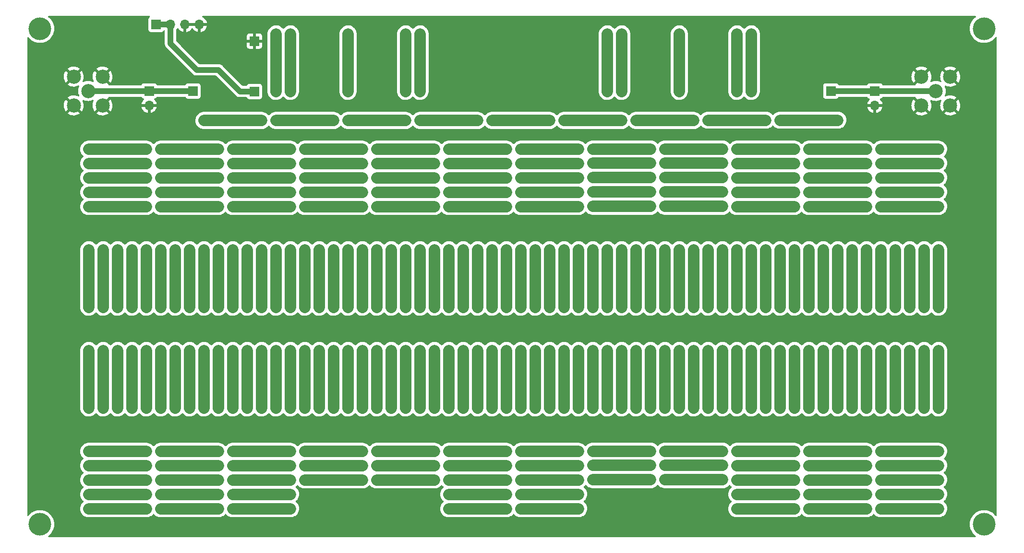
<source format=gbr>
%TF.GenerationSoftware,KiCad,Pcbnew,6.0.11-2627ca5db0~126~ubuntu22.04.1*%
%TF.CreationDate,2023-03-26T13:10:57+01:00*%
%TF.ProjectId,PROTO2_PCB,50524f54-4f32-45f5-9043-422e6b696361,rev?*%
%TF.SameCoordinates,Original*%
%TF.FileFunction,Copper,L1,Top*%
%TF.FilePolarity,Positive*%
%FSLAX46Y46*%
G04 Gerber Fmt 4.6, Leading zero omitted, Abs format (unit mm)*
G04 Created by KiCad (PCBNEW 6.0.11-2627ca5db0~126~ubuntu22.04.1) date 2023-03-26 13:10:57*
%MOMM*%
%LPD*%
G01*
G04 APERTURE LIST*
%TA.AperFunction,EtchedComponent*%
%ADD10C,2.000000*%
%TD*%
%TA.AperFunction,ComponentPad*%
%ADD11C,1.524000*%
%TD*%
%TA.AperFunction,ComponentPad*%
%ADD12C,4.000000*%
%TD*%
%TA.AperFunction,ComponentPad*%
%ADD13R,1.700000X1.700000*%
%TD*%
%TA.AperFunction,ComponentPad*%
%ADD14O,1.700000X1.700000*%
%TD*%
%TA.AperFunction,ComponentPad*%
%ADD15C,2.500000*%
%TD*%
%TA.AperFunction,ViaPad*%
%ADD16C,0.800000*%
%TD*%
%TA.AperFunction,Conductor*%
%ADD17C,1.000000*%
%TD*%
G04 APERTURE END LIST*
D10*
%TO.C,REF\u002A\u002A*%
X165100000Y-58420000D02*
X165100000Y-68580000D01*
X124460000Y-96520000D02*
X124460000Y-106680000D01*
X96520000Y-81280000D02*
X106680000Y-81280000D01*
X147320000Y-137160000D02*
X157480000Y-137160000D01*
X71120000Y-83820000D02*
X81280000Y-83820000D01*
X134620000Y-83820000D02*
X144780000Y-83820000D01*
X210820000Y-81280000D02*
X220980000Y-81280000D01*
X71120000Y-142240000D02*
X81280000Y-142240000D01*
X121920000Y-134620000D02*
X132080000Y-134620000D01*
X210820000Y-134620000D02*
X220980000Y-134620000D01*
X185420000Y-58420000D02*
X185420000Y-68580000D01*
X147320000Y-86360000D02*
X157480000Y-86360000D01*
X83820000Y-83820000D02*
X93980000Y-83820000D01*
X78740000Y-96520000D02*
X78740000Y-106680000D01*
X175260000Y-96520000D02*
X175260000Y-106680000D01*
X71120000Y-86360000D02*
X81280000Y-86360000D01*
X182880000Y-96520000D02*
X182880000Y-106680000D01*
X91440000Y-114300000D02*
X91440000Y-124460000D01*
X71120000Y-134620000D02*
X81280000Y-134620000D01*
X86360000Y-96520000D02*
X86360000Y-106680000D01*
X127000000Y-114300000D02*
X127000000Y-124460000D01*
X162560000Y-96520000D02*
X162560000Y-106680000D01*
X134620000Y-142240000D02*
X144780000Y-142240000D01*
X83820000Y-137160000D02*
X93980000Y-137160000D01*
X76200000Y-96520000D02*
X76200000Y-106680000D01*
X137160000Y-96520000D02*
X137160000Y-106680000D01*
X147320000Y-132130000D02*
X157480000Y-132130000D01*
X195580000Y-96520000D02*
X195580000Y-106680000D01*
X172720000Y-134570000D02*
X182880000Y-134570000D01*
X167640000Y-114300000D02*
X167640000Y-124460000D01*
X134620000Y-137160000D02*
X144780000Y-137160000D01*
X185420000Y-88900000D02*
X195580000Y-88900000D01*
X99060000Y-96520000D02*
X99060000Y-106680000D01*
X134620000Y-96520000D02*
X134620000Y-106680000D01*
X185420000Y-83820000D02*
X195580000Y-83820000D01*
X86360000Y-114300000D02*
X86360000Y-124460000D01*
X157480000Y-114300000D02*
X157480000Y-124460000D01*
X101600000Y-96520000D02*
X101600000Y-106680000D01*
X215900000Y-114300000D02*
X215900000Y-124460000D01*
X71120000Y-114300000D02*
X71120000Y-124460000D01*
X198120000Y-132130000D02*
X208280000Y-132130000D01*
X127000000Y-96520000D02*
X127000000Y-106680000D01*
X109220000Y-114300000D02*
X109220000Y-124460000D01*
X71120000Y-81280000D02*
X81280000Y-81280000D01*
X134620000Y-78790000D02*
X144780000Y-78790000D01*
X193040000Y-73660000D02*
X203200000Y-73660000D01*
X129540000Y-58420000D02*
X129540000Y-68580000D01*
X147320000Y-114300000D02*
X147320000Y-124460000D01*
X93980000Y-114300000D02*
X93980000Y-124460000D01*
X213360000Y-96520000D02*
X213360000Y-106680000D01*
X147320000Y-142240000D02*
X157480000Y-142240000D01*
X147320000Y-78790000D02*
X157480000Y-78790000D01*
X160020000Y-83770000D02*
X170180000Y-83770000D01*
X134620000Y-88900000D02*
X144780000Y-88900000D01*
X172720000Y-114300000D02*
X172720000Y-124460000D01*
X172720000Y-96520000D02*
X172720000Y-106680000D01*
X160020000Y-134570000D02*
X170180000Y-134570000D01*
X76200000Y-114300000D02*
X76200000Y-124460000D01*
X218440000Y-96520000D02*
X218440000Y-106680000D01*
X83820000Y-134620000D02*
X93980000Y-134620000D01*
X200660000Y-96520000D02*
X200660000Y-106680000D01*
X127000000Y-58420000D02*
X127000000Y-68580000D01*
X185420000Y-86360000D02*
X195580000Y-86360000D01*
X165100000Y-96520000D02*
X165100000Y-106680000D01*
X109220000Y-86360000D02*
X119380000Y-86360000D01*
X205740000Y-96520000D02*
X205740000Y-106680000D01*
X83820000Y-86360000D02*
X93980000Y-86360000D01*
X160020000Y-86310000D02*
X170180000Y-86310000D01*
X203200000Y-114300000D02*
X203200000Y-124460000D01*
X147320000Y-139700000D02*
X157480000Y-139700000D01*
X154940000Y-96520000D02*
X154940000Y-106680000D01*
X116840000Y-73710000D02*
X127000000Y-73710000D01*
X96520000Y-114300000D02*
X96520000Y-124460000D01*
X147320000Y-134620000D02*
X157480000Y-134620000D01*
X124460000Y-114300000D02*
X124460000Y-124460000D01*
X116840000Y-96520000D02*
X116840000Y-106680000D01*
X114300000Y-96520000D02*
X114300000Y-106680000D01*
X134620000Y-86360000D02*
X144780000Y-86360000D01*
X71120000Y-132130000D02*
X81280000Y-132130000D01*
X109220000Y-81280000D02*
X119380000Y-81280000D01*
X132080000Y-96520000D02*
X132080000Y-106680000D01*
X208280000Y-114300000D02*
X208280000Y-124460000D01*
X129540000Y-114300000D02*
X129540000Y-124460000D01*
X119380000Y-114300000D02*
X119380000Y-124460000D01*
X144780000Y-96520000D02*
X144780000Y-106680000D01*
X220980000Y-114300000D02*
X220980000Y-124460000D01*
X218440000Y-114300000D02*
X218440000Y-124460000D01*
X88900000Y-96520000D02*
X88900000Y-106680000D01*
X104140000Y-73710000D02*
X114300000Y-73710000D01*
X121920000Y-137160000D02*
X132080000Y-137160000D01*
X160020000Y-137110000D02*
X170180000Y-137110000D01*
X106680000Y-96520000D02*
X106680000Y-106680000D01*
X177800000Y-114300000D02*
X177800000Y-124460000D01*
X81280000Y-114300000D02*
X81280000Y-124460000D01*
X185420000Y-81280000D02*
X195580000Y-81280000D01*
X210820000Y-88900000D02*
X220980000Y-88900000D01*
X104140000Y-96520000D02*
X104140000Y-106680000D01*
X185420000Y-78790000D02*
X195580000Y-78790000D01*
X104140000Y-114300000D02*
X104140000Y-124460000D01*
X162560000Y-58420000D02*
X162560000Y-68580000D01*
X91440000Y-73710000D02*
X101600000Y-73710000D01*
X83820000Y-142240000D02*
X93980000Y-142240000D01*
X134620000Y-114300000D02*
X134620000Y-124460000D01*
X109220000Y-96520000D02*
X109220000Y-106680000D01*
X177800000Y-96520000D02*
X177800000Y-106680000D01*
X121920000Y-88900000D02*
X132080000Y-88900000D01*
X160020000Y-132080000D02*
X170180000Y-132080000D01*
X134620000Y-139700000D02*
X144780000Y-139700000D01*
X96520000Y-83820000D02*
X106680000Y-83820000D01*
X195580000Y-114300000D02*
X195580000Y-124460000D01*
X147320000Y-81280000D02*
X157480000Y-81280000D01*
X149860000Y-114300000D02*
X149860000Y-124460000D01*
X210820000Y-83820000D02*
X220980000Y-83820000D01*
X185420000Y-134620000D02*
X195580000Y-134620000D01*
X111760000Y-96520000D02*
X111760000Y-106680000D01*
X142240000Y-73710000D02*
X152400000Y-73710000D01*
X96520000Y-137160000D02*
X106680000Y-137160000D01*
X185420000Y-132130000D02*
X195580000Y-132130000D01*
X205740000Y-114300000D02*
X205740000Y-124460000D01*
X167640000Y-73710000D02*
X177800000Y-73710000D01*
X137160000Y-114300000D02*
X137160000Y-124460000D01*
X119380000Y-96520000D02*
X119380000Y-106680000D01*
X182880000Y-114300000D02*
X182880000Y-124460000D01*
X198120000Y-88900000D02*
X208280000Y-88900000D01*
X83820000Y-139700000D02*
X93980000Y-139700000D01*
X198120000Y-134620000D02*
X208280000Y-134620000D01*
X73660000Y-96520000D02*
X73660000Y-106680000D01*
X152400000Y-96520000D02*
X152400000Y-106680000D01*
X200660000Y-114300000D02*
X200660000Y-124460000D01*
X73660000Y-114300000D02*
X73660000Y-124460000D01*
X109220000Y-83820000D02*
X119380000Y-83820000D01*
X109220000Y-132130000D02*
X119380000Y-132130000D01*
X144780000Y-114300000D02*
X144780000Y-124460000D01*
X210820000Y-139700000D02*
X220980000Y-139700000D01*
X121920000Y-78790000D02*
X132080000Y-78790000D01*
X152400000Y-114300000D02*
X152400000Y-124460000D01*
X210820000Y-137160000D02*
X220980000Y-137160000D01*
X101600000Y-114300000D02*
X101600000Y-124460000D01*
X106680000Y-114300000D02*
X106680000Y-124460000D01*
X121920000Y-81280000D02*
X132080000Y-81280000D01*
X71120000Y-96520000D02*
X71120000Y-106680000D01*
X142240000Y-114300000D02*
X142240000Y-124460000D01*
X121920000Y-83820000D02*
X132080000Y-83820000D01*
X109220000Y-137160000D02*
X119380000Y-137160000D01*
X116840000Y-114300000D02*
X116840000Y-124460000D01*
X71120000Y-137160000D02*
X81280000Y-137160000D01*
X83820000Y-81280000D02*
X93980000Y-81280000D01*
X71120000Y-139700000D02*
X81280000Y-139700000D01*
X81280000Y-96520000D02*
X81280000Y-106680000D01*
X121920000Y-86360000D02*
X132080000Y-86360000D01*
X172720000Y-137110000D02*
X182880000Y-137110000D01*
X116840000Y-58420000D02*
X116840000Y-68580000D01*
X220980000Y-96520000D02*
X220980000Y-106680000D01*
X193040000Y-96520000D02*
X193040000Y-106680000D01*
X198120000Y-81280000D02*
X208280000Y-81280000D01*
X193040000Y-114300000D02*
X193040000Y-124460000D01*
X162560000Y-114300000D02*
X162560000Y-124460000D01*
X210820000Y-96520000D02*
X210820000Y-106680000D01*
X147320000Y-88900000D02*
X157480000Y-88900000D01*
X210820000Y-78790000D02*
X220980000Y-78790000D01*
X210820000Y-132130000D02*
X220980000Y-132130000D01*
X172720000Y-83770000D02*
X182880000Y-83770000D01*
X160020000Y-78740000D02*
X170180000Y-78740000D01*
X121920000Y-114300000D02*
X121920000Y-124460000D01*
X129540000Y-96520000D02*
X129540000Y-106680000D01*
X109220000Y-88900000D02*
X119380000Y-88900000D01*
X185420000Y-114300000D02*
X185420000Y-124460000D01*
X160020000Y-88850000D02*
X170180000Y-88850000D01*
X109220000Y-78790000D02*
X119380000Y-78790000D01*
X172720000Y-132080000D02*
X182880000Y-132080000D01*
X134620000Y-132130000D02*
X144780000Y-132130000D01*
X96520000Y-139700000D02*
X106680000Y-139700000D01*
X185420000Y-137160000D02*
X195580000Y-137160000D01*
X154940000Y-114300000D02*
X154940000Y-124460000D01*
X215900000Y-96520000D02*
X215900000Y-106680000D01*
X180340000Y-114300000D02*
X180340000Y-124460000D01*
X172720000Y-78740000D02*
X182880000Y-78740000D01*
X198120000Y-83820000D02*
X208280000Y-83820000D01*
X121920000Y-96520000D02*
X121920000Y-106680000D01*
X109220000Y-134620000D02*
X119380000Y-134620000D01*
X187960000Y-114300000D02*
X187960000Y-124460000D01*
X147320000Y-83820000D02*
X157480000Y-83820000D01*
X104140000Y-58420000D02*
X104140000Y-68580000D01*
X175260000Y-114300000D02*
X175260000Y-124460000D01*
X99060000Y-114300000D02*
X99060000Y-124460000D01*
X210820000Y-86360000D02*
X220980000Y-86360000D01*
X142240000Y-96520000D02*
X142240000Y-106680000D01*
X198120000Y-114300000D02*
X198120000Y-124460000D01*
X198120000Y-142240000D02*
X208280000Y-142240000D01*
X96520000Y-96520000D02*
X96520000Y-106680000D01*
X160020000Y-81230000D02*
X170180000Y-81230000D01*
X172720000Y-88850000D02*
X182880000Y-88850000D01*
X172720000Y-86310000D02*
X182880000Y-86310000D01*
X170180000Y-96520000D02*
X170180000Y-106680000D01*
X121920000Y-132130000D02*
X132080000Y-132130000D01*
X78740000Y-114300000D02*
X78740000Y-124460000D01*
X83820000Y-132130000D02*
X93980000Y-132130000D01*
X93980000Y-96520000D02*
X93980000Y-106680000D01*
X198120000Y-96520000D02*
X198120000Y-106680000D01*
X106680000Y-58420000D02*
X106680000Y-68580000D01*
X185420000Y-139700000D02*
X195580000Y-139700000D01*
X139700000Y-114300000D02*
X139700000Y-124460000D01*
X187960000Y-96520000D02*
X187960000Y-106680000D01*
X111760000Y-114300000D02*
X111760000Y-124460000D01*
X210820000Y-142240000D02*
X220980000Y-142240000D01*
X96520000Y-86360000D02*
X106680000Y-86360000D01*
X180340000Y-96520000D02*
X180340000Y-106680000D01*
X83820000Y-96520000D02*
X83820000Y-106680000D01*
X187960000Y-58420000D02*
X187960000Y-68580000D01*
X198120000Y-139700000D02*
X208280000Y-139700000D01*
X134620000Y-81280000D02*
X144780000Y-81280000D01*
X160020000Y-114300000D02*
X160020000Y-124460000D01*
X203200000Y-96520000D02*
X203200000Y-106680000D01*
X83820000Y-88900000D02*
X93980000Y-88900000D01*
X170180000Y-114300000D02*
X170180000Y-124460000D01*
X129540000Y-73710000D02*
X139700000Y-73710000D01*
X88900000Y-114300000D02*
X88900000Y-124460000D01*
X213360000Y-114300000D02*
X213360000Y-124460000D01*
X185420000Y-96520000D02*
X185420000Y-106680000D01*
X180340000Y-73660000D02*
X190500000Y-73660000D01*
X198120000Y-86360000D02*
X208280000Y-86360000D01*
X172720000Y-81230000D02*
X182880000Y-81230000D01*
X114300000Y-114300000D02*
X114300000Y-124460000D01*
X154940000Y-73710000D02*
X165100000Y-73710000D01*
X190500000Y-96520000D02*
X190500000Y-106680000D01*
X149860000Y-96520000D02*
X149860000Y-106680000D01*
X175260000Y-58420000D02*
X175260000Y-68580000D01*
X165100000Y-114300000D02*
X165100000Y-124460000D01*
X198120000Y-78790000D02*
X208280000Y-78790000D01*
X132080000Y-114300000D02*
X132080000Y-124460000D01*
X157480000Y-96520000D02*
X157480000Y-106680000D01*
X185420000Y-142240000D02*
X195580000Y-142240000D01*
X96520000Y-134620000D02*
X106680000Y-134620000D01*
X71120000Y-88900000D02*
X81280000Y-88900000D01*
X71120000Y-78790000D02*
X81280000Y-78790000D01*
X160020000Y-96520000D02*
X160020000Y-106680000D01*
X167640000Y-96520000D02*
X167640000Y-106680000D01*
X96520000Y-132130000D02*
X106680000Y-132130000D01*
X96520000Y-88900000D02*
X106680000Y-88900000D01*
X210820000Y-114300000D02*
X210820000Y-124460000D01*
X91440000Y-96520000D02*
X91440000Y-106680000D01*
X208280000Y-96520000D02*
X208280000Y-106680000D01*
X139700000Y-96520000D02*
X139700000Y-106680000D01*
X147320000Y-96520000D02*
X147320000Y-106680000D01*
X190500000Y-114300000D02*
X190500000Y-124460000D01*
X83820000Y-114300000D02*
X83820000Y-124460000D01*
X134620000Y-134620000D02*
X144780000Y-134620000D01*
X83820000Y-78790000D02*
X93980000Y-78790000D01*
X198120000Y-137160000D02*
X208280000Y-137160000D01*
X96520000Y-142240000D02*
X106680000Y-142240000D01*
X96520000Y-78790000D02*
X106680000Y-78790000D01*
%TD*%
D11*
%TO.P,REF\u002A\u002A,1*%
%TO.N,N/C*%
X165100000Y-58420000D03*
%TO.P,REF\u002A\u002A,2*%
X165100000Y-60960000D03*
%TO.P,REF\u002A\u002A,3*%
X165100000Y-63500000D03*
%TO.P,REF\u002A\u002A,4*%
X165100000Y-66040000D03*
%TO.P,REF\u002A\u002A,5*%
X165100000Y-68580000D03*
%TD*%
%TO.P,REF\u002A\u002A,1*%
%TO.N,N/C*%
X124460000Y-96520000D03*
%TO.P,REF\u002A\u002A,2*%
X124460000Y-99060000D03*
%TO.P,REF\u002A\u002A,3*%
X124460000Y-101600000D03*
%TO.P,REF\u002A\u002A,4*%
X124460000Y-104140000D03*
%TO.P,REF\u002A\u002A,5*%
X124460000Y-106680000D03*
%TD*%
D12*
%TO.P,H3,1*%
%TO.N,N/C*%
X62500000Y-145000000D03*
%TD*%
D11*
%TO.P,REF\u002A\u002A,1*%
%TO.N,N/C*%
X96520000Y-81280000D03*
%TO.P,REF\u002A\u002A,2*%
X99060000Y-81280000D03*
%TO.P,REF\u002A\u002A,3*%
X101600000Y-81280000D03*
%TO.P,REF\u002A\u002A,4*%
X104140000Y-81280000D03*
%TO.P,REF\u002A\u002A,5*%
X106680000Y-81280000D03*
%TD*%
%TO.P,REF\u002A\u002A,1*%
%TO.N,N/C*%
X147320000Y-137160000D03*
%TO.P,REF\u002A\u002A,2*%
X149860000Y-137160000D03*
%TO.P,REF\u002A\u002A,3*%
X152400000Y-137160000D03*
%TO.P,REF\u002A\u002A,4*%
X154940000Y-137160000D03*
%TO.P,REF\u002A\u002A,5*%
X157480000Y-137160000D03*
%TD*%
D13*
%TO.P,J7,1,Pin_1*%
%TO.N,GND*%
X100330000Y-59690000D03*
%TD*%
D11*
%TO.P,REF\u002A\u002A,1*%
%TO.N,N/C*%
X71120000Y-83820000D03*
%TO.P,REF\u002A\u002A,2*%
X73660000Y-83820000D03*
%TO.P,REF\u002A\u002A,3*%
X76200000Y-83820000D03*
%TO.P,REF\u002A\u002A,4*%
X78740000Y-83820000D03*
%TO.P,REF\u002A\u002A,5*%
X81280000Y-83820000D03*
%TD*%
%TO.P,REF\u002A\u002A,1*%
%TO.N,N/C*%
X134620000Y-83820000D03*
%TO.P,REF\u002A\u002A,2*%
X137160000Y-83820000D03*
%TO.P,REF\u002A\u002A,3*%
X139700000Y-83820000D03*
%TO.P,REF\u002A\u002A,4*%
X142240000Y-83820000D03*
%TO.P,REF\u002A\u002A,5*%
X144780000Y-83820000D03*
%TD*%
%TO.P,REF\u002A\u002A,1*%
%TO.N,N/C*%
X210820000Y-81280000D03*
%TO.P,REF\u002A\u002A,2*%
X213360000Y-81280000D03*
%TO.P,REF\u002A\u002A,3*%
X215900000Y-81280000D03*
%TO.P,REF\u002A\u002A,4*%
X218440000Y-81280000D03*
%TO.P,REF\u002A\u002A,5*%
X220980000Y-81280000D03*
%TD*%
%TO.P,REF\u002A\u002A,1*%
%TO.N,N/C*%
X71120000Y-142240000D03*
%TO.P,REF\u002A\u002A,2*%
X73660000Y-142240000D03*
%TO.P,REF\u002A\u002A,3*%
X76200000Y-142240000D03*
%TO.P,REF\u002A\u002A,4*%
X78740000Y-142240000D03*
%TO.P,REF\u002A\u002A,5*%
X81280000Y-142240000D03*
%TD*%
%TO.P,REF\u002A\u002A,1*%
%TO.N,N/C*%
X121920000Y-134620000D03*
%TO.P,REF\u002A\u002A,2*%
X124460000Y-134620000D03*
%TO.P,REF\u002A\u002A,3*%
X127000000Y-134620000D03*
%TO.P,REF\u002A\u002A,4*%
X129540000Y-134620000D03*
%TO.P,REF\u002A\u002A,5*%
X132080000Y-134620000D03*
%TD*%
%TO.P,REF\u002A\u002A,1*%
%TO.N,N/C*%
X210820000Y-134620000D03*
%TO.P,REF\u002A\u002A,2*%
X213360000Y-134620000D03*
%TO.P,REF\u002A\u002A,3*%
X215900000Y-134620000D03*
%TO.P,REF\u002A\u002A,4*%
X218440000Y-134620000D03*
%TO.P,REF\u002A\u002A,5*%
X220980000Y-134620000D03*
%TD*%
%TO.P,REF\u002A\u002A,1*%
%TO.N,N/C*%
X185420000Y-58420000D03*
%TO.P,REF\u002A\u002A,2*%
X185420000Y-60960000D03*
%TO.P,REF\u002A\u002A,3*%
X185420000Y-63500000D03*
%TO.P,REF\u002A\u002A,4*%
X185420000Y-66040000D03*
%TO.P,REF\u002A\u002A,5*%
X185420000Y-68580000D03*
%TD*%
%TO.P,REF\u002A\u002A,1*%
%TO.N,N/C*%
X147320000Y-86360000D03*
%TO.P,REF\u002A\u002A,2*%
X149860000Y-86360000D03*
%TO.P,REF\u002A\u002A,3*%
X152400000Y-86360000D03*
%TO.P,REF\u002A\u002A,4*%
X154940000Y-86360000D03*
%TO.P,REF\u002A\u002A,5*%
X157480000Y-86360000D03*
%TD*%
%TO.P,REF\u002A\u002A,1*%
%TO.N,N/C*%
X83820000Y-83820000D03*
%TO.P,REF\u002A\u002A,2*%
X86360000Y-83820000D03*
%TO.P,REF\u002A\u002A,3*%
X88900000Y-83820000D03*
%TO.P,REF\u002A\u002A,4*%
X91440000Y-83820000D03*
%TO.P,REF\u002A\u002A,5*%
X93980000Y-83820000D03*
%TD*%
%TO.P,REF\u002A\u002A,1*%
%TO.N,N/C*%
X78740000Y-96520000D03*
%TO.P,REF\u002A\u002A,2*%
X78740000Y-99060000D03*
%TO.P,REF\u002A\u002A,3*%
X78740000Y-101600000D03*
%TO.P,REF\u002A\u002A,4*%
X78740000Y-104140000D03*
%TO.P,REF\u002A\u002A,5*%
X78740000Y-106680000D03*
%TD*%
%TO.P,REF\u002A\u002A,1*%
%TO.N,N/C*%
X175260000Y-96520000D03*
%TO.P,REF\u002A\u002A,2*%
X175260000Y-99060000D03*
%TO.P,REF\u002A\u002A,3*%
X175260000Y-101600000D03*
%TO.P,REF\u002A\u002A,4*%
X175260000Y-104140000D03*
%TO.P,REF\u002A\u002A,5*%
X175260000Y-106680000D03*
%TD*%
%TO.P,REF\u002A\u002A,1*%
%TO.N,N/C*%
X71120000Y-86360000D03*
%TO.P,REF\u002A\u002A,2*%
X73660000Y-86360000D03*
%TO.P,REF\u002A\u002A,3*%
X76200000Y-86360000D03*
%TO.P,REF\u002A\u002A,4*%
X78740000Y-86360000D03*
%TO.P,REF\u002A\u002A,5*%
X81280000Y-86360000D03*
%TD*%
%TO.P,REF\u002A\u002A,1*%
%TO.N,N/C*%
X182880000Y-96520000D03*
%TO.P,REF\u002A\u002A,2*%
X182880000Y-99060000D03*
%TO.P,REF\u002A\u002A,3*%
X182880000Y-101600000D03*
%TO.P,REF\u002A\u002A,4*%
X182880000Y-104140000D03*
%TO.P,REF\u002A\u002A,5*%
X182880000Y-106680000D03*
%TD*%
%TO.P,REF\u002A\u002A,1*%
%TO.N,N/C*%
X91440000Y-114300000D03*
%TO.P,REF\u002A\u002A,2*%
X91440000Y-116840000D03*
%TO.P,REF\u002A\u002A,3*%
X91440000Y-119380000D03*
%TO.P,REF\u002A\u002A,4*%
X91440000Y-121920000D03*
%TO.P,REF\u002A\u002A,5*%
X91440000Y-124460000D03*
%TD*%
%TO.P,REF\u002A\u002A,1*%
%TO.N,N/C*%
X71120000Y-134620000D03*
%TO.P,REF\u002A\u002A,2*%
X73660000Y-134620000D03*
%TO.P,REF\u002A\u002A,3*%
X76200000Y-134620000D03*
%TO.P,REF\u002A\u002A,4*%
X78740000Y-134620000D03*
%TO.P,REF\u002A\u002A,5*%
X81280000Y-134620000D03*
%TD*%
%TO.P,REF\u002A\u002A,1*%
%TO.N,N/C*%
X86360000Y-96520000D03*
%TO.P,REF\u002A\u002A,2*%
X86360000Y-99060000D03*
%TO.P,REF\u002A\u002A,3*%
X86360000Y-101600000D03*
%TO.P,REF\u002A\u002A,4*%
X86360000Y-104140000D03*
%TO.P,REF\u002A\u002A,5*%
X86360000Y-106680000D03*
%TD*%
%TO.P,REF\u002A\u002A,1*%
%TO.N,N/C*%
X127000000Y-114300000D03*
%TO.P,REF\u002A\u002A,2*%
X127000000Y-116840000D03*
%TO.P,REF\u002A\u002A,3*%
X127000000Y-119380000D03*
%TO.P,REF\u002A\u002A,4*%
X127000000Y-121920000D03*
%TO.P,REF\u002A\u002A,5*%
X127000000Y-124460000D03*
%TD*%
%TO.P,REF\u002A\u002A,1*%
%TO.N,N/C*%
X162560000Y-96520000D03*
%TO.P,REF\u002A\u002A,2*%
X162560000Y-99060000D03*
%TO.P,REF\u002A\u002A,3*%
X162560000Y-101600000D03*
%TO.P,REF\u002A\u002A,4*%
X162560000Y-104140000D03*
%TO.P,REF\u002A\u002A,5*%
X162560000Y-106680000D03*
%TD*%
%TO.P,REF\u002A\u002A,1*%
%TO.N,N/C*%
X134620000Y-142240000D03*
%TO.P,REF\u002A\u002A,2*%
X137160000Y-142240000D03*
%TO.P,REF\u002A\u002A,3*%
X139700000Y-142240000D03*
%TO.P,REF\u002A\u002A,4*%
X142240000Y-142240000D03*
%TO.P,REF\u002A\u002A,5*%
X144780000Y-142240000D03*
%TD*%
%TO.P,REF\u002A\u002A,1*%
%TO.N,N/C*%
X83820000Y-137160000D03*
%TO.P,REF\u002A\u002A,2*%
X86360000Y-137160000D03*
%TO.P,REF\u002A\u002A,3*%
X88900000Y-137160000D03*
%TO.P,REF\u002A\u002A,4*%
X91440000Y-137160000D03*
%TO.P,REF\u002A\u002A,5*%
X93980000Y-137160000D03*
%TD*%
%TO.P,REF\u002A\u002A,1*%
%TO.N,N/C*%
X76200000Y-96520000D03*
%TO.P,REF\u002A\u002A,2*%
X76200000Y-99060000D03*
%TO.P,REF\u002A\u002A,3*%
X76200000Y-101600000D03*
%TO.P,REF\u002A\u002A,4*%
X76200000Y-104140000D03*
%TO.P,REF\u002A\u002A,5*%
X76200000Y-106680000D03*
%TD*%
%TO.P,REF\u002A\u002A,1*%
%TO.N,N/C*%
X137160000Y-96520000D03*
%TO.P,REF\u002A\u002A,2*%
X137160000Y-99060000D03*
%TO.P,REF\u002A\u002A,3*%
X137160000Y-101600000D03*
%TO.P,REF\u002A\u002A,4*%
X137160000Y-104140000D03*
%TO.P,REF\u002A\u002A,5*%
X137160000Y-106680000D03*
%TD*%
%TO.P,REF\u002A\u002A,1*%
%TO.N,N/C*%
X147320000Y-132130000D03*
%TO.P,REF\u002A\u002A,2*%
X149860000Y-132130000D03*
%TO.P,REF\u002A\u002A,3*%
X152400000Y-132130000D03*
%TO.P,REF\u002A\u002A,4*%
X154940000Y-132130000D03*
%TO.P,REF\u002A\u002A,5*%
X157480000Y-132130000D03*
%TD*%
%TO.P,REF\u002A\u002A,1*%
%TO.N,N/C*%
X195580000Y-96520000D03*
%TO.P,REF\u002A\u002A,2*%
X195580000Y-99060000D03*
%TO.P,REF\u002A\u002A,3*%
X195580000Y-101600000D03*
%TO.P,REF\u002A\u002A,4*%
X195580000Y-104140000D03*
%TO.P,REF\u002A\u002A,5*%
X195580000Y-106680000D03*
%TD*%
%TO.P,REF\u002A\u002A,1*%
%TO.N,N/C*%
X172720000Y-134570000D03*
%TO.P,REF\u002A\u002A,2*%
X175260000Y-134570000D03*
%TO.P,REF\u002A\u002A,3*%
X177800000Y-134570000D03*
%TO.P,REF\u002A\u002A,4*%
X180340000Y-134570000D03*
%TO.P,REF\u002A\u002A,5*%
X182880000Y-134570000D03*
%TD*%
%TO.P,REF\u002A\u002A,1*%
%TO.N,N/C*%
X167640000Y-114300000D03*
%TO.P,REF\u002A\u002A,2*%
X167640000Y-116840000D03*
%TO.P,REF\u002A\u002A,3*%
X167640000Y-119380000D03*
%TO.P,REF\u002A\u002A,4*%
X167640000Y-121920000D03*
%TO.P,REF\u002A\u002A,5*%
X167640000Y-124460000D03*
%TD*%
%TO.P,REF\u002A\u002A,1*%
%TO.N,N/C*%
X134620000Y-137160000D03*
%TO.P,REF\u002A\u002A,2*%
X137160000Y-137160000D03*
%TO.P,REF\u002A\u002A,3*%
X139700000Y-137160000D03*
%TO.P,REF\u002A\u002A,4*%
X142240000Y-137160000D03*
%TO.P,REF\u002A\u002A,5*%
X144780000Y-137160000D03*
%TD*%
%TO.P,REF\u002A\u002A,1*%
%TO.N,N/C*%
X185420000Y-88900000D03*
%TO.P,REF\u002A\u002A,2*%
X187960000Y-88900000D03*
%TO.P,REF\u002A\u002A,3*%
X190500000Y-88900000D03*
%TO.P,REF\u002A\u002A,4*%
X193040000Y-88900000D03*
%TO.P,REF\u002A\u002A,5*%
X195580000Y-88900000D03*
%TD*%
%TO.P,REF\u002A\u002A,1*%
%TO.N,N/C*%
X99060000Y-96520000D03*
%TO.P,REF\u002A\u002A,2*%
X99060000Y-99060000D03*
%TO.P,REF\u002A\u002A,3*%
X99060000Y-101600000D03*
%TO.P,REF\u002A\u002A,4*%
X99060000Y-104140000D03*
%TO.P,REF\u002A\u002A,5*%
X99060000Y-106680000D03*
%TD*%
%TO.P,REF\u002A\u002A,1*%
%TO.N,N/C*%
X134620000Y-96520000D03*
%TO.P,REF\u002A\u002A,2*%
X134620000Y-99060000D03*
%TO.P,REF\u002A\u002A,3*%
X134620000Y-101600000D03*
%TO.P,REF\u002A\u002A,4*%
X134620000Y-104140000D03*
%TO.P,REF\u002A\u002A,5*%
X134620000Y-106680000D03*
%TD*%
%TO.P,REF\u002A\u002A,1*%
%TO.N,N/C*%
X185420000Y-83820000D03*
%TO.P,REF\u002A\u002A,2*%
X187960000Y-83820000D03*
%TO.P,REF\u002A\u002A,3*%
X190500000Y-83820000D03*
%TO.P,REF\u002A\u002A,4*%
X193040000Y-83820000D03*
%TO.P,REF\u002A\u002A,5*%
X195580000Y-83820000D03*
%TD*%
%TO.P,REF\u002A\u002A,1*%
%TO.N,N/C*%
X86360000Y-114300000D03*
%TO.P,REF\u002A\u002A,2*%
X86360000Y-116840000D03*
%TO.P,REF\u002A\u002A,3*%
X86360000Y-119380000D03*
%TO.P,REF\u002A\u002A,4*%
X86360000Y-121920000D03*
%TO.P,REF\u002A\u002A,5*%
X86360000Y-124460000D03*
%TD*%
%TO.P,REF\u002A\u002A,1*%
%TO.N,N/C*%
X157480000Y-114300000D03*
%TO.P,REF\u002A\u002A,2*%
X157480000Y-116840000D03*
%TO.P,REF\u002A\u002A,3*%
X157480000Y-119380000D03*
%TO.P,REF\u002A\u002A,4*%
X157480000Y-121920000D03*
%TO.P,REF\u002A\u002A,5*%
X157480000Y-124460000D03*
%TD*%
D13*
%TO.P,J2,1,Pin_1*%
%TO.N,Net-(J1-Pad1)*%
X81750000Y-68500000D03*
D14*
%TO.P,J2,2,Pin_2*%
%TO.N,GND*%
X81750000Y-71040000D03*
%TD*%
D13*
%TO.P,J6,1,Pin_1*%
%TO.N,+12V*%
X100330000Y-68580000D03*
%TD*%
D11*
%TO.P,REF\u002A\u002A,1*%
%TO.N,N/C*%
X101600000Y-96520000D03*
%TO.P,REF\u002A\u002A,2*%
X101600000Y-99060000D03*
%TO.P,REF\u002A\u002A,3*%
X101600000Y-101600000D03*
%TO.P,REF\u002A\u002A,4*%
X101600000Y-104140000D03*
%TO.P,REF\u002A\u002A,5*%
X101600000Y-106680000D03*
%TD*%
%TO.P,REF\u002A\u002A,1*%
%TO.N,N/C*%
X215900000Y-114300000D03*
%TO.P,REF\u002A\u002A,2*%
X215900000Y-116840000D03*
%TO.P,REF\u002A\u002A,3*%
X215900000Y-119380000D03*
%TO.P,REF\u002A\u002A,4*%
X215900000Y-121920000D03*
%TO.P,REF\u002A\u002A,5*%
X215900000Y-124460000D03*
%TD*%
%TO.P,REF\u002A\u002A,1*%
%TO.N,N/C*%
X71120000Y-114300000D03*
%TO.P,REF\u002A\u002A,2*%
X71120000Y-116840000D03*
%TO.P,REF\u002A\u002A,3*%
X71120000Y-119380000D03*
%TO.P,REF\u002A\u002A,4*%
X71120000Y-121920000D03*
%TO.P,REF\u002A\u002A,5*%
X71120000Y-124460000D03*
%TD*%
%TO.P,REF\u002A\u002A,1*%
%TO.N,N/C*%
X198120000Y-132130000D03*
%TO.P,REF\u002A\u002A,2*%
X200660000Y-132130000D03*
%TO.P,REF\u002A\u002A,3*%
X203200000Y-132130000D03*
%TO.P,REF\u002A\u002A,4*%
X205740000Y-132130000D03*
%TO.P,REF\u002A\u002A,5*%
X208280000Y-132130000D03*
%TD*%
D15*
%TO.P,SM2,1*%
%TO.N,Net-(J3-Pad1)*%
X220500000Y-68510000D03*
%TO.P,SM2,2*%
%TO.N,GND*%
X217960000Y-71050000D03*
X223040000Y-65970000D03*
X217960000Y-65970000D03*
X223040000Y-71050000D03*
%TD*%
D11*
%TO.P,REF\u002A\u002A,1*%
%TO.N,N/C*%
X127000000Y-96520000D03*
%TO.P,REF\u002A\u002A,2*%
X127000000Y-99060000D03*
%TO.P,REF\u002A\u002A,3*%
X127000000Y-101600000D03*
%TO.P,REF\u002A\u002A,4*%
X127000000Y-104140000D03*
%TO.P,REF\u002A\u002A,5*%
X127000000Y-106680000D03*
%TD*%
%TO.P,REF\u002A\u002A,1*%
%TO.N,N/C*%
X109220000Y-114300000D03*
%TO.P,REF\u002A\u002A,2*%
X109220000Y-116840000D03*
%TO.P,REF\u002A\u002A,3*%
X109220000Y-119380000D03*
%TO.P,REF\u002A\u002A,4*%
X109220000Y-121920000D03*
%TO.P,REF\u002A\u002A,5*%
X109220000Y-124460000D03*
%TD*%
%TO.P,REF\u002A\u002A,1*%
%TO.N,N/C*%
X71120000Y-81280000D03*
%TO.P,REF\u002A\u002A,2*%
X73660000Y-81280000D03*
%TO.P,REF\u002A\u002A,3*%
X76200000Y-81280000D03*
%TO.P,REF\u002A\u002A,4*%
X78740000Y-81280000D03*
%TO.P,REF\u002A\u002A,5*%
X81280000Y-81280000D03*
%TD*%
%TO.P,REF\u002A\u002A,1*%
%TO.N,N/C*%
X134620000Y-78790000D03*
%TO.P,REF\u002A\u002A,2*%
X137160000Y-78790000D03*
%TO.P,REF\u002A\u002A,3*%
X139700000Y-78790000D03*
%TO.P,REF\u002A\u002A,4*%
X142240000Y-78790000D03*
%TO.P,REF\u002A\u002A,5*%
X144780000Y-78790000D03*
%TD*%
%TO.P,REF\u002A\u002A,1*%
%TO.N,N/C*%
X193040000Y-73660000D03*
%TO.P,REF\u002A\u002A,2*%
X195580000Y-73660000D03*
%TO.P,REF\u002A\u002A,3*%
X198120000Y-73660000D03*
%TO.P,REF\u002A\u002A,4*%
X200660000Y-73660000D03*
%TO.P,REF\u002A\u002A,5*%
X203200000Y-73660000D03*
%TD*%
%TO.P,REF\u002A\u002A,1*%
%TO.N,N/C*%
X129540000Y-58420000D03*
%TO.P,REF\u002A\u002A,2*%
X129540000Y-60960000D03*
%TO.P,REF\u002A\u002A,3*%
X129540000Y-63500000D03*
%TO.P,REF\u002A\u002A,4*%
X129540000Y-66040000D03*
%TO.P,REF\u002A\u002A,5*%
X129540000Y-68580000D03*
%TD*%
D13*
%TO.P,J1,1,Pin_1*%
%TO.N,Net-(J1-Pad1)*%
X89500000Y-68500000D03*
%TD*%
D11*
%TO.P,REF\u002A\u002A,1*%
%TO.N,N/C*%
X147320000Y-114300000D03*
%TO.P,REF\u002A\u002A,2*%
X147320000Y-116840000D03*
%TO.P,REF\u002A\u002A,3*%
X147320000Y-119380000D03*
%TO.P,REF\u002A\u002A,4*%
X147320000Y-121920000D03*
%TO.P,REF\u002A\u002A,5*%
X147320000Y-124460000D03*
%TD*%
%TO.P,REF\u002A\u002A,1*%
%TO.N,N/C*%
X93980000Y-114300000D03*
%TO.P,REF\u002A\u002A,2*%
X93980000Y-116840000D03*
%TO.P,REF\u002A\u002A,3*%
X93980000Y-119380000D03*
%TO.P,REF\u002A\u002A,4*%
X93980000Y-121920000D03*
%TO.P,REF\u002A\u002A,5*%
X93980000Y-124460000D03*
%TD*%
%TO.P,REF\u002A\u002A,1*%
%TO.N,N/C*%
X213360000Y-96520000D03*
%TO.P,REF\u002A\u002A,2*%
X213360000Y-99060000D03*
%TO.P,REF\u002A\u002A,3*%
X213360000Y-101600000D03*
%TO.P,REF\u002A\u002A,4*%
X213360000Y-104140000D03*
%TO.P,REF\u002A\u002A,5*%
X213360000Y-106680000D03*
%TD*%
%TO.P,REF\u002A\u002A,1*%
%TO.N,N/C*%
X147320000Y-142240000D03*
%TO.P,REF\u002A\u002A,2*%
X149860000Y-142240000D03*
%TO.P,REF\u002A\u002A,3*%
X152400000Y-142240000D03*
%TO.P,REF\u002A\u002A,4*%
X154940000Y-142240000D03*
%TO.P,REF\u002A\u002A,5*%
X157480000Y-142240000D03*
%TD*%
%TO.P,REF\u002A\u002A,1*%
%TO.N,N/C*%
X147320000Y-78790000D03*
%TO.P,REF\u002A\u002A,2*%
X149860000Y-78790000D03*
%TO.P,REF\u002A\u002A,3*%
X152400000Y-78790000D03*
%TO.P,REF\u002A\u002A,4*%
X154940000Y-78790000D03*
%TO.P,REF\u002A\u002A,5*%
X157480000Y-78790000D03*
%TD*%
%TO.P,REF\u002A\u002A,1*%
%TO.N,N/C*%
X160020000Y-83770000D03*
%TO.P,REF\u002A\u002A,2*%
X162560000Y-83770000D03*
%TO.P,REF\u002A\u002A,3*%
X165100000Y-83770000D03*
%TO.P,REF\u002A\u002A,4*%
X167640000Y-83770000D03*
%TO.P,REF\u002A\u002A,5*%
X170180000Y-83770000D03*
%TD*%
%TO.P,REF\u002A\u002A,1*%
%TO.N,N/C*%
X134620000Y-88900000D03*
%TO.P,REF\u002A\u002A,2*%
X137160000Y-88900000D03*
%TO.P,REF\u002A\u002A,3*%
X139700000Y-88900000D03*
%TO.P,REF\u002A\u002A,4*%
X142240000Y-88900000D03*
%TO.P,REF\u002A\u002A,5*%
X144780000Y-88900000D03*
%TD*%
%TO.P,REF\u002A\u002A,1*%
%TO.N,N/C*%
X172720000Y-114300000D03*
%TO.P,REF\u002A\u002A,2*%
X172720000Y-116840000D03*
%TO.P,REF\u002A\u002A,3*%
X172720000Y-119380000D03*
%TO.P,REF\u002A\u002A,4*%
X172720000Y-121920000D03*
%TO.P,REF\u002A\u002A,5*%
X172720000Y-124460000D03*
%TD*%
%TO.P,REF\u002A\u002A,1*%
%TO.N,N/C*%
X172720000Y-96520000D03*
%TO.P,REF\u002A\u002A,2*%
X172720000Y-99060000D03*
%TO.P,REF\u002A\u002A,3*%
X172720000Y-101600000D03*
%TO.P,REF\u002A\u002A,4*%
X172720000Y-104140000D03*
%TO.P,REF\u002A\u002A,5*%
X172720000Y-106680000D03*
%TD*%
%TO.P,REF\u002A\u002A,1*%
%TO.N,N/C*%
X160020000Y-134570000D03*
%TO.P,REF\u002A\u002A,2*%
X162560000Y-134570000D03*
%TO.P,REF\u002A\u002A,3*%
X165100000Y-134570000D03*
%TO.P,REF\u002A\u002A,4*%
X167640000Y-134570000D03*
%TO.P,REF\u002A\u002A,5*%
X170180000Y-134570000D03*
%TD*%
%TO.P,REF\u002A\u002A,1*%
%TO.N,N/C*%
X76200000Y-114300000D03*
%TO.P,REF\u002A\u002A,2*%
X76200000Y-116840000D03*
%TO.P,REF\u002A\u002A,3*%
X76200000Y-119380000D03*
%TO.P,REF\u002A\u002A,4*%
X76200000Y-121920000D03*
%TO.P,REF\u002A\u002A,5*%
X76200000Y-124460000D03*
%TD*%
%TO.P,REF\u002A\u002A,1*%
%TO.N,N/C*%
X218440000Y-96520000D03*
%TO.P,REF\u002A\u002A,2*%
X218440000Y-99060000D03*
%TO.P,REF\u002A\u002A,3*%
X218440000Y-101600000D03*
%TO.P,REF\u002A\u002A,4*%
X218440000Y-104140000D03*
%TO.P,REF\u002A\u002A,5*%
X218440000Y-106680000D03*
%TD*%
%TO.P,REF\u002A\u002A,1*%
%TO.N,N/C*%
X83820000Y-134620000D03*
%TO.P,REF\u002A\u002A,2*%
X86360000Y-134620000D03*
%TO.P,REF\u002A\u002A,3*%
X88900000Y-134620000D03*
%TO.P,REF\u002A\u002A,4*%
X91440000Y-134620000D03*
%TO.P,REF\u002A\u002A,5*%
X93980000Y-134620000D03*
%TD*%
%TO.P,REF\u002A\u002A,1*%
%TO.N,N/C*%
X200660000Y-96520000D03*
%TO.P,REF\u002A\u002A,2*%
X200660000Y-99060000D03*
%TO.P,REF\u002A\u002A,3*%
X200660000Y-101600000D03*
%TO.P,REF\u002A\u002A,4*%
X200660000Y-104140000D03*
%TO.P,REF\u002A\u002A,5*%
X200660000Y-106680000D03*
%TD*%
%TO.P,REF\u002A\u002A,1*%
%TO.N,N/C*%
X127000000Y-58420000D03*
%TO.P,REF\u002A\u002A,2*%
X127000000Y-60960000D03*
%TO.P,REF\u002A\u002A,3*%
X127000000Y-63500000D03*
%TO.P,REF\u002A\u002A,4*%
X127000000Y-66040000D03*
%TO.P,REF\u002A\u002A,5*%
X127000000Y-68580000D03*
%TD*%
%TO.P,REF\u002A\u002A,1*%
%TO.N,N/C*%
X185420000Y-86360000D03*
%TO.P,REF\u002A\u002A,2*%
X187960000Y-86360000D03*
%TO.P,REF\u002A\u002A,3*%
X190500000Y-86360000D03*
%TO.P,REF\u002A\u002A,4*%
X193040000Y-86360000D03*
%TO.P,REF\u002A\u002A,5*%
X195580000Y-86360000D03*
%TD*%
%TO.P,REF\u002A\u002A,1*%
%TO.N,N/C*%
X165100000Y-96520000D03*
%TO.P,REF\u002A\u002A,2*%
X165100000Y-99060000D03*
%TO.P,REF\u002A\u002A,3*%
X165100000Y-101600000D03*
%TO.P,REF\u002A\u002A,4*%
X165100000Y-104140000D03*
%TO.P,REF\u002A\u002A,5*%
X165100000Y-106680000D03*
%TD*%
%TO.P,REF\u002A\u002A,1*%
%TO.N,N/C*%
X109220000Y-86360000D03*
%TO.P,REF\u002A\u002A,2*%
X111760000Y-86360000D03*
%TO.P,REF\u002A\u002A,3*%
X114300000Y-86360000D03*
%TO.P,REF\u002A\u002A,4*%
X116840000Y-86360000D03*
%TO.P,REF\u002A\u002A,5*%
X119380000Y-86360000D03*
%TD*%
%TO.P,REF\u002A\u002A,1*%
%TO.N,N/C*%
X205740000Y-96520000D03*
%TO.P,REF\u002A\u002A,2*%
X205740000Y-99060000D03*
%TO.P,REF\u002A\u002A,3*%
X205740000Y-101600000D03*
%TO.P,REF\u002A\u002A,4*%
X205740000Y-104140000D03*
%TO.P,REF\u002A\u002A,5*%
X205740000Y-106680000D03*
%TD*%
%TO.P,REF\u002A\u002A,1*%
%TO.N,N/C*%
X83820000Y-86360000D03*
%TO.P,REF\u002A\u002A,2*%
X86360000Y-86360000D03*
%TO.P,REF\u002A\u002A,3*%
X88900000Y-86360000D03*
%TO.P,REF\u002A\u002A,4*%
X91440000Y-86360000D03*
%TO.P,REF\u002A\u002A,5*%
X93980000Y-86360000D03*
%TD*%
%TO.P,REF\u002A\u002A,1*%
%TO.N,N/C*%
X160020000Y-86310000D03*
%TO.P,REF\u002A\u002A,2*%
X162560000Y-86310000D03*
%TO.P,REF\u002A\u002A,3*%
X165100000Y-86310000D03*
%TO.P,REF\u002A\u002A,4*%
X167640000Y-86310000D03*
%TO.P,REF\u002A\u002A,5*%
X170180000Y-86310000D03*
%TD*%
%TO.P,REF\u002A\u002A,1*%
%TO.N,N/C*%
X203200000Y-114300000D03*
%TO.P,REF\u002A\u002A,2*%
X203200000Y-116840000D03*
%TO.P,REF\u002A\u002A,3*%
X203200000Y-119380000D03*
%TO.P,REF\u002A\u002A,4*%
X203200000Y-121920000D03*
%TO.P,REF\u002A\u002A,5*%
X203200000Y-124460000D03*
%TD*%
%TO.P,REF\u002A\u002A,1*%
%TO.N,N/C*%
X147320000Y-139700000D03*
%TO.P,REF\u002A\u002A,2*%
X149860000Y-139700000D03*
%TO.P,REF\u002A\u002A,3*%
X152400000Y-139700000D03*
%TO.P,REF\u002A\u002A,4*%
X154940000Y-139700000D03*
%TO.P,REF\u002A\u002A,5*%
X157480000Y-139700000D03*
%TD*%
%TO.P,REF\u002A\u002A,1*%
%TO.N,N/C*%
X154940000Y-96520000D03*
%TO.P,REF\u002A\u002A,2*%
X154940000Y-99060000D03*
%TO.P,REF\u002A\u002A,3*%
X154940000Y-101600000D03*
%TO.P,REF\u002A\u002A,4*%
X154940000Y-104140000D03*
%TO.P,REF\u002A\u002A,5*%
X154940000Y-106680000D03*
%TD*%
%TO.P,REF\u002A\u002A,1*%
%TO.N,N/C*%
X116840000Y-73710000D03*
%TO.P,REF\u002A\u002A,2*%
X119380000Y-73710000D03*
%TO.P,REF\u002A\u002A,3*%
X121920000Y-73710000D03*
%TO.P,REF\u002A\u002A,4*%
X124460000Y-73710000D03*
%TO.P,REF\u002A\u002A,5*%
X127000000Y-73710000D03*
%TD*%
%TO.P,REF\u002A\u002A,1*%
%TO.N,N/C*%
X96520000Y-114300000D03*
%TO.P,REF\u002A\u002A,2*%
X96520000Y-116840000D03*
%TO.P,REF\u002A\u002A,3*%
X96520000Y-119380000D03*
%TO.P,REF\u002A\u002A,4*%
X96520000Y-121920000D03*
%TO.P,REF\u002A\u002A,5*%
X96520000Y-124460000D03*
%TD*%
D12*
%TO.P,H4,1*%
%TO.N,N/C*%
X229000000Y-145000000D03*
%TD*%
D11*
%TO.P,REF\u002A\u002A,1*%
%TO.N,N/C*%
X147320000Y-134620000D03*
%TO.P,REF\u002A\u002A,2*%
X149860000Y-134620000D03*
%TO.P,REF\u002A\u002A,3*%
X152400000Y-134620000D03*
%TO.P,REF\u002A\u002A,4*%
X154940000Y-134620000D03*
%TO.P,REF\u002A\u002A,5*%
X157480000Y-134620000D03*
%TD*%
%TO.P,REF\u002A\u002A,1*%
%TO.N,N/C*%
X124460000Y-114300000D03*
%TO.P,REF\u002A\u002A,2*%
X124460000Y-116840000D03*
%TO.P,REF\u002A\u002A,3*%
X124460000Y-119380000D03*
%TO.P,REF\u002A\u002A,4*%
X124460000Y-121920000D03*
%TO.P,REF\u002A\u002A,5*%
X124460000Y-124460000D03*
%TD*%
%TO.P,REF\u002A\u002A,1*%
%TO.N,N/C*%
X116840000Y-96520000D03*
%TO.P,REF\u002A\u002A,2*%
X116840000Y-99060000D03*
%TO.P,REF\u002A\u002A,3*%
X116840000Y-101600000D03*
%TO.P,REF\u002A\u002A,4*%
X116840000Y-104140000D03*
%TO.P,REF\u002A\u002A,5*%
X116840000Y-106680000D03*
%TD*%
%TO.P,REF\u002A\u002A,1*%
%TO.N,N/C*%
X114300000Y-96520000D03*
%TO.P,REF\u002A\u002A,2*%
X114300000Y-99060000D03*
%TO.P,REF\u002A\u002A,3*%
X114300000Y-101600000D03*
%TO.P,REF\u002A\u002A,4*%
X114300000Y-104140000D03*
%TO.P,REF\u002A\u002A,5*%
X114300000Y-106680000D03*
%TD*%
%TO.P,REF\u002A\u002A,1*%
%TO.N,N/C*%
X134620000Y-86360000D03*
%TO.P,REF\u002A\u002A,2*%
X137160000Y-86360000D03*
%TO.P,REF\u002A\u002A,3*%
X139700000Y-86360000D03*
%TO.P,REF\u002A\u002A,4*%
X142240000Y-86360000D03*
%TO.P,REF\u002A\u002A,5*%
X144780000Y-86360000D03*
%TD*%
%TO.P,REF\u002A\u002A,1*%
%TO.N,N/C*%
X71120000Y-132130000D03*
%TO.P,REF\u002A\u002A,2*%
X73660000Y-132130000D03*
%TO.P,REF\u002A\u002A,3*%
X76200000Y-132130000D03*
%TO.P,REF\u002A\u002A,4*%
X78740000Y-132130000D03*
%TO.P,REF\u002A\u002A,5*%
X81280000Y-132130000D03*
%TD*%
%TO.P,REF\u002A\u002A,1*%
%TO.N,N/C*%
X109220000Y-81280000D03*
%TO.P,REF\u002A\u002A,2*%
X111760000Y-81280000D03*
%TO.P,REF\u002A\u002A,3*%
X114300000Y-81280000D03*
%TO.P,REF\u002A\u002A,4*%
X116840000Y-81280000D03*
%TO.P,REF\u002A\u002A,5*%
X119380000Y-81280000D03*
%TD*%
%TO.P,REF\u002A\u002A,1*%
%TO.N,N/C*%
X132080000Y-96520000D03*
%TO.P,REF\u002A\u002A,2*%
X132080000Y-99060000D03*
%TO.P,REF\u002A\u002A,3*%
X132080000Y-101600000D03*
%TO.P,REF\u002A\u002A,4*%
X132080000Y-104140000D03*
%TO.P,REF\u002A\u002A,5*%
X132080000Y-106680000D03*
%TD*%
%TO.P,REF\u002A\u002A,1*%
%TO.N,N/C*%
X208280000Y-114300000D03*
%TO.P,REF\u002A\u002A,2*%
X208280000Y-116840000D03*
%TO.P,REF\u002A\u002A,3*%
X208280000Y-119380000D03*
%TO.P,REF\u002A\u002A,4*%
X208280000Y-121920000D03*
%TO.P,REF\u002A\u002A,5*%
X208280000Y-124460000D03*
%TD*%
%TO.P,REF\u002A\u002A,1*%
%TO.N,N/C*%
X129540000Y-114300000D03*
%TO.P,REF\u002A\u002A,2*%
X129540000Y-116840000D03*
%TO.P,REF\u002A\u002A,3*%
X129540000Y-119380000D03*
%TO.P,REF\u002A\u002A,4*%
X129540000Y-121920000D03*
%TO.P,REF\u002A\u002A,5*%
X129540000Y-124460000D03*
%TD*%
%TO.P,REF\u002A\u002A,1*%
%TO.N,N/C*%
X119380000Y-114300000D03*
%TO.P,REF\u002A\u002A,2*%
X119380000Y-116840000D03*
%TO.P,REF\u002A\u002A,3*%
X119380000Y-119380000D03*
%TO.P,REF\u002A\u002A,4*%
X119380000Y-121920000D03*
%TO.P,REF\u002A\u002A,5*%
X119380000Y-124460000D03*
%TD*%
%TO.P,REF\u002A\u002A,1*%
%TO.N,N/C*%
X144780000Y-96520000D03*
%TO.P,REF\u002A\u002A,2*%
X144780000Y-99060000D03*
%TO.P,REF\u002A\u002A,3*%
X144780000Y-101600000D03*
%TO.P,REF\u002A\u002A,4*%
X144780000Y-104140000D03*
%TO.P,REF\u002A\u002A,5*%
X144780000Y-106680000D03*
%TD*%
%TO.P,REF\u002A\u002A,1*%
%TO.N,N/C*%
X220980000Y-114300000D03*
%TO.P,REF\u002A\u002A,2*%
X220980000Y-116840000D03*
%TO.P,REF\u002A\u002A,3*%
X220980000Y-119380000D03*
%TO.P,REF\u002A\u002A,4*%
X220980000Y-121920000D03*
%TO.P,REF\u002A\u002A,5*%
X220980000Y-124460000D03*
%TD*%
%TO.P,REF\u002A\u002A,1*%
%TO.N,N/C*%
X218440000Y-114300000D03*
%TO.P,REF\u002A\u002A,2*%
X218440000Y-116840000D03*
%TO.P,REF\u002A\u002A,3*%
X218440000Y-119380000D03*
%TO.P,REF\u002A\u002A,4*%
X218440000Y-121920000D03*
%TO.P,REF\u002A\u002A,5*%
X218440000Y-124460000D03*
%TD*%
D15*
%TO.P,SM1,1*%
%TO.N,Net-(J1-Pad1)*%
X71000000Y-68510000D03*
%TO.P,SM1,2*%
%TO.N,GND*%
X68460000Y-65970000D03*
X68460000Y-71050000D03*
X73540000Y-65970000D03*
X73540000Y-71050000D03*
%TD*%
D11*
%TO.P,REF\u002A\u002A,1*%
%TO.N,N/C*%
X88900000Y-96520000D03*
%TO.P,REF\u002A\u002A,2*%
X88900000Y-99060000D03*
%TO.P,REF\u002A\u002A,3*%
X88900000Y-101600000D03*
%TO.P,REF\u002A\u002A,4*%
X88900000Y-104140000D03*
%TO.P,REF\u002A\u002A,5*%
X88900000Y-106680000D03*
%TD*%
%TO.P,REF\u002A\u002A,1*%
%TO.N,N/C*%
X104140000Y-73710000D03*
%TO.P,REF\u002A\u002A,2*%
X106680000Y-73710000D03*
%TO.P,REF\u002A\u002A,3*%
X109220000Y-73710000D03*
%TO.P,REF\u002A\u002A,4*%
X111760000Y-73710000D03*
%TO.P,REF\u002A\u002A,5*%
X114300000Y-73710000D03*
%TD*%
%TO.P,REF\u002A\u002A,1*%
%TO.N,N/C*%
X121920000Y-137160000D03*
%TO.P,REF\u002A\u002A,2*%
X124460000Y-137160000D03*
%TO.P,REF\u002A\u002A,3*%
X127000000Y-137160000D03*
%TO.P,REF\u002A\u002A,4*%
X129540000Y-137160000D03*
%TO.P,REF\u002A\u002A,5*%
X132080000Y-137160000D03*
%TD*%
%TO.P,REF\u002A\u002A,1*%
%TO.N,N/C*%
X160020000Y-137110000D03*
%TO.P,REF\u002A\u002A,2*%
X162560000Y-137110000D03*
%TO.P,REF\u002A\u002A,3*%
X165100000Y-137110000D03*
%TO.P,REF\u002A\u002A,4*%
X167640000Y-137110000D03*
%TO.P,REF\u002A\u002A,5*%
X170180000Y-137110000D03*
%TD*%
%TO.P,REF\u002A\u002A,1*%
%TO.N,N/C*%
X106680000Y-96520000D03*
%TO.P,REF\u002A\u002A,2*%
X106680000Y-99060000D03*
%TO.P,REF\u002A\u002A,3*%
X106680000Y-101600000D03*
%TO.P,REF\u002A\u002A,4*%
X106680000Y-104140000D03*
%TO.P,REF\u002A\u002A,5*%
X106680000Y-106680000D03*
%TD*%
%TO.P,REF\u002A\u002A,1*%
%TO.N,N/C*%
X177800000Y-114300000D03*
%TO.P,REF\u002A\u002A,2*%
X177800000Y-116840000D03*
%TO.P,REF\u002A\u002A,3*%
X177800000Y-119380000D03*
%TO.P,REF\u002A\u002A,4*%
X177800000Y-121920000D03*
%TO.P,REF\u002A\u002A,5*%
X177800000Y-124460000D03*
%TD*%
%TO.P,REF\u002A\u002A,1*%
%TO.N,N/C*%
X81280000Y-114300000D03*
%TO.P,REF\u002A\u002A,2*%
X81280000Y-116840000D03*
%TO.P,REF\u002A\u002A,3*%
X81280000Y-119380000D03*
%TO.P,REF\u002A\u002A,4*%
X81280000Y-121920000D03*
%TO.P,REF\u002A\u002A,5*%
X81280000Y-124460000D03*
%TD*%
%TO.P,REF\u002A\u002A,1*%
%TO.N,N/C*%
X185420000Y-81280000D03*
%TO.P,REF\u002A\u002A,2*%
X187960000Y-81280000D03*
%TO.P,REF\u002A\u002A,3*%
X190500000Y-81280000D03*
%TO.P,REF\u002A\u002A,4*%
X193040000Y-81280000D03*
%TO.P,REF\u002A\u002A,5*%
X195580000Y-81280000D03*
%TD*%
%TO.P,REF\u002A\u002A,1*%
%TO.N,N/C*%
X210820000Y-88900000D03*
%TO.P,REF\u002A\u002A,2*%
X213360000Y-88900000D03*
%TO.P,REF\u002A\u002A,3*%
X215900000Y-88900000D03*
%TO.P,REF\u002A\u002A,4*%
X218440000Y-88900000D03*
%TO.P,REF\u002A\u002A,5*%
X220980000Y-88900000D03*
%TD*%
%TO.P,REF\u002A\u002A,1*%
%TO.N,N/C*%
X104140000Y-96520000D03*
%TO.P,REF\u002A\u002A,2*%
X104140000Y-99060000D03*
%TO.P,REF\u002A\u002A,3*%
X104140000Y-101600000D03*
%TO.P,REF\u002A\u002A,4*%
X104140000Y-104140000D03*
%TO.P,REF\u002A\u002A,5*%
X104140000Y-106680000D03*
%TD*%
%TO.P,REF\u002A\u002A,1*%
%TO.N,N/C*%
X185420000Y-78790000D03*
%TO.P,REF\u002A\u002A,2*%
X187960000Y-78790000D03*
%TO.P,REF\u002A\u002A,3*%
X190500000Y-78790000D03*
%TO.P,REF\u002A\u002A,4*%
X193040000Y-78790000D03*
%TO.P,REF\u002A\u002A,5*%
X195580000Y-78790000D03*
%TD*%
%TO.P,REF\u002A\u002A,1*%
%TO.N,N/C*%
X104140000Y-114300000D03*
%TO.P,REF\u002A\u002A,2*%
X104140000Y-116840000D03*
%TO.P,REF\u002A\u002A,3*%
X104140000Y-119380000D03*
%TO.P,REF\u002A\u002A,4*%
X104140000Y-121920000D03*
%TO.P,REF\u002A\u002A,5*%
X104140000Y-124460000D03*
%TD*%
%TO.P,REF\u002A\u002A,1*%
%TO.N,N/C*%
X162560000Y-58420000D03*
%TO.P,REF\u002A\u002A,2*%
X162560000Y-60960000D03*
%TO.P,REF\u002A\u002A,3*%
X162560000Y-63500000D03*
%TO.P,REF\u002A\u002A,4*%
X162560000Y-66040000D03*
%TO.P,REF\u002A\u002A,5*%
X162560000Y-68580000D03*
%TD*%
%TO.P,REF\u002A\u002A,1*%
%TO.N,N/C*%
X91440000Y-73710000D03*
%TO.P,REF\u002A\u002A,2*%
X93980000Y-73710000D03*
%TO.P,REF\u002A\u002A,3*%
X96520000Y-73710000D03*
%TO.P,REF\u002A\u002A,4*%
X99060000Y-73710000D03*
%TO.P,REF\u002A\u002A,5*%
X101600000Y-73710000D03*
%TD*%
D12*
%TO.P,H2,1*%
%TO.N,N/C*%
X229000000Y-57500000D03*
%TD*%
D11*
%TO.P,REF\u002A\u002A,1*%
%TO.N,N/C*%
X83820000Y-142240000D03*
%TO.P,REF\u002A\u002A,2*%
X86360000Y-142240000D03*
%TO.P,REF\u002A\u002A,3*%
X88900000Y-142240000D03*
%TO.P,REF\u002A\u002A,4*%
X91440000Y-142240000D03*
%TO.P,REF\u002A\u002A,5*%
X93980000Y-142240000D03*
%TD*%
%TO.P,REF\u002A\u002A,1*%
%TO.N,N/C*%
X134620000Y-114300000D03*
%TO.P,REF\u002A\u002A,2*%
X134620000Y-116840000D03*
%TO.P,REF\u002A\u002A,3*%
X134620000Y-119380000D03*
%TO.P,REF\u002A\u002A,4*%
X134620000Y-121920000D03*
%TO.P,REF\u002A\u002A,5*%
X134620000Y-124460000D03*
%TD*%
%TO.P,REF\u002A\u002A,1*%
%TO.N,N/C*%
X109220000Y-96520000D03*
%TO.P,REF\u002A\u002A,2*%
X109220000Y-99060000D03*
%TO.P,REF\u002A\u002A,3*%
X109220000Y-101600000D03*
%TO.P,REF\u002A\u002A,4*%
X109220000Y-104140000D03*
%TO.P,REF\u002A\u002A,5*%
X109220000Y-106680000D03*
%TD*%
%TO.P,REF\u002A\u002A,1*%
%TO.N,N/C*%
X177800000Y-96520000D03*
%TO.P,REF\u002A\u002A,2*%
X177800000Y-99060000D03*
%TO.P,REF\u002A\u002A,3*%
X177800000Y-101600000D03*
%TO.P,REF\u002A\u002A,4*%
X177800000Y-104140000D03*
%TO.P,REF\u002A\u002A,5*%
X177800000Y-106680000D03*
%TD*%
%TO.P,REF\u002A\u002A,1*%
%TO.N,N/C*%
X121920000Y-88900000D03*
%TO.P,REF\u002A\u002A,2*%
X124460000Y-88900000D03*
%TO.P,REF\u002A\u002A,3*%
X127000000Y-88900000D03*
%TO.P,REF\u002A\u002A,4*%
X129540000Y-88900000D03*
%TO.P,REF\u002A\u002A,5*%
X132080000Y-88900000D03*
%TD*%
%TO.P,REF\u002A\u002A,1*%
%TO.N,N/C*%
X160020000Y-132080000D03*
%TO.P,REF\u002A\u002A,2*%
X162560000Y-132080000D03*
%TO.P,REF\u002A\u002A,3*%
X165100000Y-132080000D03*
%TO.P,REF\u002A\u002A,4*%
X167640000Y-132080000D03*
%TO.P,REF\u002A\u002A,5*%
X170180000Y-132080000D03*
%TD*%
%TO.P,REF\u002A\u002A,1*%
%TO.N,N/C*%
X134620000Y-139700000D03*
%TO.P,REF\u002A\u002A,2*%
X137160000Y-139700000D03*
%TO.P,REF\u002A\u002A,3*%
X139700000Y-139700000D03*
%TO.P,REF\u002A\u002A,4*%
X142240000Y-139700000D03*
%TO.P,REF\u002A\u002A,5*%
X144780000Y-139700000D03*
%TD*%
%TO.P,REF\u002A\u002A,1*%
%TO.N,N/C*%
X96520000Y-83820000D03*
%TO.P,REF\u002A\u002A,2*%
X99060000Y-83820000D03*
%TO.P,REF\u002A\u002A,3*%
X101600000Y-83820000D03*
%TO.P,REF\u002A\u002A,4*%
X104140000Y-83820000D03*
%TO.P,REF\u002A\u002A,5*%
X106680000Y-83820000D03*
%TD*%
%TO.P,REF\u002A\u002A,1*%
%TO.N,N/C*%
X195580000Y-114300000D03*
%TO.P,REF\u002A\u002A,2*%
X195580000Y-116840000D03*
%TO.P,REF\u002A\u002A,3*%
X195580000Y-119380000D03*
%TO.P,REF\u002A\u002A,4*%
X195580000Y-121920000D03*
%TO.P,REF\u002A\u002A,5*%
X195580000Y-124460000D03*
%TD*%
%TO.P,REF\u002A\u002A,1*%
%TO.N,N/C*%
X147320000Y-81280000D03*
%TO.P,REF\u002A\u002A,2*%
X149860000Y-81280000D03*
%TO.P,REF\u002A\u002A,3*%
X152400000Y-81280000D03*
%TO.P,REF\u002A\u002A,4*%
X154940000Y-81280000D03*
%TO.P,REF\u002A\u002A,5*%
X157480000Y-81280000D03*
%TD*%
%TO.P,REF\u002A\u002A,1*%
%TO.N,N/C*%
X149860000Y-114300000D03*
%TO.P,REF\u002A\u002A,2*%
X149860000Y-116840000D03*
%TO.P,REF\u002A\u002A,3*%
X149860000Y-119380000D03*
%TO.P,REF\u002A\u002A,4*%
X149860000Y-121920000D03*
%TO.P,REF\u002A\u002A,5*%
X149860000Y-124460000D03*
%TD*%
%TO.P,REF\u002A\u002A,1*%
%TO.N,N/C*%
X210820000Y-83820000D03*
%TO.P,REF\u002A\u002A,2*%
X213360000Y-83820000D03*
%TO.P,REF\u002A\u002A,3*%
X215900000Y-83820000D03*
%TO.P,REF\u002A\u002A,4*%
X218440000Y-83820000D03*
%TO.P,REF\u002A\u002A,5*%
X220980000Y-83820000D03*
%TD*%
%TO.P,REF\u002A\u002A,1*%
%TO.N,N/C*%
X185420000Y-134620000D03*
%TO.P,REF\u002A\u002A,2*%
X187960000Y-134620000D03*
%TO.P,REF\u002A\u002A,3*%
X190500000Y-134620000D03*
%TO.P,REF\u002A\u002A,4*%
X193040000Y-134620000D03*
%TO.P,REF\u002A\u002A,5*%
X195580000Y-134620000D03*
%TD*%
%TO.P,REF\u002A\u002A,1*%
%TO.N,N/C*%
X111760000Y-96520000D03*
%TO.P,REF\u002A\u002A,2*%
X111760000Y-99060000D03*
%TO.P,REF\u002A\u002A,3*%
X111760000Y-101600000D03*
%TO.P,REF\u002A\u002A,4*%
X111760000Y-104140000D03*
%TO.P,REF\u002A\u002A,5*%
X111760000Y-106680000D03*
%TD*%
%TO.P,REF\u002A\u002A,1*%
%TO.N,N/C*%
X142240000Y-73710000D03*
%TO.P,REF\u002A\u002A,2*%
X144780000Y-73710000D03*
%TO.P,REF\u002A\u002A,3*%
X147320000Y-73710000D03*
%TO.P,REF\u002A\u002A,4*%
X149860000Y-73710000D03*
%TO.P,REF\u002A\u002A,5*%
X152400000Y-73710000D03*
%TD*%
%TO.P,REF\u002A\u002A,1*%
%TO.N,N/C*%
X96520000Y-137160000D03*
%TO.P,REF\u002A\u002A,2*%
X99060000Y-137160000D03*
%TO.P,REF\u002A\u002A,3*%
X101600000Y-137160000D03*
%TO.P,REF\u002A\u002A,4*%
X104140000Y-137160000D03*
%TO.P,REF\u002A\u002A,5*%
X106680000Y-137160000D03*
%TD*%
%TO.P,REF\u002A\u002A,1*%
%TO.N,N/C*%
X185420000Y-132130000D03*
%TO.P,REF\u002A\u002A,2*%
X187960000Y-132130000D03*
%TO.P,REF\u002A\u002A,3*%
X190500000Y-132130000D03*
%TO.P,REF\u002A\u002A,4*%
X193040000Y-132130000D03*
%TO.P,REF\u002A\u002A,5*%
X195580000Y-132130000D03*
%TD*%
%TO.P,REF\u002A\u002A,1*%
%TO.N,N/C*%
X205740000Y-114300000D03*
%TO.P,REF\u002A\u002A,2*%
X205740000Y-116840000D03*
%TO.P,REF\u002A\u002A,3*%
X205740000Y-119380000D03*
%TO.P,REF\u002A\u002A,4*%
X205740000Y-121920000D03*
%TO.P,REF\u002A\u002A,5*%
X205740000Y-124460000D03*
%TD*%
%TO.P,REF\u002A\u002A,1*%
%TO.N,N/C*%
X167640000Y-73710000D03*
%TO.P,REF\u002A\u002A,2*%
X170180000Y-73710000D03*
%TO.P,REF\u002A\u002A,3*%
X172720000Y-73710000D03*
%TO.P,REF\u002A\u002A,4*%
X175260000Y-73710000D03*
%TO.P,REF\u002A\u002A,5*%
X177800000Y-73710000D03*
%TD*%
%TO.P,REF\u002A\u002A,1*%
%TO.N,N/C*%
X137160000Y-114300000D03*
%TO.P,REF\u002A\u002A,2*%
X137160000Y-116840000D03*
%TO.P,REF\u002A\u002A,3*%
X137160000Y-119380000D03*
%TO.P,REF\u002A\u002A,4*%
X137160000Y-121920000D03*
%TO.P,REF\u002A\u002A,5*%
X137160000Y-124460000D03*
%TD*%
%TO.P,REF\u002A\u002A,1*%
%TO.N,N/C*%
X119380000Y-96520000D03*
%TO.P,REF\u002A\u002A,2*%
X119380000Y-99060000D03*
%TO.P,REF\u002A\u002A,3*%
X119380000Y-101600000D03*
%TO.P,REF\u002A\u002A,4*%
X119380000Y-104140000D03*
%TO.P,REF\u002A\u002A,5*%
X119380000Y-106680000D03*
%TD*%
%TO.P,REF\u002A\u002A,1*%
%TO.N,N/C*%
X182880000Y-114300000D03*
%TO.P,REF\u002A\u002A,2*%
X182880000Y-116840000D03*
%TO.P,REF\u002A\u002A,3*%
X182880000Y-119380000D03*
%TO.P,REF\u002A\u002A,4*%
X182880000Y-121920000D03*
%TO.P,REF\u002A\u002A,5*%
X182880000Y-124460000D03*
%TD*%
%TO.P,REF\u002A\u002A,1*%
%TO.N,N/C*%
X198120000Y-88900000D03*
%TO.P,REF\u002A\u002A,2*%
X200660000Y-88900000D03*
%TO.P,REF\u002A\u002A,3*%
X203200000Y-88900000D03*
%TO.P,REF\u002A\u002A,4*%
X205740000Y-88900000D03*
%TO.P,REF\u002A\u002A,5*%
X208280000Y-88900000D03*
%TD*%
%TO.P,REF\u002A\u002A,1*%
%TO.N,N/C*%
X83820000Y-139700000D03*
%TO.P,REF\u002A\u002A,2*%
X86360000Y-139700000D03*
%TO.P,REF\u002A\u002A,3*%
X88900000Y-139700000D03*
%TO.P,REF\u002A\u002A,4*%
X91440000Y-139700000D03*
%TO.P,REF\u002A\u002A,5*%
X93980000Y-139700000D03*
%TD*%
%TO.P,REF\u002A\u002A,1*%
%TO.N,N/C*%
X198120000Y-134620000D03*
%TO.P,REF\u002A\u002A,2*%
X200660000Y-134620000D03*
%TO.P,REF\u002A\u002A,3*%
X203200000Y-134620000D03*
%TO.P,REF\u002A\u002A,4*%
X205740000Y-134620000D03*
%TO.P,REF\u002A\u002A,5*%
X208280000Y-134620000D03*
%TD*%
%TO.P,REF\u002A\u002A,1*%
%TO.N,N/C*%
X73660000Y-96520000D03*
%TO.P,REF\u002A\u002A,2*%
X73660000Y-99060000D03*
%TO.P,REF\u002A\u002A,3*%
X73660000Y-101600000D03*
%TO.P,REF\u002A\u002A,4*%
X73660000Y-104140000D03*
%TO.P,REF\u002A\u002A,5*%
X73660000Y-106680000D03*
%TD*%
%TO.P,REF\u002A\u002A,1*%
%TO.N,N/C*%
X152400000Y-96520000D03*
%TO.P,REF\u002A\u002A,2*%
X152400000Y-99060000D03*
%TO.P,REF\u002A\u002A,3*%
X152400000Y-101600000D03*
%TO.P,REF\u002A\u002A,4*%
X152400000Y-104140000D03*
%TO.P,REF\u002A\u002A,5*%
X152400000Y-106680000D03*
%TD*%
%TO.P,REF\u002A\u002A,1*%
%TO.N,N/C*%
X200660000Y-114300000D03*
%TO.P,REF\u002A\u002A,2*%
X200660000Y-116840000D03*
%TO.P,REF\u002A\u002A,3*%
X200660000Y-119380000D03*
%TO.P,REF\u002A\u002A,4*%
X200660000Y-121920000D03*
%TO.P,REF\u002A\u002A,5*%
X200660000Y-124460000D03*
%TD*%
%TO.P,REF\u002A\u002A,1*%
%TO.N,N/C*%
X73660000Y-114300000D03*
%TO.P,REF\u002A\u002A,2*%
X73660000Y-116840000D03*
%TO.P,REF\u002A\u002A,3*%
X73660000Y-119380000D03*
%TO.P,REF\u002A\u002A,4*%
X73660000Y-121920000D03*
%TO.P,REF\u002A\u002A,5*%
X73660000Y-124460000D03*
%TD*%
%TO.P,REF\u002A\u002A,1*%
%TO.N,N/C*%
X109220000Y-83820000D03*
%TO.P,REF\u002A\u002A,2*%
X111760000Y-83820000D03*
%TO.P,REF\u002A\u002A,3*%
X114300000Y-83820000D03*
%TO.P,REF\u002A\u002A,4*%
X116840000Y-83820000D03*
%TO.P,REF\u002A\u002A,5*%
X119380000Y-83820000D03*
%TD*%
%TO.P,REF\u002A\u002A,1*%
%TO.N,N/C*%
X109220000Y-132130000D03*
%TO.P,REF\u002A\u002A,2*%
X111760000Y-132130000D03*
%TO.P,REF\u002A\u002A,3*%
X114300000Y-132130000D03*
%TO.P,REF\u002A\u002A,4*%
X116840000Y-132130000D03*
%TO.P,REF\u002A\u002A,5*%
X119380000Y-132130000D03*
%TD*%
%TO.P,REF\u002A\u002A,1*%
%TO.N,N/C*%
X144780000Y-114300000D03*
%TO.P,REF\u002A\u002A,2*%
X144780000Y-116840000D03*
%TO.P,REF\u002A\u002A,3*%
X144780000Y-119380000D03*
%TO.P,REF\u002A\u002A,4*%
X144780000Y-121920000D03*
%TO.P,REF\u002A\u002A,5*%
X144780000Y-124460000D03*
%TD*%
%TO.P,REF\u002A\u002A,1*%
%TO.N,N/C*%
X210820000Y-139700000D03*
%TO.P,REF\u002A\u002A,2*%
X213360000Y-139700000D03*
%TO.P,REF\u002A\u002A,3*%
X215900000Y-139700000D03*
%TO.P,REF\u002A\u002A,4*%
X218440000Y-139700000D03*
%TO.P,REF\u002A\u002A,5*%
X220980000Y-139700000D03*
%TD*%
%TO.P,REF\u002A\u002A,1*%
%TO.N,N/C*%
X121920000Y-78790000D03*
%TO.P,REF\u002A\u002A,2*%
X124460000Y-78790000D03*
%TO.P,REF\u002A\u002A,3*%
X127000000Y-78790000D03*
%TO.P,REF\u002A\u002A,4*%
X129540000Y-78790000D03*
%TO.P,REF\u002A\u002A,5*%
X132080000Y-78790000D03*
%TD*%
%TO.P,REF\u002A\u002A,1*%
%TO.N,N/C*%
X152400000Y-114300000D03*
%TO.P,REF\u002A\u002A,2*%
X152400000Y-116840000D03*
%TO.P,REF\u002A\u002A,3*%
X152400000Y-119380000D03*
%TO.P,REF\u002A\u002A,4*%
X152400000Y-121920000D03*
%TO.P,REF\u002A\u002A,5*%
X152400000Y-124460000D03*
%TD*%
%TO.P,REF\u002A\u002A,1*%
%TO.N,N/C*%
X210820000Y-137160000D03*
%TO.P,REF\u002A\u002A,2*%
X213360000Y-137160000D03*
%TO.P,REF\u002A\u002A,3*%
X215900000Y-137160000D03*
%TO.P,REF\u002A\u002A,4*%
X218440000Y-137160000D03*
%TO.P,REF\u002A\u002A,5*%
X220980000Y-137160000D03*
%TD*%
%TO.P,REF\u002A\u002A,1*%
%TO.N,N/C*%
X101600000Y-114300000D03*
%TO.P,REF\u002A\u002A,2*%
X101600000Y-116840000D03*
%TO.P,REF\u002A\u002A,3*%
X101600000Y-119380000D03*
%TO.P,REF\u002A\u002A,4*%
X101600000Y-121920000D03*
%TO.P,REF\u002A\u002A,5*%
X101600000Y-124460000D03*
%TD*%
%TO.P,REF\u002A\u002A,1*%
%TO.N,N/C*%
X106680000Y-114300000D03*
%TO.P,REF\u002A\u002A,2*%
X106680000Y-116840000D03*
%TO.P,REF\u002A\u002A,3*%
X106680000Y-119380000D03*
%TO.P,REF\u002A\u002A,4*%
X106680000Y-121920000D03*
%TO.P,REF\u002A\u002A,5*%
X106680000Y-124460000D03*
%TD*%
%TO.P,REF\u002A\u002A,1*%
%TO.N,N/C*%
X121920000Y-81280000D03*
%TO.P,REF\u002A\u002A,2*%
X124460000Y-81280000D03*
%TO.P,REF\u002A\u002A,3*%
X127000000Y-81280000D03*
%TO.P,REF\u002A\u002A,4*%
X129540000Y-81280000D03*
%TO.P,REF\u002A\u002A,5*%
X132080000Y-81280000D03*
%TD*%
%TO.P,REF\u002A\u002A,1*%
%TO.N,N/C*%
X71120000Y-96520000D03*
%TO.P,REF\u002A\u002A,2*%
X71120000Y-99060000D03*
%TO.P,REF\u002A\u002A,3*%
X71120000Y-101600000D03*
%TO.P,REF\u002A\u002A,4*%
X71120000Y-104140000D03*
%TO.P,REF\u002A\u002A,5*%
X71120000Y-106680000D03*
%TD*%
%TO.P,REF\u002A\u002A,1*%
%TO.N,N/C*%
X142240000Y-114300000D03*
%TO.P,REF\u002A\u002A,2*%
X142240000Y-116840000D03*
%TO.P,REF\u002A\u002A,3*%
X142240000Y-119380000D03*
%TO.P,REF\u002A\u002A,4*%
X142240000Y-121920000D03*
%TO.P,REF\u002A\u002A,5*%
X142240000Y-124460000D03*
%TD*%
%TO.P,REF\u002A\u002A,1*%
%TO.N,N/C*%
X121920000Y-83820000D03*
%TO.P,REF\u002A\u002A,2*%
X124460000Y-83820000D03*
%TO.P,REF\u002A\u002A,3*%
X127000000Y-83820000D03*
%TO.P,REF\u002A\u002A,4*%
X129540000Y-83820000D03*
%TO.P,REF\u002A\u002A,5*%
X132080000Y-83820000D03*
%TD*%
%TO.P,REF\u002A\u002A,1*%
%TO.N,N/C*%
X109220000Y-137160000D03*
%TO.P,REF\u002A\u002A,2*%
X111760000Y-137160000D03*
%TO.P,REF\u002A\u002A,3*%
X114300000Y-137160000D03*
%TO.P,REF\u002A\u002A,4*%
X116840000Y-137160000D03*
%TO.P,REF\u002A\u002A,5*%
X119380000Y-137160000D03*
%TD*%
%TO.P,REF\u002A\u002A,1*%
%TO.N,N/C*%
X116840000Y-114300000D03*
%TO.P,REF\u002A\u002A,2*%
X116840000Y-116840000D03*
%TO.P,REF\u002A\u002A,3*%
X116840000Y-119380000D03*
%TO.P,REF\u002A\u002A,4*%
X116840000Y-121920000D03*
%TO.P,REF\u002A\u002A,5*%
X116840000Y-124460000D03*
%TD*%
%TO.P,REF\u002A\u002A,1*%
%TO.N,N/C*%
X71120000Y-137160000D03*
%TO.P,REF\u002A\u002A,2*%
X73660000Y-137160000D03*
%TO.P,REF\u002A\u002A,3*%
X76200000Y-137160000D03*
%TO.P,REF\u002A\u002A,4*%
X78740000Y-137160000D03*
%TO.P,REF\u002A\u002A,5*%
X81280000Y-137160000D03*
%TD*%
%TO.P,REF\u002A\u002A,1*%
%TO.N,N/C*%
X83820000Y-81280000D03*
%TO.P,REF\u002A\u002A,2*%
X86360000Y-81280000D03*
%TO.P,REF\u002A\u002A,3*%
X88900000Y-81280000D03*
%TO.P,REF\u002A\u002A,4*%
X91440000Y-81280000D03*
%TO.P,REF\u002A\u002A,5*%
X93980000Y-81280000D03*
%TD*%
%TO.P,REF\u002A\u002A,1*%
%TO.N,N/C*%
X71120000Y-139700000D03*
%TO.P,REF\u002A\u002A,2*%
X73660000Y-139700000D03*
%TO.P,REF\u002A\u002A,3*%
X76200000Y-139700000D03*
%TO.P,REF\u002A\u002A,4*%
X78740000Y-139700000D03*
%TO.P,REF\u002A\u002A,5*%
X81280000Y-139700000D03*
%TD*%
%TO.P,REF\u002A\u002A,1*%
%TO.N,N/C*%
X81280000Y-96520000D03*
%TO.P,REF\u002A\u002A,2*%
X81280000Y-99060000D03*
%TO.P,REF\u002A\u002A,3*%
X81280000Y-101600000D03*
%TO.P,REF\u002A\u002A,4*%
X81280000Y-104140000D03*
%TO.P,REF\u002A\u002A,5*%
X81280000Y-106680000D03*
%TD*%
%TO.P,REF\u002A\u002A,1*%
%TO.N,N/C*%
X121920000Y-86360000D03*
%TO.P,REF\u002A\u002A,2*%
X124460000Y-86360000D03*
%TO.P,REF\u002A\u002A,3*%
X127000000Y-86360000D03*
%TO.P,REF\u002A\u002A,4*%
X129540000Y-86360000D03*
%TO.P,REF\u002A\u002A,5*%
X132080000Y-86360000D03*
%TD*%
%TO.P,REF\u002A\u002A,1*%
%TO.N,N/C*%
X172720000Y-137110000D03*
%TO.P,REF\u002A\u002A,2*%
X175260000Y-137110000D03*
%TO.P,REF\u002A\u002A,3*%
X177800000Y-137110000D03*
%TO.P,REF\u002A\u002A,4*%
X180340000Y-137110000D03*
%TO.P,REF\u002A\u002A,5*%
X182880000Y-137110000D03*
%TD*%
%TO.P,REF\u002A\u002A,1*%
%TO.N,N/C*%
X116840000Y-58420000D03*
%TO.P,REF\u002A\u002A,2*%
X116840000Y-60960000D03*
%TO.P,REF\u002A\u002A,3*%
X116840000Y-63500000D03*
%TO.P,REF\u002A\u002A,4*%
X116840000Y-66040000D03*
%TO.P,REF\u002A\u002A,5*%
X116840000Y-68580000D03*
%TD*%
%TO.P,REF\u002A\u002A,1*%
%TO.N,N/C*%
X220980000Y-96520000D03*
%TO.P,REF\u002A\u002A,2*%
X220980000Y-99060000D03*
%TO.P,REF\u002A\u002A,3*%
X220980000Y-101600000D03*
%TO.P,REF\u002A\u002A,4*%
X220980000Y-104140000D03*
%TO.P,REF\u002A\u002A,5*%
X220980000Y-106680000D03*
%TD*%
D13*
%TO.P,J3,1,Pin_1*%
%TO.N,Net-(J3-Pad1)*%
X202000000Y-68500000D03*
%TD*%
D11*
%TO.P,REF\u002A\u002A,1*%
%TO.N,N/C*%
X193040000Y-96520000D03*
%TO.P,REF\u002A\u002A,2*%
X193040000Y-99060000D03*
%TO.P,REF\u002A\u002A,3*%
X193040000Y-101600000D03*
%TO.P,REF\u002A\u002A,4*%
X193040000Y-104140000D03*
%TO.P,REF\u002A\u002A,5*%
X193040000Y-106680000D03*
%TD*%
%TO.P,REF\u002A\u002A,1*%
%TO.N,N/C*%
X198120000Y-81280000D03*
%TO.P,REF\u002A\u002A,2*%
X200660000Y-81280000D03*
%TO.P,REF\u002A\u002A,3*%
X203200000Y-81280000D03*
%TO.P,REF\u002A\u002A,4*%
X205740000Y-81280000D03*
%TO.P,REF\u002A\u002A,5*%
X208280000Y-81280000D03*
%TD*%
%TO.P,REF\u002A\u002A,1*%
%TO.N,N/C*%
X193040000Y-114300000D03*
%TO.P,REF\u002A\u002A,2*%
X193040000Y-116840000D03*
%TO.P,REF\u002A\u002A,3*%
X193040000Y-119380000D03*
%TO.P,REF\u002A\u002A,4*%
X193040000Y-121920000D03*
%TO.P,REF\u002A\u002A,5*%
X193040000Y-124460000D03*
%TD*%
%TO.P,REF\u002A\u002A,1*%
%TO.N,N/C*%
X162560000Y-114300000D03*
%TO.P,REF\u002A\u002A,2*%
X162560000Y-116840000D03*
%TO.P,REF\u002A\u002A,3*%
X162560000Y-119380000D03*
%TO.P,REF\u002A\u002A,4*%
X162560000Y-121920000D03*
%TO.P,REF\u002A\u002A,5*%
X162560000Y-124460000D03*
%TD*%
%TO.P,REF\u002A\u002A,1*%
%TO.N,N/C*%
X210820000Y-96520000D03*
%TO.P,REF\u002A\u002A,2*%
X210820000Y-99060000D03*
%TO.P,REF\u002A\u002A,3*%
X210820000Y-101600000D03*
%TO.P,REF\u002A\u002A,4*%
X210820000Y-104140000D03*
%TO.P,REF\u002A\u002A,5*%
X210820000Y-106680000D03*
%TD*%
%TO.P,REF\u002A\u002A,1*%
%TO.N,N/C*%
X147320000Y-88900000D03*
%TO.P,REF\u002A\u002A,2*%
X149860000Y-88900000D03*
%TO.P,REF\u002A\u002A,3*%
X152400000Y-88900000D03*
%TO.P,REF\u002A\u002A,4*%
X154940000Y-88900000D03*
%TO.P,REF\u002A\u002A,5*%
X157480000Y-88900000D03*
%TD*%
%TO.P,REF\u002A\u002A,1*%
%TO.N,N/C*%
X210820000Y-78790000D03*
%TO.P,REF\u002A\u002A,2*%
X213360000Y-78790000D03*
%TO.P,REF\u002A\u002A,3*%
X215900000Y-78790000D03*
%TO.P,REF\u002A\u002A,4*%
X218440000Y-78790000D03*
%TO.P,REF\u002A\u002A,5*%
X220980000Y-78790000D03*
%TD*%
%TO.P,REF\u002A\u002A,1*%
%TO.N,N/C*%
X210820000Y-132130000D03*
%TO.P,REF\u002A\u002A,2*%
X213360000Y-132130000D03*
%TO.P,REF\u002A\u002A,3*%
X215900000Y-132130000D03*
%TO.P,REF\u002A\u002A,4*%
X218440000Y-132130000D03*
%TO.P,REF\u002A\u002A,5*%
X220980000Y-132130000D03*
%TD*%
%TO.P,REF\u002A\u002A,1*%
%TO.N,N/C*%
X172720000Y-83770000D03*
%TO.P,REF\u002A\u002A,2*%
X175260000Y-83770000D03*
%TO.P,REF\u002A\u002A,3*%
X177800000Y-83770000D03*
%TO.P,REF\u002A\u002A,4*%
X180340000Y-83770000D03*
%TO.P,REF\u002A\u002A,5*%
X182880000Y-83770000D03*
%TD*%
%TO.P,REF\u002A\u002A,1*%
%TO.N,N/C*%
X160020000Y-78740000D03*
%TO.P,REF\u002A\u002A,2*%
X162560000Y-78740000D03*
%TO.P,REF\u002A\u002A,3*%
X165100000Y-78740000D03*
%TO.P,REF\u002A\u002A,4*%
X167640000Y-78740000D03*
%TO.P,REF\u002A\u002A,5*%
X170180000Y-78740000D03*
%TD*%
D12*
%TO.P,H1,1*%
%TO.N,N/C*%
X62500000Y-57500000D03*
%TD*%
D11*
%TO.P,REF\u002A\u002A,1*%
%TO.N,N/C*%
X121920000Y-114300000D03*
%TO.P,REF\u002A\u002A,2*%
X121920000Y-116840000D03*
%TO.P,REF\u002A\u002A,3*%
X121920000Y-119380000D03*
%TO.P,REF\u002A\u002A,4*%
X121920000Y-121920000D03*
%TO.P,REF\u002A\u002A,5*%
X121920000Y-124460000D03*
%TD*%
%TO.P,REF\u002A\u002A,1*%
%TO.N,N/C*%
X129540000Y-96520000D03*
%TO.P,REF\u002A\u002A,2*%
X129540000Y-99060000D03*
%TO.P,REF\u002A\u002A,3*%
X129540000Y-101600000D03*
%TO.P,REF\u002A\u002A,4*%
X129540000Y-104140000D03*
%TO.P,REF\u002A\u002A,5*%
X129540000Y-106680000D03*
%TD*%
%TO.P,REF\u002A\u002A,1*%
%TO.N,N/C*%
X109220000Y-88900000D03*
%TO.P,REF\u002A\u002A,2*%
X111760000Y-88900000D03*
%TO.P,REF\u002A\u002A,3*%
X114300000Y-88900000D03*
%TO.P,REF\u002A\u002A,4*%
X116840000Y-88900000D03*
%TO.P,REF\u002A\u002A,5*%
X119380000Y-88900000D03*
%TD*%
D13*
%TO.P,J4,1,Pin_1*%
%TO.N,Net-(J3-Pad1)*%
X209750000Y-68500000D03*
D14*
%TO.P,J4,2,Pin_2*%
%TO.N,GND*%
X209750000Y-71040000D03*
%TD*%
D11*
%TO.P,REF\u002A\u002A,1*%
%TO.N,N/C*%
X185420000Y-114300000D03*
%TO.P,REF\u002A\u002A,2*%
X185420000Y-116840000D03*
%TO.P,REF\u002A\u002A,3*%
X185420000Y-119380000D03*
%TO.P,REF\u002A\u002A,4*%
X185420000Y-121920000D03*
%TO.P,REF\u002A\u002A,5*%
X185420000Y-124460000D03*
%TD*%
%TO.P,REF\u002A\u002A,1*%
%TO.N,N/C*%
X160020000Y-88850000D03*
%TO.P,REF\u002A\u002A,2*%
X162560000Y-88850000D03*
%TO.P,REF\u002A\u002A,3*%
X165100000Y-88850000D03*
%TO.P,REF\u002A\u002A,4*%
X167640000Y-88850000D03*
%TO.P,REF\u002A\u002A,5*%
X170180000Y-88850000D03*
%TD*%
%TO.P,REF\u002A\u002A,1*%
%TO.N,N/C*%
X109220000Y-78790000D03*
%TO.P,REF\u002A\u002A,2*%
X111760000Y-78790000D03*
%TO.P,REF\u002A\u002A,3*%
X114300000Y-78790000D03*
%TO.P,REF\u002A\u002A,4*%
X116840000Y-78790000D03*
%TO.P,REF\u002A\u002A,5*%
X119380000Y-78790000D03*
%TD*%
%TO.P,REF\u002A\u002A,1*%
%TO.N,N/C*%
X172720000Y-132080000D03*
%TO.P,REF\u002A\u002A,2*%
X175260000Y-132080000D03*
%TO.P,REF\u002A\u002A,3*%
X177800000Y-132080000D03*
%TO.P,REF\u002A\u002A,4*%
X180340000Y-132080000D03*
%TO.P,REF\u002A\u002A,5*%
X182880000Y-132080000D03*
%TD*%
%TO.P,REF\u002A\u002A,1*%
%TO.N,N/C*%
X134620000Y-132130000D03*
%TO.P,REF\u002A\u002A,2*%
X137160000Y-132130000D03*
%TO.P,REF\u002A\u002A,3*%
X139700000Y-132130000D03*
%TO.P,REF\u002A\u002A,4*%
X142240000Y-132130000D03*
%TO.P,REF\u002A\u002A,5*%
X144780000Y-132130000D03*
%TD*%
%TO.P,REF\u002A\u002A,1*%
%TO.N,N/C*%
X96520000Y-139700000D03*
%TO.P,REF\u002A\u002A,2*%
X99060000Y-139700000D03*
%TO.P,REF\u002A\u002A,3*%
X101600000Y-139700000D03*
%TO.P,REF\u002A\u002A,4*%
X104140000Y-139700000D03*
%TO.P,REF\u002A\u002A,5*%
X106680000Y-139700000D03*
%TD*%
%TO.P,REF\u002A\u002A,1*%
%TO.N,N/C*%
X185420000Y-137160000D03*
%TO.P,REF\u002A\u002A,2*%
X187960000Y-137160000D03*
%TO.P,REF\u002A\u002A,3*%
X190500000Y-137160000D03*
%TO.P,REF\u002A\u002A,4*%
X193040000Y-137160000D03*
%TO.P,REF\u002A\u002A,5*%
X195580000Y-137160000D03*
%TD*%
%TO.P,REF\u002A\u002A,1*%
%TO.N,N/C*%
X154940000Y-114300000D03*
%TO.P,REF\u002A\u002A,2*%
X154940000Y-116840000D03*
%TO.P,REF\u002A\u002A,3*%
X154940000Y-119380000D03*
%TO.P,REF\u002A\u002A,4*%
X154940000Y-121920000D03*
%TO.P,REF\u002A\u002A,5*%
X154940000Y-124460000D03*
%TD*%
%TO.P,REF\u002A\u002A,1*%
%TO.N,N/C*%
X215900000Y-96520000D03*
%TO.P,REF\u002A\u002A,2*%
X215900000Y-99060000D03*
%TO.P,REF\u002A\u002A,3*%
X215900000Y-101600000D03*
%TO.P,REF\u002A\u002A,4*%
X215900000Y-104140000D03*
%TO.P,REF\u002A\u002A,5*%
X215900000Y-106680000D03*
%TD*%
%TO.P,REF\u002A\u002A,1*%
%TO.N,N/C*%
X180340000Y-114300000D03*
%TO.P,REF\u002A\u002A,2*%
X180340000Y-116840000D03*
%TO.P,REF\u002A\u002A,3*%
X180340000Y-119380000D03*
%TO.P,REF\u002A\u002A,4*%
X180340000Y-121920000D03*
%TO.P,REF\u002A\u002A,5*%
X180340000Y-124460000D03*
%TD*%
%TO.P,REF\u002A\u002A,1*%
%TO.N,N/C*%
X172720000Y-78740000D03*
%TO.P,REF\u002A\u002A,2*%
X175260000Y-78740000D03*
%TO.P,REF\u002A\u002A,3*%
X177800000Y-78740000D03*
%TO.P,REF\u002A\u002A,4*%
X180340000Y-78740000D03*
%TO.P,REF\u002A\u002A,5*%
X182880000Y-78740000D03*
%TD*%
%TO.P,REF\u002A\u002A,1*%
%TO.N,N/C*%
X198120000Y-83820000D03*
%TO.P,REF\u002A\u002A,2*%
X200660000Y-83820000D03*
%TO.P,REF\u002A\u002A,3*%
X203200000Y-83820000D03*
%TO.P,REF\u002A\u002A,4*%
X205740000Y-83820000D03*
%TO.P,REF\u002A\u002A,5*%
X208280000Y-83820000D03*
%TD*%
%TO.P,REF\u002A\u002A,1*%
%TO.N,N/C*%
X121920000Y-96520000D03*
%TO.P,REF\u002A\u002A,2*%
X121920000Y-99060000D03*
%TO.P,REF\u002A\u002A,3*%
X121920000Y-101600000D03*
%TO.P,REF\u002A\u002A,4*%
X121920000Y-104140000D03*
%TO.P,REF\u002A\u002A,5*%
X121920000Y-106680000D03*
%TD*%
%TO.P,REF\u002A\u002A,1*%
%TO.N,N/C*%
X109220000Y-134620000D03*
%TO.P,REF\u002A\u002A,2*%
X111760000Y-134620000D03*
%TO.P,REF\u002A\u002A,3*%
X114300000Y-134620000D03*
%TO.P,REF\u002A\u002A,4*%
X116840000Y-134620000D03*
%TO.P,REF\u002A\u002A,5*%
X119380000Y-134620000D03*
%TD*%
%TO.P,REF\u002A\u002A,1*%
%TO.N,N/C*%
X187960000Y-114300000D03*
%TO.P,REF\u002A\u002A,2*%
X187960000Y-116840000D03*
%TO.P,REF\u002A\u002A,3*%
X187960000Y-119380000D03*
%TO.P,REF\u002A\u002A,4*%
X187960000Y-121920000D03*
%TO.P,REF\u002A\u002A,5*%
X187960000Y-124460000D03*
%TD*%
%TO.P,REF\u002A\u002A,1*%
%TO.N,N/C*%
X147320000Y-83820000D03*
%TO.P,REF\u002A\u002A,2*%
X149860000Y-83820000D03*
%TO.P,REF\u002A\u002A,3*%
X152400000Y-83820000D03*
%TO.P,REF\u002A\u002A,4*%
X154940000Y-83820000D03*
%TO.P,REF\u002A\u002A,5*%
X157480000Y-83820000D03*
%TD*%
%TO.P,REF\u002A\u002A,1*%
%TO.N,N/C*%
X104140000Y-58420000D03*
%TO.P,REF\u002A\u002A,2*%
X104140000Y-60960000D03*
%TO.P,REF\u002A\u002A,3*%
X104140000Y-63500000D03*
%TO.P,REF\u002A\u002A,4*%
X104140000Y-66040000D03*
%TO.P,REF\u002A\u002A,5*%
X104140000Y-68580000D03*
%TD*%
%TO.P,REF\u002A\u002A,1*%
%TO.N,N/C*%
X175260000Y-114300000D03*
%TO.P,REF\u002A\u002A,2*%
X175260000Y-116840000D03*
%TO.P,REF\u002A\u002A,3*%
X175260000Y-119380000D03*
%TO.P,REF\u002A\u002A,4*%
X175260000Y-121920000D03*
%TO.P,REF\u002A\u002A,5*%
X175260000Y-124460000D03*
%TD*%
%TO.P,REF\u002A\u002A,1*%
%TO.N,N/C*%
X99060000Y-114300000D03*
%TO.P,REF\u002A\u002A,2*%
X99060000Y-116840000D03*
%TO.P,REF\u002A\u002A,3*%
X99060000Y-119380000D03*
%TO.P,REF\u002A\u002A,4*%
X99060000Y-121920000D03*
%TO.P,REF\u002A\u002A,5*%
X99060000Y-124460000D03*
%TD*%
%TO.P,REF\u002A\u002A,1*%
%TO.N,N/C*%
X210820000Y-86360000D03*
%TO.P,REF\u002A\u002A,2*%
X213360000Y-86360000D03*
%TO.P,REF\u002A\u002A,3*%
X215900000Y-86360000D03*
%TO.P,REF\u002A\u002A,4*%
X218440000Y-86360000D03*
%TO.P,REF\u002A\u002A,5*%
X220980000Y-86360000D03*
%TD*%
%TO.P,REF\u002A\u002A,1*%
%TO.N,N/C*%
X142240000Y-96520000D03*
%TO.P,REF\u002A\u002A,2*%
X142240000Y-99060000D03*
%TO.P,REF\u002A\u002A,3*%
X142240000Y-101600000D03*
%TO.P,REF\u002A\u002A,4*%
X142240000Y-104140000D03*
%TO.P,REF\u002A\u002A,5*%
X142240000Y-106680000D03*
%TD*%
%TO.P,REF\u002A\u002A,1*%
%TO.N,N/C*%
X198120000Y-114300000D03*
%TO.P,REF\u002A\u002A,2*%
X198120000Y-116840000D03*
%TO.P,REF\u002A\u002A,3*%
X198120000Y-119380000D03*
%TO.P,REF\u002A\u002A,4*%
X198120000Y-121920000D03*
%TO.P,REF\u002A\u002A,5*%
X198120000Y-124460000D03*
%TD*%
%TO.P,REF\u002A\u002A,1*%
%TO.N,N/C*%
X198120000Y-142240000D03*
%TO.P,REF\u002A\u002A,2*%
X200660000Y-142240000D03*
%TO.P,REF\u002A\u002A,3*%
X203200000Y-142240000D03*
%TO.P,REF\u002A\u002A,4*%
X205740000Y-142240000D03*
%TO.P,REF\u002A\u002A,5*%
X208280000Y-142240000D03*
%TD*%
%TO.P,REF\u002A\u002A,1*%
%TO.N,N/C*%
X96520000Y-96520000D03*
%TO.P,REF\u002A\u002A,2*%
X96520000Y-99060000D03*
%TO.P,REF\u002A\u002A,3*%
X96520000Y-101600000D03*
%TO.P,REF\u002A\u002A,4*%
X96520000Y-104140000D03*
%TO.P,REF\u002A\u002A,5*%
X96520000Y-106680000D03*
%TD*%
%TO.P,REF\u002A\u002A,1*%
%TO.N,N/C*%
X160020000Y-81230000D03*
%TO.P,REF\u002A\u002A,2*%
X162560000Y-81230000D03*
%TO.P,REF\u002A\u002A,3*%
X165100000Y-81230000D03*
%TO.P,REF\u002A\u002A,4*%
X167640000Y-81230000D03*
%TO.P,REF\u002A\u002A,5*%
X170180000Y-81230000D03*
%TD*%
%TO.P,REF\u002A\u002A,1*%
%TO.N,N/C*%
X172720000Y-88850000D03*
%TO.P,REF\u002A\u002A,2*%
X175260000Y-88850000D03*
%TO.P,REF\u002A\u002A,3*%
X177800000Y-88850000D03*
%TO.P,REF\u002A\u002A,4*%
X180340000Y-88850000D03*
%TO.P,REF\u002A\u002A,5*%
X182880000Y-88850000D03*
%TD*%
D13*
%TO.P,J5,1,Pin_1*%
%TO.N,+12V*%
X83000000Y-56750000D03*
D14*
%TO.P,J5,2,Pin_2*%
X85540000Y-56750000D03*
%TO.P,J5,3,Pin_3*%
%TO.N,GND*%
X88080000Y-56750000D03*
%TO.P,J5,4,Pin_4*%
X90620000Y-56750000D03*
%TD*%
D11*
%TO.P,REF\u002A\u002A,1*%
%TO.N,N/C*%
X172720000Y-86310000D03*
%TO.P,REF\u002A\u002A,2*%
X175260000Y-86310000D03*
%TO.P,REF\u002A\u002A,3*%
X177800000Y-86310000D03*
%TO.P,REF\u002A\u002A,4*%
X180340000Y-86310000D03*
%TO.P,REF\u002A\u002A,5*%
X182880000Y-86310000D03*
%TD*%
%TO.P,REF\u002A\u002A,1*%
%TO.N,N/C*%
X170180000Y-96520000D03*
%TO.P,REF\u002A\u002A,2*%
X170180000Y-99060000D03*
%TO.P,REF\u002A\u002A,3*%
X170180000Y-101600000D03*
%TO.P,REF\u002A\u002A,4*%
X170180000Y-104140000D03*
%TO.P,REF\u002A\u002A,5*%
X170180000Y-106680000D03*
%TD*%
%TO.P,REF\u002A\u002A,1*%
%TO.N,N/C*%
X121920000Y-132130000D03*
%TO.P,REF\u002A\u002A,2*%
X124460000Y-132130000D03*
%TO.P,REF\u002A\u002A,3*%
X127000000Y-132130000D03*
%TO.P,REF\u002A\u002A,4*%
X129540000Y-132130000D03*
%TO.P,REF\u002A\u002A,5*%
X132080000Y-132130000D03*
%TD*%
%TO.P,REF\u002A\u002A,1*%
%TO.N,N/C*%
X78740000Y-114300000D03*
%TO.P,REF\u002A\u002A,2*%
X78740000Y-116840000D03*
%TO.P,REF\u002A\u002A,3*%
X78740000Y-119380000D03*
%TO.P,REF\u002A\u002A,4*%
X78740000Y-121920000D03*
%TO.P,REF\u002A\u002A,5*%
X78740000Y-124460000D03*
%TD*%
%TO.P,REF\u002A\u002A,1*%
%TO.N,N/C*%
X83820000Y-132130000D03*
%TO.P,REF\u002A\u002A,2*%
X86360000Y-132130000D03*
%TO.P,REF\u002A\u002A,3*%
X88900000Y-132130000D03*
%TO.P,REF\u002A\u002A,4*%
X91440000Y-132130000D03*
%TO.P,REF\u002A\u002A,5*%
X93980000Y-132130000D03*
%TD*%
%TO.P,REF\u002A\u002A,1*%
%TO.N,N/C*%
X93980000Y-96520000D03*
%TO.P,REF\u002A\u002A,2*%
X93980000Y-99060000D03*
%TO.P,REF\u002A\u002A,3*%
X93980000Y-101600000D03*
%TO.P,REF\u002A\u002A,4*%
X93980000Y-104140000D03*
%TO.P,REF\u002A\u002A,5*%
X93980000Y-106680000D03*
%TD*%
%TO.P,REF\u002A\u002A,1*%
%TO.N,N/C*%
X198120000Y-96520000D03*
%TO.P,REF\u002A\u002A,2*%
X198120000Y-99060000D03*
%TO.P,REF\u002A\u002A,3*%
X198120000Y-101600000D03*
%TO.P,REF\u002A\u002A,4*%
X198120000Y-104140000D03*
%TO.P,REF\u002A\u002A,5*%
X198120000Y-106680000D03*
%TD*%
%TO.P,REF\u002A\u002A,1*%
%TO.N,N/C*%
X106680000Y-58420000D03*
%TO.P,REF\u002A\u002A,2*%
X106680000Y-60960000D03*
%TO.P,REF\u002A\u002A,3*%
X106680000Y-63500000D03*
%TO.P,REF\u002A\u002A,4*%
X106680000Y-66040000D03*
%TO.P,REF\u002A\u002A,5*%
X106680000Y-68580000D03*
%TD*%
%TO.P,REF\u002A\u002A,1*%
%TO.N,N/C*%
X185420000Y-139700000D03*
%TO.P,REF\u002A\u002A,2*%
X187960000Y-139700000D03*
%TO.P,REF\u002A\u002A,3*%
X190500000Y-139700000D03*
%TO.P,REF\u002A\u002A,4*%
X193040000Y-139700000D03*
%TO.P,REF\u002A\u002A,5*%
X195580000Y-139700000D03*
%TD*%
%TO.P,REF\u002A\u002A,1*%
%TO.N,N/C*%
X139700000Y-114300000D03*
%TO.P,REF\u002A\u002A,2*%
X139700000Y-116840000D03*
%TO.P,REF\u002A\u002A,3*%
X139700000Y-119380000D03*
%TO.P,REF\u002A\u002A,4*%
X139700000Y-121920000D03*
%TO.P,REF\u002A\u002A,5*%
X139700000Y-124460000D03*
%TD*%
%TO.P,REF\u002A\u002A,1*%
%TO.N,N/C*%
X187960000Y-96520000D03*
%TO.P,REF\u002A\u002A,2*%
X187960000Y-99060000D03*
%TO.P,REF\u002A\u002A,3*%
X187960000Y-101600000D03*
%TO.P,REF\u002A\u002A,4*%
X187960000Y-104140000D03*
%TO.P,REF\u002A\u002A,5*%
X187960000Y-106680000D03*
%TD*%
%TO.P,REF\u002A\u002A,1*%
%TO.N,N/C*%
X111760000Y-114300000D03*
%TO.P,REF\u002A\u002A,2*%
X111760000Y-116840000D03*
%TO.P,REF\u002A\u002A,3*%
X111760000Y-119380000D03*
%TO.P,REF\u002A\u002A,4*%
X111760000Y-121920000D03*
%TO.P,REF\u002A\u002A,5*%
X111760000Y-124460000D03*
%TD*%
%TO.P,REF\u002A\u002A,1*%
%TO.N,N/C*%
X210820000Y-142240000D03*
%TO.P,REF\u002A\u002A,2*%
X213360000Y-142240000D03*
%TO.P,REF\u002A\u002A,3*%
X215900000Y-142240000D03*
%TO.P,REF\u002A\u002A,4*%
X218440000Y-142240000D03*
%TO.P,REF\u002A\u002A,5*%
X220980000Y-142240000D03*
%TD*%
%TO.P,REF\u002A\u002A,1*%
%TO.N,N/C*%
X96520000Y-86360000D03*
%TO.P,REF\u002A\u002A,2*%
X99060000Y-86360000D03*
%TO.P,REF\u002A\u002A,3*%
X101600000Y-86360000D03*
%TO.P,REF\u002A\u002A,4*%
X104140000Y-86360000D03*
%TO.P,REF\u002A\u002A,5*%
X106680000Y-86360000D03*
%TD*%
%TO.P,REF\u002A\u002A,1*%
%TO.N,N/C*%
X180340000Y-96520000D03*
%TO.P,REF\u002A\u002A,2*%
X180340000Y-99060000D03*
%TO.P,REF\u002A\u002A,3*%
X180340000Y-101600000D03*
%TO.P,REF\u002A\u002A,4*%
X180340000Y-104140000D03*
%TO.P,REF\u002A\u002A,5*%
X180340000Y-106680000D03*
%TD*%
%TO.P,REF\u002A\u002A,1*%
%TO.N,N/C*%
X83820000Y-96520000D03*
%TO.P,REF\u002A\u002A,2*%
X83820000Y-99060000D03*
%TO.P,REF\u002A\u002A,3*%
X83820000Y-101600000D03*
%TO.P,REF\u002A\u002A,4*%
X83820000Y-104140000D03*
%TO.P,REF\u002A\u002A,5*%
X83820000Y-106680000D03*
%TD*%
%TO.P,REF\u002A\u002A,1*%
%TO.N,N/C*%
X187960000Y-58420000D03*
%TO.P,REF\u002A\u002A,2*%
X187960000Y-60960000D03*
%TO.P,REF\u002A\u002A,3*%
X187960000Y-63500000D03*
%TO.P,REF\u002A\u002A,4*%
X187960000Y-66040000D03*
%TO.P,REF\u002A\u002A,5*%
X187960000Y-68580000D03*
%TD*%
%TO.P,REF\u002A\u002A,1*%
%TO.N,N/C*%
X198120000Y-139700000D03*
%TO.P,REF\u002A\u002A,2*%
X200660000Y-139700000D03*
%TO.P,REF\u002A\u002A,3*%
X203200000Y-139700000D03*
%TO.P,REF\u002A\u002A,4*%
X205740000Y-139700000D03*
%TO.P,REF\u002A\u002A,5*%
X208280000Y-139700000D03*
%TD*%
%TO.P,REF\u002A\u002A,1*%
%TO.N,N/C*%
X134620000Y-81280000D03*
%TO.P,REF\u002A\u002A,2*%
X137160000Y-81280000D03*
%TO.P,REF\u002A\u002A,3*%
X139700000Y-81280000D03*
%TO.P,REF\u002A\u002A,4*%
X142240000Y-81280000D03*
%TO.P,REF\u002A\u002A,5*%
X144780000Y-81280000D03*
%TD*%
%TO.P,REF\u002A\u002A,1*%
%TO.N,N/C*%
X160020000Y-114300000D03*
%TO.P,REF\u002A\u002A,2*%
X160020000Y-116840000D03*
%TO.P,REF\u002A\u002A,3*%
X160020000Y-119380000D03*
%TO.P,REF\u002A\u002A,4*%
X160020000Y-121920000D03*
%TO.P,REF\u002A\u002A,5*%
X160020000Y-124460000D03*
%TD*%
%TO.P,REF\u002A\u002A,1*%
%TO.N,N/C*%
X203200000Y-96520000D03*
%TO.P,REF\u002A\u002A,2*%
X203200000Y-99060000D03*
%TO.P,REF\u002A\u002A,3*%
X203200000Y-101600000D03*
%TO.P,REF\u002A\u002A,4*%
X203200000Y-104140000D03*
%TO.P,REF\u002A\u002A,5*%
X203200000Y-106680000D03*
%TD*%
%TO.P,REF\u002A\u002A,1*%
%TO.N,N/C*%
X83820000Y-88900000D03*
%TO.P,REF\u002A\u002A,2*%
X86360000Y-88900000D03*
%TO.P,REF\u002A\u002A,3*%
X88900000Y-88900000D03*
%TO.P,REF\u002A\u002A,4*%
X91440000Y-88900000D03*
%TO.P,REF\u002A\u002A,5*%
X93980000Y-88900000D03*
%TD*%
%TO.P,REF\u002A\u002A,1*%
%TO.N,N/C*%
X170180000Y-114300000D03*
%TO.P,REF\u002A\u002A,2*%
X170180000Y-116840000D03*
%TO.P,REF\u002A\u002A,3*%
X170180000Y-119380000D03*
%TO.P,REF\u002A\u002A,4*%
X170180000Y-121920000D03*
%TO.P,REF\u002A\u002A,5*%
X170180000Y-124460000D03*
%TD*%
%TO.P,REF\u002A\u002A,1*%
%TO.N,N/C*%
X129540000Y-73710000D03*
%TO.P,REF\u002A\u002A,2*%
X132080000Y-73710000D03*
%TO.P,REF\u002A\u002A,3*%
X134620000Y-73710000D03*
%TO.P,REF\u002A\u002A,4*%
X137160000Y-73710000D03*
%TO.P,REF\u002A\u002A,5*%
X139700000Y-73710000D03*
%TD*%
%TO.P,REF\u002A\u002A,1*%
%TO.N,N/C*%
X88900000Y-114300000D03*
%TO.P,REF\u002A\u002A,2*%
X88900000Y-116840000D03*
%TO.P,REF\u002A\u002A,3*%
X88900000Y-119380000D03*
%TO.P,REF\u002A\u002A,4*%
X88900000Y-121920000D03*
%TO.P,REF\u002A\u002A,5*%
X88900000Y-124460000D03*
%TD*%
%TO.P,REF\u002A\u002A,1*%
%TO.N,N/C*%
X213360000Y-114300000D03*
%TO.P,REF\u002A\u002A,2*%
X213360000Y-116840000D03*
%TO.P,REF\u002A\u002A,3*%
X213360000Y-119380000D03*
%TO.P,REF\u002A\u002A,4*%
X213360000Y-121920000D03*
%TO.P,REF\u002A\u002A,5*%
X213360000Y-124460000D03*
%TD*%
%TO.P,REF\u002A\u002A,1*%
%TO.N,N/C*%
X185420000Y-96520000D03*
%TO.P,REF\u002A\u002A,2*%
X185420000Y-99060000D03*
%TO.P,REF\u002A\u002A,3*%
X185420000Y-101600000D03*
%TO.P,REF\u002A\u002A,4*%
X185420000Y-104140000D03*
%TO.P,REF\u002A\u002A,5*%
X185420000Y-106680000D03*
%TD*%
%TO.P,REF\u002A\u002A,1*%
%TO.N,N/C*%
X180340000Y-73660000D03*
%TO.P,REF\u002A\u002A,2*%
X182880000Y-73660000D03*
%TO.P,REF\u002A\u002A,3*%
X185420000Y-73660000D03*
%TO.P,REF\u002A\u002A,4*%
X187960000Y-73660000D03*
%TO.P,REF\u002A\u002A,5*%
X190500000Y-73660000D03*
%TD*%
%TO.P,REF\u002A\u002A,1*%
%TO.N,N/C*%
X198120000Y-86360000D03*
%TO.P,REF\u002A\u002A,2*%
X200660000Y-86360000D03*
%TO.P,REF\u002A\u002A,3*%
X203200000Y-86360000D03*
%TO.P,REF\u002A\u002A,4*%
X205740000Y-86360000D03*
%TO.P,REF\u002A\u002A,5*%
X208280000Y-86360000D03*
%TD*%
%TO.P,REF\u002A\u002A,1*%
%TO.N,N/C*%
X172720000Y-81230000D03*
%TO.P,REF\u002A\u002A,2*%
X175260000Y-81230000D03*
%TO.P,REF\u002A\u002A,3*%
X177800000Y-81230000D03*
%TO.P,REF\u002A\u002A,4*%
X180340000Y-81230000D03*
%TO.P,REF\u002A\u002A,5*%
X182880000Y-81230000D03*
%TD*%
%TO.P,REF\u002A\u002A,1*%
%TO.N,N/C*%
X114300000Y-114300000D03*
%TO.P,REF\u002A\u002A,2*%
X114300000Y-116840000D03*
%TO.P,REF\u002A\u002A,3*%
X114300000Y-119380000D03*
%TO.P,REF\u002A\u002A,4*%
X114300000Y-121920000D03*
%TO.P,REF\u002A\u002A,5*%
X114300000Y-124460000D03*
%TD*%
%TO.P,REF\u002A\u002A,1*%
%TO.N,N/C*%
X154940000Y-73710000D03*
%TO.P,REF\u002A\u002A,2*%
X157480000Y-73710000D03*
%TO.P,REF\u002A\u002A,3*%
X160020000Y-73710000D03*
%TO.P,REF\u002A\u002A,4*%
X162560000Y-73710000D03*
%TO.P,REF\u002A\u002A,5*%
X165100000Y-73710000D03*
%TD*%
%TO.P,REF\u002A\u002A,1*%
%TO.N,N/C*%
X190500000Y-96520000D03*
%TO.P,REF\u002A\u002A,2*%
X190500000Y-99060000D03*
%TO.P,REF\u002A\u002A,3*%
X190500000Y-101600000D03*
%TO.P,REF\u002A\u002A,4*%
X190500000Y-104140000D03*
%TO.P,REF\u002A\u002A,5*%
X190500000Y-106680000D03*
%TD*%
%TO.P,REF\u002A\u002A,1*%
%TO.N,N/C*%
X149860000Y-96520000D03*
%TO.P,REF\u002A\u002A,2*%
X149860000Y-99060000D03*
%TO.P,REF\u002A\u002A,3*%
X149860000Y-101600000D03*
%TO.P,REF\u002A\u002A,4*%
X149860000Y-104140000D03*
%TO.P,REF\u002A\u002A,5*%
X149860000Y-106680000D03*
%TD*%
%TO.P,REF\u002A\u002A,1*%
%TO.N,N/C*%
X175260000Y-58420000D03*
%TO.P,REF\u002A\u002A,2*%
X175260000Y-60960000D03*
%TO.P,REF\u002A\u002A,3*%
X175260000Y-63500000D03*
%TO.P,REF\u002A\u002A,4*%
X175260000Y-66040000D03*
%TO.P,REF\u002A\u002A,5*%
X175260000Y-68580000D03*
%TD*%
%TO.P,REF\u002A\u002A,1*%
%TO.N,N/C*%
X165100000Y-114300000D03*
%TO.P,REF\u002A\u002A,2*%
X165100000Y-116840000D03*
%TO.P,REF\u002A\u002A,3*%
X165100000Y-119380000D03*
%TO.P,REF\u002A\u002A,4*%
X165100000Y-121920000D03*
%TO.P,REF\u002A\u002A,5*%
X165100000Y-124460000D03*
%TD*%
%TO.P,REF\u002A\u002A,1*%
%TO.N,N/C*%
X198120000Y-78790000D03*
%TO.P,REF\u002A\u002A,2*%
X200660000Y-78790000D03*
%TO.P,REF\u002A\u002A,3*%
X203200000Y-78790000D03*
%TO.P,REF\u002A\u002A,4*%
X205740000Y-78790000D03*
%TO.P,REF\u002A\u002A,5*%
X208280000Y-78790000D03*
%TD*%
%TO.P,REF\u002A\u002A,1*%
%TO.N,N/C*%
X132080000Y-114300000D03*
%TO.P,REF\u002A\u002A,2*%
X132080000Y-116840000D03*
%TO.P,REF\u002A\u002A,3*%
X132080000Y-119380000D03*
%TO.P,REF\u002A\u002A,4*%
X132080000Y-121920000D03*
%TO.P,REF\u002A\u002A,5*%
X132080000Y-124460000D03*
%TD*%
%TO.P,REF\u002A\u002A,1*%
%TO.N,N/C*%
X157480000Y-96520000D03*
%TO.P,REF\u002A\u002A,2*%
X157480000Y-99060000D03*
%TO.P,REF\u002A\u002A,3*%
X157480000Y-101600000D03*
%TO.P,REF\u002A\u002A,4*%
X157480000Y-104140000D03*
%TO.P,REF\u002A\u002A,5*%
X157480000Y-106680000D03*
%TD*%
%TO.P,REF\u002A\u002A,1*%
%TO.N,N/C*%
X185420000Y-142240000D03*
%TO.P,REF\u002A\u002A,2*%
X187960000Y-142240000D03*
%TO.P,REF\u002A\u002A,3*%
X190500000Y-142240000D03*
%TO.P,REF\u002A\u002A,4*%
X193040000Y-142240000D03*
%TO.P,REF\u002A\u002A,5*%
X195580000Y-142240000D03*
%TD*%
%TO.P,REF\u002A\u002A,1*%
%TO.N,N/C*%
X96520000Y-134620000D03*
%TO.P,REF\u002A\u002A,2*%
X99060000Y-134620000D03*
%TO.P,REF\u002A\u002A,3*%
X101600000Y-134620000D03*
%TO.P,REF\u002A\u002A,4*%
X104140000Y-134620000D03*
%TO.P,REF\u002A\u002A,5*%
X106680000Y-134620000D03*
%TD*%
%TO.P,REF\u002A\u002A,1*%
%TO.N,N/C*%
X71120000Y-88900000D03*
%TO.P,REF\u002A\u002A,2*%
X73660000Y-88900000D03*
%TO.P,REF\u002A\u002A,3*%
X76200000Y-88900000D03*
%TO.P,REF\u002A\u002A,4*%
X78740000Y-88900000D03*
%TO.P,REF\u002A\u002A,5*%
X81280000Y-88900000D03*
%TD*%
%TO.P,REF\u002A\u002A,1*%
%TO.N,N/C*%
X71120000Y-78790000D03*
%TO.P,REF\u002A\u002A,2*%
X73660000Y-78790000D03*
%TO.P,REF\u002A\u002A,3*%
X76200000Y-78790000D03*
%TO.P,REF\u002A\u002A,4*%
X78740000Y-78790000D03*
%TO.P,REF\u002A\u002A,5*%
X81280000Y-78790000D03*
%TD*%
%TO.P,REF\u002A\u002A,1*%
%TO.N,N/C*%
X160020000Y-96520000D03*
%TO.P,REF\u002A\u002A,2*%
X160020000Y-99060000D03*
%TO.P,REF\u002A\u002A,3*%
X160020000Y-101600000D03*
%TO.P,REF\u002A\u002A,4*%
X160020000Y-104140000D03*
%TO.P,REF\u002A\u002A,5*%
X160020000Y-106680000D03*
%TD*%
%TO.P,REF\u002A\u002A,1*%
%TO.N,N/C*%
X167640000Y-96520000D03*
%TO.P,REF\u002A\u002A,2*%
X167640000Y-99060000D03*
%TO.P,REF\u002A\u002A,3*%
X167640000Y-101600000D03*
%TO.P,REF\u002A\u002A,4*%
X167640000Y-104140000D03*
%TO.P,REF\u002A\u002A,5*%
X167640000Y-106680000D03*
%TD*%
%TO.P,REF\u002A\u002A,1*%
%TO.N,N/C*%
X96520000Y-132130000D03*
%TO.P,REF\u002A\u002A,2*%
X99060000Y-132130000D03*
%TO.P,REF\u002A\u002A,3*%
X101600000Y-132130000D03*
%TO.P,REF\u002A\u002A,4*%
X104140000Y-132130000D03*
%TO.P,REF\u002A\u002A,5*%
X106680000Y-132130000D03*
%TD*%
%TO.P,REF\u002A\u002A,1*%
%TO.N,N/C*%
X96520000Y-88900000D03*
%TO.P,REF\u002A\u002A,2*%
X99060000Y-88900000D03*
%TO.P,REF\u002A\u002A,3*%
X101600000Y-88900000D03*
%TO.P,REF\u002A\u002A,4*%
X104140000Y-88900000D03*
%TO.P,REF\u002A\u002A,5*%
X106680000Y-88900000D03*
%TD*%
%TO.P,REF\u002A\u002A,1*%
%TO.N,N/C*%
X210820000Y-114300000D03*
%TO.P,REF\u002A\u002A,2*%
X210820000Y-116840000D03*
%TO.P,REF\u002A\u002A,3*%
X210820000Y-119380000D03*
%TO.P,REF\u002A\u002A,4*%
X210820000Y-121920000D03*
%TO.P,REF\u002A\u002A,5*%
X210820000Y-124460000D03*
%TD*%
%TO.P,REF\u002A\u002A,1*%
%TO.N,N/C*%
X91440000Y-96520000D03*
%TO.P,REF\u002A\u002A,2*%
X91440000Y-99060000D03*
%TO.P,REF\u002A\u002A,3*%
X91440000Y-101600000D03*
%TO.P,REF\u002A\u002A,4*%
X91440000Y-104140000D03*
%TO.P,REF\u002A\u002A,5*%
X91440000Y-106680000D03*
%TD*%
%TO.P,REF\u002A\u002A,1*%
%TO.N,N/C*%
X208280000Y-96520000D03*
%TO.P,REF\u002A\u002A,2*%
X208280000Y-99060000D03*
%TO.P,REF\u002A\u002A,3*%
X208280000Y-101600000D03*
%TO.P,REF\u002A\u002A,4*%
X208280000Y-104140000D03*
%TO.P,REF\u002A\u002A,5*%
X208280000Y-106680000D03*
%TD*%
%TO.P,REF\u002A\u002A,1*%
%TO.N,N/C*%
X139700000Y-96520000D03*
%TO.P,REF\u002A\u002A,2*%
X139700000Y-99060000D03*
%TO.P,REF\u002A\u002A,3*%
X139700000Y-101600000D03*
%TO.P,REF\u002A\u002A,4*%
X139700000Y-104140000D03*
%TO.P,REF\u002A\u002A,5*%
X139700000Y-106680000D03*
%TD*%
%TO.P,REF\u002A\u002A,1*%
%TO.N,N/C*%
X147320000Y-96520000D03*
%TO.P,REF\u002A\u002A,2*%
X147320000Y-99060000D03*
%TO.P,REF\u002A\u002A,3*%
X147320000Y-101600000D03*
%TO.P,REF\u002A\u002A,4*%
X147320000Y-104140000D03*
%TO.P,REF\u002A\u002A,5*%
X147320000Y-106680000D03*
%TD*%
%TO.P,REF\u002A\u002A,1*%
%TO.N,N/C*%
X190500000Y-114300000D03*
%TO.P,REF\u002A\u002A,2*%
X190500000Y-116840000D03*
%TO.P,REF\u002A\u002A,3*%
X190500000Y-119380000D03*
%TO.P,REF\u002A\u002A,4*%
X190500000Y-121920000D03*
%TO.P,REF\u002A\u002A,5*%
X190500000Y-124460000D03*
%TD*%
%TO.P,REF\u002A\u002A,1*%
%TO.N,N/C*%
X83820000Y-114300000D03*
%TO.P,REF\u002A\u002A,2*%
X83820000Y-116840000D03*
%TO.P,REF\u002A\u002A,3*%
X83820000Y-119380000D03*
%TO.P,REF\u002A\u002A,4*%
X83820000Y-121920000D03*
%TO.P,REF\u002A\u002A,5*%
X83820000Y-124460000D03*
%TD*%
%TO.P,REF\u002A\u002A,1*%
%TO.N,N/C*%
X134620000Y-134620000D03*
%TO.P,REF\u002A\u002A,2*%
X137160000Y-134620000D03*
%TO.P,REF\u002A\u002A,3*%
X139700000Y-134620000D03*
%TO.P,REF\u002A\u002A,4*%
X142240000Y-134620000D03*
%TO.P,REF\u002A\u002A,5*%
X144780000Y-134620000D03*
%TD*%
%TO.P,REF\u002A\u002A,1*%
%TO.N,N/C*%
X83820000Y-78790000D03*
%TO.P,REF\u002A\u002A,2*%
X86360000Y-78790000D03*
%TO.P,REF\u002A\u002A,3*%
X88900000Y-78790000D03*
%TO.P,REF\u002A\u002A,4*%
X91440000Y-78790000D03*
%TO.P,REF\u002A\u002A,5*%
X93980000Y-78790000D03*
%TD*%
%TO.P,REF\u002A\u002A,1*%
%TO.N,N/C*%
X198120000Y-137160000D03*
%TO.P,REF\u002A\u002A,2*%
X200660000Y-137160000D03*
%TO.P,REF\u002A\u002A,3*%
X203200000Y-137160000D03*
%TO.P,REF\u002A\u002A,4*%
X205740000Y-137160000D03*
%TO.P,REF\u002A\u002A,5*%
X208280000Y-137160000D03*
%TD*%
%TO.P,REF\u002A\u002A,1*%
%TO.N,N/C*%
X96520000Y-142240000D03*
%TO.P,REF\u002A\u002A,2*%
X99060000Y-142240000D03*
%TO.P,REF\u002A\u002A,3*%
X101600000Y-142240000D03*
%TO.P,REF\u002A\u002A,4*%
X104140000Y-142240000D03*
%TO.P,REF\u002A\u002A,5*%
X106680000Y-142240000D03*
%TD*%
%TO.P,REF\u002A\u002A,1*%
%TO.N,N/C*%
X96520000Y-78790000D03*
%TO.P,REF\u002A\u002A,2*%
X99060000Y-78790000D03*
%TO.P,REF\u002A\u002A,3*%
X101600000Y-78790000D03*
%TO.P,REF\u002A\u002A,4*%
X104140000Y-78790000D03*
%TO.P,REF\u002A\u002A,5*%
X106680000Y-78790000D03*
%TD*%
D16*
%TO.N,GND*%
X139700000Y-76835000D03*
X200660000Y-144145000D03*
X68580000Y-114300000D03*
X127000000Y-90805000D03*
X116840000Y-76835000D03*
X127000000Y-144145000D03*
X83820000Y-94615000D03*
X101600000Y-144145000D03*
X76200000Y-90805000D03*
X223520000Y-119380000D03*
X81280000Y-76835000D03*
X213360000Y-94615000D03*
X99060000Y-94615000D03*
X157480000Y-144145000D03*
X81280000Y-90805000D03*
X142240000Y-76835000D03*
X68580000Y-78740000D03*
X182880000Y-90805000D03*
X218440000Y-130175000D03*
X175260000Y-94615000D03*
X205740000Y-94615000D03*
X121920000Y-90805000D03*
X134620000Y-126365000D03*
X157480000Y-130175000D03*
X226060000Y-124460000D03*
X68580000Y-142240000D03*
X149860000Y-108585000D03*
X147320000Y-144145000D03*
X83820000Y-126365000D03*
X78740000Y-144145000D03*
X180340000Y-90805000D03*
X124460000Y-144145000D03*
X203200000Y-108585000D03*
X218440000Y-112395000D03*
X223520000Y-142240000D03*
X226060000Y-134620000D03*
X157480000Y-90805000D03*
X66040000Y-104140000D03*
X185420000Y-90805000D03*
X121920000Y-108585000D03*
X137160000Y-144145000D03*
X124460000Y-130175000D03*
X226060000Y-116840000D03*
X187960000Y-108585000D03*
X99060000Y-90805000D03*
X152400000Y-144145000D03*
X226060000Y-83820000D03*
X116840000Y-90805000D03*
X96520000Y-126365000D03*
X134620000Y-108585000D03*
X167640000Y-90805000D03*
X165100000Y-108585000D03*
X160020000Y-144145000D03*
X200660000Y-90805000D03*
X223520000Y-106680000D03*
X81280000Y-144145000D03*
X144780000Y-126365000D03*
X88900000Y-130175000D03*
X200660000Y-130175000D03*
X218440000Y-108585000D03*
X213360000Y-112395000D03*
X172720000Y-144145000D03*
X78740000Y-94615000D03*
X139700000Y-108585000D03*
X162560000Y-130175000D03*
X167640000Y-144145000D03*
X193040000Y-126365000D03*
X165100000Y-90805000D03*
X185420000Y-130175000D03*
X187960000Y-144145000D03*
X213360000Y-144145000D03*
X116840000Y-94615000D03*
X198120000Y-94615000D03*
X66040000Y-86360000D03*
X119380000Y-144145000D03*
X210820000Y-76835000D03*
X195580000Y-144145000D03*
X116840000Y-126365000D03*
X124460000Y-94615000D03*
X175260000Y-76835000D03*
X132080000Y-94615000D03*
X104140000Y-130175000D03*
X157480000Y-94615000D03*
X93980000Y-76835000D03*
X210820000Y-108585000D03*
X91440000Y-144145000D03*
X144780000Y-94615000D03*
X73660000Y-126365000D03*
X198120000Y-112395000D03*
X210820000Y-112395000D03*
X218440000Y-90805000D03*
X66040000Y-96520000D03*
X96520000Y-76835000D03*
X109220000Y-112395000D03*
X215900000Y-130175000D03*
X175260000Y-144145000D03*
X170180000Y-108585000D03*
X223520000Y-132080000D03*
X147320000Y-112395000D03*
X111760000Y-76835000D03*
X165100000Y-112395000D03*
X129540000Y-108585000D03*
X157480000Y-108585000D03*
X137160000Y-126365000D03*
X203200000Y-90805000D03*
X205740000Y-76835000D03*
X144780000Y-90805000D03*
X220980000Y-108585000D03*
X208280000Y-130175000D03*
X119380000Y-130175000D03*
X88900000Y-94615000D03*
X66040000Y-81280000D03*
X132080000Y-130175000D03*
X162560000Y-76835000D03*
X68580000Y-99060000D03*
X149860000Y-126365000D03*
X73660000Y-90805000D03*
X182880000Y-108585000D03*
X170180000Y-94615000D03*
X66040000Y-137160000D03*
X170180000Y-144145000D03*
X127000000Y-108585000D03*
X88900000Y-76835000D03*
X114300000Y-144145000D03*
X215900000Y-90805000D03*
X210820000Y-94615000D03*
X73660000Y-112395000D03*
X78740000Y-130175000D03*
X91440000Y-112395000D03*
X71120000Y-94615000D03*
X190500000Y-126365000D03*
X127000000Y-94615000D03*
X195580000Y-108585000D03*
X226060000Y-114300000D03*
X200660000Y-126365000D03*
X114300000Y-112395000D03*
X99060000Y-126365000D03*
X91440000Y-108585000D03*
X152400000Y-130175000D03*
X132080000Y-144145000D03*
X66040000Y-78740000D03*
X104140000Y-108585000D03*
X86360000Y-126365000D03*
X185420000Y-112395000D03*
X124460000Y-76835000D03*
X220980000Y-126365000D03*
X91440000Y-76835000D03*
X81280000Y-108585000D03*
X147320000Y-108585000D03*
X187960000Y-112395000D03*
X93980000Y-126365000D03*
X147320000Y-94615000D03*
X226060000Y-104140000D03*
X96520000Y-108585000D03*
X200660000Y-94615000D03*
X185420000Y-76835000D03*
X88900000Y-112395000D03*
X200660000Y-112395000D03*
X83820000Y-130175000D03*
X162560000Y-94615000D03*
X177800000Y-108585000D03*
X154940000Y-108585000D03*
X134620000Y-130175000D03*
X121920000Y-112395000D03*
X223520000Y-99060000D03*
X198120000Y-144145000D03*
X205740000Y-90805000D03*
X106680000Y-144145000D03*
X91440000Y-94615000D03*
X144780000Y-130175000D03*
X101600000Y-108585000D03*
X68580000Y-121920000D03*
X200660000Y-76835000D03*
X142240000Y-94615000D03*
X213360000Y-126365000D03*
X111760000Y-130175000D03*
X132080000Y-90805000D03*
X106680000Y-108585000D03*
X180340000Y-144145000D03*
X68580000Y-124460000D03*
X76200000Y-76835000D03*
X223520000Y-96520000D03*
X172720000Y-108585000D03*
X142240000Y-126365000D03*
X144780000Y-76835000D03*
X157480000Y-112395000D03*
X73660000Y-76835000D03*
X223520000Y-139700000D03*
X205740000Y-130175000D03*
X190500000Y-144145000D03*
X215900000Y-94615000D03*
X139700000Y-90805000D03*
X96520000Y-130175000D03*
X205740000Y-126365000D03*
X203200000Y-130175000D03*
X78740000Y-126365000D03*
X223520000Y-83820000D03*
X86360000Y-90805000D03*
X226060000Y-106680000D03*
X226060000Y-99060000D03*
X195580000Y-112395000D03*
X193040000Y-90805000D03*
X109220000Y-76835000D03*
X71120000Y-108585000D03*
X170180000Y-90805000D03*
X142240000Y-130175000D03*
X195580000Y-130175000D03*
X142240000Y-90805000D03*
X88900000Y-90805000D03*
X175260000Y-112395000D03*
X139700000Y-144145000D03*
X175260000Y-90805000D03*
X167640000Y-112395000D03*
X147320000Y-90805000D03*
X226060000Y-101600000D03*
X210820000Y-126365000D03*
X185420000Y-108585000D03*
X165100000Y-130175000D03*
X165100000Y-76835000D03*
X182880000Y-130175000D03*
X132080000Y-126365000D03*
X220980000Y-130175000D03*
X121920000Y-144145000D03*
X208280000Y-108585000D03*
X132080000Y-112395000D03*
X193040000Y-94615000D03*
X76200000Y-130175000D03*
X223520000Y-134620000D03*
X68580000Y-137160000D03*
X68580000Y-83820000D03*
X109220000Y-130175000D03*
X208280000Y-112395000D03*
X101600000Y-126365000D03*
X147320000Y-76835000D03*
X66040000Y-119380000D03*
X226060000Y-86360000D03*
X167640000Y-126365000D03*
X104140000Y-126365000D03*
X187960000Y-94615000D03*
X76200000Y-144145000D03*
X149860000Y-90805000D03*
X66040000Y-139700000D03*
X180340000Y-130175000D03*
X152400000Y-90805000D03*
X66040000Y-124460000D03*
X139700000Y-126365000D03*
X114300000Y-130175000D03*
X99060000Y-112395000D03*
X187960000Y-126365000D03*
X68580000Y-132080000D03*
X81280000Y-94615000D03*
X68580000Y-139700000D03*
X78740000Y-112395000D03*
X147320000Y-126365000D03*
X88900000Y-126365000D03*
X134620000Y-144145000D03*
X109220000Y-144145000D03*
X106680000Y-76835000D03*
X129540000Y-94615000D03*
X114300000Y-126365000D03*
X78740000Y-108585000D03*
X177800000Y-112395000D03*
X93980000Y-130175000D03*
X101600000Y-90805000D03*
X78740000Y-76835000D03*
X121920000Y-94615000D03*
X190500000Y-112395000D03*
X99060000Y-76835000D03*
X226060000Y-88900000D03*
X147320000Y-130175000D03*
X81280000Y-112395000D03*
X137160000Y-130175000D03*
X177800000Y-126365000D03*
X66040000Y-116840000D03*
X175260000Y-130175000D03*
X226060000Y-142240000D03*
X185420000Y-144145000D03*
X83820000Y-144145000D03*
X96520000Y-144145000D03*
X213360000Y-76835000D03*
X88900000Y-144145000D03*
X185420000Y-126365000D03*
X73660000Y-108585000D03*
X71120000Y-76835000D03*
X190500000Y-94615000D03*
X162560000Y-144145000D03*
X226060000Y-81280000D03*
X182880000Y-126365000D03*
X91440000Y-90805000D03*
X160020000Y-76835000D03*
X106680000Y-112395000D03*
X66040000Y-83820000D03*
X180340000Y-76835000D03*
X157480000Y-126365000D03*
X142240000Y-112395000D03*
X154940000Y-90805000D03*
X119380000Y-126365000D03*
X111760000Y-90805000D03*
X137160000Y-90805000D03*
X119380000Y-108585000D03*
X193040000Y-112395000D03*
X86360000Y-144145000D03*
X96520000Y-112395000D03*
X93980000Y-94615000D03*
X198120000Y-108585000D03*
X116840000Y-130175000D03*
X149860000Y-112395000D03*
X198120000Y-126365000D03*
X220980000Y-76835000D03*
X195580000Y-90805000D03*
X106680000Y-130175000D03*
X99060000Y-144145000D03*
X167640000Y-130175000D03*
X73660000Y-94615000D03*
X106680000Y-94615000D03*
X71120000Y-130175000D03*
X160020000Y-94615000D03*
X96520000Y-94615000D03*
X129540000Y-112395000D03*
X172720000Y-94615000D03*
X144780000Y-144145000D03*
X139700000Y-112395000D03*
X215900000Y-144145000D03*
X223520000Y-116840000D03*
X127000000Y-76835000D03*
X215900000Y-126365000D03*
X111760000Y-94615000D03*
X104140000Y-112395000D03*
X124460000Y-126365000D03*
X68580000Y-106680000D03*
X226060000Y-78740000D03*
X78740000Y-90805000D03*
X152400000Y-112395000D03*
X160020000Y-112395000D03*
X226060000Y-96520000D03*
X172720000Y-130175000D03*
X172720000Y-112395000D03*
X93980000Y-108585000D03*
X190500000Y-90805000D03*
X187960000Y-76835000D03*
X129540000Y-130175000D03*
X223520000Y-114300000D03*
X99060000Y-108585000D03*
X157480000Y-76835000D03*
X66040000Y-142240000D03*
X121920000Y-126365000D03*
X73660000Y-144145000D03*
X152400000Y-126365000D03*
X139700000Y-130175000D03*
X162560000Y-90805000D03*
X152400000Y-94615000D03*
X68580000Y-104140000D03*
X208280000Y-144145000D03*
X114300000Y-94615000D03*
X86360000Y-94615000D03*
X152400000Y-76835000D03*
X142240000Y-108585000D03*
X139700000Y-94615000D03*
X104140000Y-90805000D03*
X215900000Y-108585000D03*
X167640000Y-94615000D03*
X129540000Y-90805000D03*
X66040000Y-114300000D03*
X104140000Y-94615000D03*
X220980000Y-112395000D03*
X154940000Y-112395000D03*
X172720000Y-90805000D03*
X162560000Y-112395000D03*
X226060000Y-121920000D03*
X165100000Y-94615000D03*
X104140000Y-144145000D03*
X111760000Y-112395000D03*
X68580000Y-88900000D03*
X134620000Y-90805000D03*
X200660000Y-108585000D03*
X182880000Y-94615000D03*
X220980000Y-94615000D03*
X93980000Y-90805000D03*
X104140000Y-76835000D03*
X218440000Y-126365000D03*
X76200000Y-126365000D03*
X127000000Y-112395000D03*
X187960000Y-90805000D03*
X137160000Y-108585000D03*
X198120000Y-130175000D03*
X193040000Y-76835000D03*
X167640000Y-76835000D03*
X154940000Y-126365000D03*
X226060000Y-137160000D03*
X220980000Y-90805000D03*
X121920000Y-130175000D03*
X223520000Y-124460000D03*
X119380000Y-94615000D03*
X195580000Y-126365000D03*
X193040000Y-108585000D03*
X101600000Y-112395000D03*
X119380000Y-90805000D03*
X210820000Y-144145000D03*
X109220000Y-126365000D03*
X170180000Y-126365000D03*
X162560000Y-108585000D03*
X210820000Y-90805000D03*
X81280000Y-126365000D03*
X119380000Y-76835000D03*
X190500000Y-130175000D03*
X160020000Y-108585000D03*
X177800000Y-130175000D03*
X215900000Y-76835000D03*
X66040000Y-88900000D03*
X165100000Y-126365000D03*
X86360000Y-130175000D03*
X91440000Y-126365000D03*
X180340000Y-94615000D03*
X208280000Y-94615000D03*
X116840000Y-144145000D03*
X132080000Y-76835000D03*
X68580000Y-96520000D03*
X149860000Y-130175000D03*
X109220000Y-108585000D03*
X218440000Y-94615000D03*
X68580000Y-101600000D03*
X149860000Y-144145000D03*
X182880000Y-112395000D03*
X170180000Y-112395000D03*
X83820000Y-108585000D03*
X68580000Y-134620000D03*
X68580000Y-116840000D03*
X182880000Y-76835000D03*
X124460000Y-108585000D03*
X114300000Y-108585000D03*
X149860000Y-94615000D03*
X203200000Y-112395000D03*
X66040000Y-99060000D03*
X160020000Y-126365000D03*
X175260000Y-108585000D03*
X165100000Y-144145000D03*
X223520000Y-81280000D03*
X170180000Y-130175000D03*
X223520000Y-86360000D03*
X190500000Y-108585000D03*
X93980000Y-144145000D03*
X198120000Y-76835000D03*
X152400000Y-108585000D03*
X111760000Y-108585000D03*
X203200000Y-126365000D03*
X134620000Y-94615000D03*
X223520000Y-121920000D03*
X220980000Y-144145000D03*
X127000000Y-126365000D03*
X226060000Y-119380000D03*
X119380000Y-112395000D03*
X205740000Y-144145000D03*
X154940000Y-144145000D03*
X170180000Y-76835000D03*
X223520000Y-88900000D03*
X109220000Y-94615000D03*
X205740000Y-112395000D03*
X106680000Y-126365000D03*
X223520000Y-137160000D03*
X180340000Y-108585000D03*
X210820000Y-130175000D03*
X134620000Y-112395000D03*
X73660000Y-130175000D03*
X106680000Y-90805000D03*
X144780000Y-112395000D03*
X195580000Y-76835000D03*
X93980000Y-112395000D03*
X96520000Y-90805000D03*
X193040000Y-130175000D03*
X177800000Y-76835000D03*
X203200000Y-76835000D03*
X208280000Y-90805000D03*
X132080000Y-108585000D03*
X91440000Y-130175000D03*
X177800000Y-94615000D03*
X137160000Y-112395000D03*
X86360000Y-108585000D03*
X149860000Y-76835000D03*
X71120000Y-126365000D03*
X172720000Y-76835000D03*
X205740000Y-108585000D03*
X129540000Y-76835000D03*
X137160000Y-76835000D03*
X129540000Y-126365000D03*
X76200000Y-108585000D03*
X81280000Y-130175000D03*
X177800000Y-144145000D03*
X66040000Y-121920000D03*
X203200000Y-94615000D03*
X111760000Y-126365000D03*
X162560000Y-126365000D03*
X203200000Y-144145000D03*
X116840000Y-112395000D03*
X226060000Y-132080000D03*
X101600000Y-94615000D03*
X66040000Y-132080000D03*
X195580000Y-94615000D03*
X109220000Y-90805000D03*
X180340000Y-126365000D03*
X76200000Y-94615000D03*
X185420000Y-94615000D03*
X101600000Y-130175000D03*
X142240000Y-144145000D03*
X208280000Y-126365000D03*
X124460000Y-112395000D03*
X99060000Y-130175000D03*
X116840000Y-108585000D03*
X213360000Y-130175000D03*
X223520000Y-101600000D03*
X208280000Y-76835000D03*
X76200000Y-112395000D03*
X71120000Y-112395000D03*
X86360000Y-76835000D03*
X101600000Y-76835000D03*
X144780000Y-108585000D03*
X198120000Y-90805000D03*
X127000000Y-130175000D03*
X134620000Y-76835000D03*
X68580000Y-119380000D03*
X226060000Y-139700000D03*
X223520000Y-104140000D03*
X83820000Y-112395000D03*
X190500000Y-76835000D03*
X68580000Y-86360000D03*
X86360000Y-112395000D03*
X160020000Y-130175000D03*
X193040000Y-144145000D03*
X160020000Y-90805000D03*
X213360000Y-90805000D03*
X71120000Y-144145000D03*
X121920000Y-76835000D03*
X66040000Y-134620000D03*
X172720000Y-126365000D03*
X154940000Y-130175000D03*
X182880000Y-144145000D03*
X68580000Y-81280000D03*
X83820000Y-90805000D03*
X114300000Y-76835000D03*
X218440000Y-144145000D03*
X137160000Y-94615000D03*
X218440000Y-76835000D03*
X154940000Y-94615000D03*
X114300000Y-90805000D03*
X88900000Y-108585000D03*
X129540000Y-144145000D03*
X167640000Y-108585000D03*
X124460000Y-90805000D03*
X175260000Y-126365000D03*
X111760000Y-144145000D03*
X83820000Y-76835000D03*
X215900000Y-112395000D03*
X177800000Y-90805000D03*
X187960000Y-130175000D03*
X180340000Y-112395000D03*
X213360000Y-108585000D03*
X66040000Y-101600000D03*
X71120000Y-90805000D03*
X154940000Y-76835000D03*
X223520000Y-78740000D03*
X66040000Y-106680000D03*
%TD*%
D17*
%TO.N,Net-(J1-Pad1)*%
X81740000Y-68510000D02*
X81750000Y-68500000D01*
X71000000Y-68510000D02*
X81740000Y-68510000D01*
X81750000Y-68500000D02*
X89500000Y-68500000D01*
%TO.N,Net-(J3-Pad1)*%
X209750000Y-68500000D02*
X220490000Y-68500000D01*
X202000000Y-68500000D02*
X209750000Y-68500000D01*
X220490000Y-68500000D02*
X220500000Y-68510000D01*
%TO.N,+12V*%
X90170000Y-64770000D02*
X93980000Y-64770000D01*
X93980000Y-64770000D02*
X97790000Y-68580000D01*
X85540000Y-56750000D02*
X85540000Y-60140000D01*
X83000000Y-56750000D02*
X85540000Y-56750000D01*
X85540000Y-60140000D02*
X90170000Y-64770000D01*
X97790000Y-68580000D02*
X100330000Y-68580000D01*
%TD*%
%TA.AperFunction,Conductor*%
%TO.N,GND*%
G36*
X81847895Y-55278502D02*
G01*
X81894388Y-55332158D01*
X81904492Y-55402432D01*
X81874998Y-55467012D01*
X81855339Y-55485326D01*
X81826903Y-55506638D01*
X81786739Y-55536739D01*
X81699385Y-55653295D01*
X81648255Y-55789684D01*
X81641500Y-55851866D01*
X81641500Y-57648134D01*
X81648255Y-57710316D01*
X81699385Y-57846705D01*
X81786739Y-57963261D01*
X81903295Y-58050615D01*
X82039684Y-58101745D01*
X82101866Y-58108500D01*
X83898134Y-58108500D01*
X83960316Y-58101745D01*
X84096705Y-58050615D01*
X84213261Y-57963261D01*
X84300615Y-57846705D01*
X84301771Y-57847571D01*
X84345237Y-57804202D01*
X84414628Y-57789187D01*
X84481120Y-57814071D01*
X84523604Y-57870954D01*
X84531500Y-57914856D01*
X84531500Y-60078157D01*
X84530763Y-60091764D01*
X84526676Y-60129388D01*
X84527213Y-60135523D01*
X84531050Y-60179388D01*
X84531379Y-60184214D01*
X84531500Y-60186686D01*
X84531500Y-60189769D01*
X84531801Y-60192837D01*
X84535690Y-60232506D01*
X84535812Y-60233819D01*
X84543913Y-60326413D01*
X84545400Y-60331532D01*
X84545920Y-60336833D01*
X84572791Y-60425834D01*
X84573126Y-60426967D01*
X84599091Y-60516336D01*
X84601544Y-60521068D01*
X84603084Y-60526169D01*
X84605978Y-60531612D01*
X84646731Y-60608260D01*
X84647343Y-60609426D01*
X84690108Y-60691926D01*
X84693431Y-60696089D01*
X84695934Y-60700796D01*
X84754755Y-60772918D01*
X84755446Y-60773774D01*
X84786738Y-60812973D01*
X84789242Y-60815477D01*
X84789884Y-60816195D01*
X84793585Y-60820528D01*
X84820935Y-60854062D01*
X84825682Y-60857989D01*
X84825684Y-60857991D01*
X84856262Y-60883287D01*
X84865042Y-60891277D01*
X89413145Y-65439379D01*
X89422247Y-65449522D01*
X89445968Y-65479025D01*
X89450696Y-65482992D01*
X89484421Y-65511291D01*
X89488069Y-65514472D01*
X89489881Y-65516115D01*
X89492075Y-65518309D01*
X89525349Y-65545642D01*
X89526147Y-65546304D01*
X89597474Y-65606154D01*
X89602144Y-65608722D01*
X89606261Y-65612103D01*
X89688120Y-65655995D01*
X89689280Y-65656624D01*
X89765389Y-65698466D01*
X89765394Y-65698468D01*
X89770787Y-65701433D01*
X89775865Y-65703044D01*
X89780563Y-65705563D01*
X89869498Y-65732753D01*
X89870702Y-65733128D01*
X89959306Y-65761235D01*
X89964597Y-65761828D01*
X89969698Y-65763388D01*
X89975830Y-65764011D01*
X89975836Y-65764012D01*
X90036338Y-65770157D01*
X90062263Y-65772790D01*
X90063450Y-65772916D01*
X90092838Y-65776213D01*
X90109730Y-65778108D01*
X90109735Y-65778108D01*
X90113227Y-65778500D01*
X90116752Y-65778500D01*
X90117737Y-65778555D01*
X90123432Y-65779003D01*
X90135342Y-65780213D01*
X90160334Y-65782752D01*
X90160339Y-65782752D01*
X90166462Y-65783374D01*
X90212111Y-65779059D01*
X90223968Y-65778500D01*
X93510075Y-65778500D01*
X93578196Y-65798502D01*
X93599170Y-65815405D01*
X97033145Y-69249379D01*
X97042247Y-69259522D01*
X97065968Y-69289025D01*
X97103823Y-69320789D01*
X97104421Y-69321291D01*
X97108069Y-69324472D01*
X97109881Y-69326115D01*
X97112075Y-69328309D01*
X97145349Y-69355642D01*
X97146147Y-69356304D01*
X97217474Y-69416154D01*
X97222144Y-69418722D01*
X97226261Y-69422103D01*
X97308120Y-69465995D01*
X97309280Y-69466624D01*
X97385389Y-69508466D01*
X97385394Y-69508468D01*
X97390787Y-69511433D01*
X97395865Y-69513044D01*
X97400563Y-69515563D01*
X97489498Y-69542753D01*
X97490702Y-69543128D01*
X97579306Y-69571235D01*
X97584597Y-69571828D01*
X97589698Y-69573388D01*
X97682311Y-69582795D01*
X97683431Y-69582915D01*
X97733227Y-69588500D01*
X97736756Y-69588500D01*
X97737739Y-69588555D01*
X97743426Y-69589003D01*
X97763683Y-69591060D01*
X97780336Y-69592752D01*
X97780339Y-69592752D01*
X97786463Y-69593374D01*
X97832112Y-69589059D01*
X97843969Y-69588500D01*
X98908991Y-69588500D01*
X98977112Y-69608502D01*
X99023605Y-69662158D01*
X99025903Y-69667694D01*
X99026232Y-69668296D01*
X99029385Y-69676705D01*
X99116739Y-69793261D01*
X99233295Y-69880615D01*
X99369684Y-69931745D01*
X99431866Y-69938500D01*
X101228134Y-69938500D01*
X101290316Y-69931745D01*
X101426705Y-69880615D01*
X101543261Y-69793261D01*
X101630615Y-69676705D01*
X101681745Y-69540316D01*
X101688500Y-69478134D01*
X101688500Y-68641001D01*
X102631500Y-68641001D01*
X102631702Y-68643509D01*
X102631702Y-68643514D01*
X102637943Y-68721074D01*
X102646060Y-68821965D01*
X102647266Y-68826873D01*
X102647266Y-68826876D01*
X102677846Y-68951377D01*
X102703963Y-69057706D01*
X102705938Y-69062358D01*
X102705939Y-69062362D01*
X102756343Y-69181106D01*
X102798812Y-69281156D01*
X102821238Y-69316767D01*
X102924996Y-69481531D01*
X102928167Y-69486567D01*
X102951683Y-69513241D01*
X103085350Y-69664858D01*
X103085353Y-69664861D01*
X103088698Y-69668655D01*
X103092606Y-69671865D01*
X103092607Y-69671866D01*
X103249350Y-69800615D01*
X103276278Y-69822734D01*
X103336122Y-69857564D01*
X103471998Y-69936646D01*
X103486078Y-69944841D01*
X103490801Y-69946654D01*
X103707978Y-70030020D01*
X103707982Y-70030021D01*
X103712702Y-70031833D01*
X103717652Y-70032867D01*
X103717655Y-70032868D01*
X103945369Y-70080440D01*
X103945373Y-70080440D01*
X103950320Y-70081474D01*
X104192817Y-70092486D01*
X104197837Y-70091905D01*
X104197841Y-70091905D01*
X104428929Y-70065167D01*
X104428933Y-70065166D01*
X104433956Y-70064585D01*
X104438820Y-70063209D01*
X104438823Y-70063208D01*
X104662669Y-69999866D01*
X104662668Y-69999866D01*
X104667532Y-69998490D01*
X104672108Y-69996356D01*
X104672114Y-69996354D01*
X104882954Y-69898038D01*
X104882958Y-69898036D01*
X104887536Y-69895901D01*
X104905391Y-69883767D01*
X105084119Y-69762302D01*
X105088307Y-69759456D01*
X105264681Y-69592668D01*
X105274042Y-69580425D01*
X105309465Y-69534093D01*
X105366730Y-69492125D01*
X105437593Y-69487780D01*
X105504075Y-69527297D01*
X105625350Y-69664858D01*
X105625353Y-69664861D01*
X105628698Y-69668655D01*
X105632606Y-69671865D01*
X105632607Y-69671866D01*
X105789350Y-69800615D01*
X105816278Y-69822734D01*
X105876122Y-69857564D01*
X106011998Y-69936646D01*
X106026078Y-69944841D01*
X106030801Y-69946654D01*
X106247978Y-70030020D01*
X106247982Y-70030021D01*
X106252702Y-70031833D01*
X106257652Y-70032867D01*
X106257655Y-70032868D01*
X106485369Y-70080440D01*
X106485373Y-70080440D01*
X106490320Y-70081474D01*
X106732817Y-70092486D01*
X106737837Y-70091905D01*
X106737841Y-70091905D01*
X106968929Y-70065167D01*
X106968933Y-70065166D01*
X106973956Y-70064585D01*
X106978820Y-70063209D01*
X106978823Y-70063208D01*
X107202669Y-69999866D01*
X107202668Y-69999866D01*
X107207532Y-69998490D01*
X107212108Y-69996356D01*
X107212114Y-69996354D01*
X107422954Y-69898038D01*
X107422958Y-69898036D01*
X107427536Y-69895901D01*
X107445391Y-69883767D01*
X107624119Y-69762302D01*
X107628307Y-69759456D01*
X107804681Y-69592668D01*
X107812129Y-69582926D01*
X107949047Y-69403846D01*
X107949050Y-69403842D01*
X107952120Y-69399826D01*
X107954860Y-69394717D01*
X108064439Y-69190352D01*
X108066831Y-69185891D01*
X108145862Y-68956369D01*
X108185049Y-68729496D01*
X108186504Y-68721074D01*
X108186505Y-68721068D01*
X108187179Y-68717164D01*
X108188500Y-68688075D01*
X108188500Y-68641001D01*
X115331500Y-68641001D01*
X115331702Y-68643509D01*
X115331702Y-68643514D01*
X115337943Y-68721074D01*
X115346060Y-68821965D01*
X115347266Y-68826873D01*
X115347266Y-68826876D01*
X115377846Y-68951377D01*
X115403963Y-69057706D01*
X115405938Y-69062358D01*
X115405939Y-69062362D01*
X115456343Y-69181106D01*
X115498812Y-69281156D01*
X115521238Y-69316767D01*
X115624996Y-69481531D01*
X115628167Y-69486567D01*
X115651683Y-69513241D01*
X115785350Y-69664858D01*
X115785353Y-69664861D01*
X115788698Y-69668655D01*
X115792606Y-69671865D01*
X115792607Y-69671866D01*
X115949350Y-69800615D01*
X115976278Y-69822734D01*
X116036122Y-69857564D01*
X116171998Y-69936646D01*
X116186078Y-69944841D01*
X116190801Y-69946654D01*
X116407978Y-70030020D01*
X116407982Y-70030021D01*
X116412702Y-70031833D01*
X116417652Y-70032867D01*
X116417655Y-70032868D01*
X116645369Y-70080440D01*
X116645373Y-70080440D01*
X116650320Y-70081474D01*
X116892817Y-70092486D01*
X116897837Y-70091905D01*
X116897841Y-70091905D01*
X117128929Y-70065167D01*
X117128933Y-70065166D01*
X117133956Y-70064585D01*
X117138820Y-70063209D01*
X117138823Y-70063208D01*
X117362669Y-69999866D01*
X117362668Y-69999866D01*
X117367532Y-69998490D01*
X117372108Y-69996356D01*
X117372114Y-69996354D01*
X117582954Y-69898038D01*
X117582958Y-69898036D01*
X117587536Y-69895901D01*
X117605391Y-69883767D01*
X117784119Y-69762302D01*
X117788307Y-69759456D01*
X117964681Y-69592668D01*
X117972129Y-69582926D01*
X118109047Y-69403846D01*
X118109050Y-69403842D01*
X118112120Y-69399826D01*
X118114860Y-69394717D01*
X118224439Y-69190352D01*
X118226831Y-69185891D01*
X118305862Y-68956369D01*
X118345049Y-68729496D01*
X118346504Y-68721074D01*
X118346505Y-68721068D01*
X118347179Y-68717164D01*
X118348500Y-68688075D01*
X118348500Y-68641001D01*
X125491500Y-68641001D01*
X125491702Y-68643509D01*
X125491702Y-68643514D01*
X125497943Y-68721074D01*
X125506060Y-68821965D01*
X125507266Y-68826873D01*
X125507266Y-68826876D01*
X125537846Y-68951377D01*
X125563963Y-69057706D01*
X125565938Y-69062358D01*
X125565939Y-69062362D01*
X125616343Y-69181106D01*
X125658812Y-69281156D01*
X125681238Y-69316767D01*
X125784996Y-69481531D01*
X125788167Y-69486567D01*
X125811683Y-69513241D01*
X125945350Y-69664858D01*
X125945353Y-69664861D01*
X125948698Y-69668655D01*
X125952606Y-69671865D01*
X125952607Y-69671866D01*
X126109350Y-69800615D01*
X126136278Y-69822734D01*
X126196122Y-69857564D01*
X126331998Y-69936646D01*
X126346078Y-69944841D01*
X126350801Y-69946654D01*
X126567978Y-70030020D01*
X126567982Y-70030021D01*
X126572702Y-70031833D01*
X126577652Y-70032867D01*
X126577655Y-70032868D01*
X126805369Y-70080440D01*
X126805373Y-70080440D01*
X126810320Y-70081474D01*
X127052817Y-70092486D01*
X127057837Y-70091905D01*
X127057841Y-70091905D01*
X127288929Y-70065167D01*
X127288933Y-70065166D01*
X127293956Y-70064585D01*
X127298820Y-70063209D01*
X127298823Y-70063208D01*
X127522669Y-69999866D01*
X127522668Y-69999866D01*
X127527532Y-69998490D01*
X127532108Y-69996356D01*
X127532114Y-69996354D01*
X127742954Y-69898038D01*
X127742958Y-69898036D01*
X127747536Y-69895901D01*
X127765391Y-69883767D01*
X127944119Y-69762302D01*
X127948307Y-69759456D01*
X128124681Y-69592668D01*
X128134042Y-69580425D01*
X128169465Y-69534093D01*
X128226730Y-69492125D01*
X128297593Y-69487780D01*
X128364075Y-69527297D01*
X128485350Y-69664858D01*
X128485353Y-69664861D01*
X128488698Y-69668655D01*
X128492606Y-69671865D01*
X128492607Y-69671866D01*
X128649350Y-69800615D01*
X128676278Y-69822734D01*
X128736122Y-69857564D01*
X128871998Y-69936646D01*
X128886078Y-69944841D01*
X128890801Y-69946654D01*
X129107978Y-70030020D01*
X129107982Y-70030021D01*
X129112702Y-70031833D01*
X129117652Y-70032867D01*
X129117655Y-70032868D01*
X129345369Y-70080440D01*
X129345373Y-70080440D01*
X129350320Y-70081474D01*
X129592817Y-70092486D01*
X129597837Y-70091905D01*
X129597841Y-70091905D01*
X129828929Y-70065167D01*
X129828933Y-70065166D01*
X129833956Y-70064585D01*
X129838820Y-70063209D01*
X129838823Y-70063208D01*
X130062669Y-69999866D01*
X130062668Y-69999866D01*
X130067532Y-69998490D01*
X130072108Y-69996356D01*
X130072114Y-69996354D01*
X130282954Y-69898038D01*
X130282958Y-69898036D01*
X130287536Y-69895901D01*
X130305391Y-69883767D01*
X130484119Y-69762302D01*
X130488307Y-69759456D01*
X130664681Y-69592668D01*
X130672129Y-69582926D01*
X130809047Y-69403846D01*
X130809050Y-69403842D01*
X130812120Y-69399826D01*
X130814860Y-69394717D01*
X130924439Y-69190352D01*
X130926831Y-69185891D01*
X131005862Y-68956369D01*
X131045049Y-68729496D01*
X131046504Y-68721074D01*
X131046505Y-68721068D01*
X131047179Y-68717164D01*
X131048500Y-68688075D01*
X131048500Y-68641001D01*
X161051500Y-68641001D01*
X161051702Y-68643509D01*
X161051702Y-68643514D01*
X161057943Y-68721074D01*
X161066060Y-68821965D01*
X161067266Y-68826873D01*
X161067266Y-68826876D01*
X161097846Y-68951377D01*
X161123963Y-69057706D01*
X161125938Y-69062358D01*
X161125939Y-69062362D01*
X161176343Y-69181106D01*
X161218812Y-69281156D01*
X161241238Y-69316767D01*
X161344996Y-69481531D01*
X161348167Y-69486567D01*
X161371683Y-69513241D01*
X161505350Y-69664858D01*
X161505353Y-69664861D01*
X161508698Y-69668655D01*
X161512606Y-69671865D01*
X161512607Y-69671866D01*
X161669350Y-69800615D01*
X161696278Y-69822734D01*
X161756122Y-69857564D01*
X161891998Y-69936646D01*
X161906078Y-69944841D01*
X161910801Y-69946654D01*
X162127978Y-70030020D01*
X162127982Y-70030021D01*
X162132702Y-70031833D01*
X162137652Y-70032867D01*
X162137655Y-70032868D01*
X162365369Y-70080440D01*
X162365373Y-70080440D01*
X162370320Y-70081474D01*
X162612817Y-70092486D01*
X162617837Y-70091905D01*
X162617841Y-70091905D01*
X162848929Y-70065167D01*
X162848933Y-70065166D01*
X162853956Y-70064585D01*
X162858820Y-70063209D01*
X162858823Y-70063208D01*
X163082669Y-69999866D01*
X163082668Y-69999866D01*
X163087532Y-69998490D01*
X163092108Y-69996356D01*
X163092114Y-69996354D01*
X163302954Y-69898038D01*
X163302958Y-69898036D01*
X163307536Y-69895901D01*
X163325391Y-69883767D01*
X163504119Y-69762302D01*
X163508307Y-69759456D01*
X163684681Y-69592668D01*
X163694042Y-69580425D01*
X163729465Y-69534093D01*
X163786730Y-69492125D01*
X163857593Y-69487780D01*
X163924075Y-69527297D01*
X164045350Y-69664858D01*
X164045353Y-69664861D01*
X164048698Y-69668655D01*
X164052606Y-69671865D01*
X164052607Y-69671866D01*
X164209350Y-69800615D01*
X164236278Y-69822734D01*
X164296122Y-69857564D01*
X164431998Y-69936646D01*
X164446078Y-69944841D01*
X164450801Y-69946654D01*
X164667978Y-70030020D01*
X164667982Y-70030021D01*
X164672702Y-70031833D01*
X164677652Y-70032867D01*
X164677655Y-70032868D01*
X164905369Y-70080440D01*
X164905373Y-70080440D01*
X164910320Y-70081474D01*
X165152817Y-70092486D01*
X165157837Y-70091905D01*
X165157841Y-70091905D01*
X165388929Y-70065167D01*
X165388933Y-70065166D01*
X165393956Y-70064585D01*
X165398820Y-70063209D01*
X165398823Y-70063208D01*
X165622669Y-69999866D01*
X165622668Y-69999866D01*
X165627532Y-69998490D01*
X165632108Y-69996356D01*
X165632114Y-69996354D01*
X165842954Y-69898038D01*
X165842958Y-69898036D01*
X165847536Y-69895901D01*
X165865391Y-69883767D01*
X166044119Y-69762302D01*
X166048307Y-69759456D01*
X166224681Y-69592668D01*
X166232129Y-69582926D01*
X166369047Y-69403846D01*
X166369050Y-69403842D01*
X166372120Y-69399826D01*
X166374860Y-69394717D01*
X166484439Y-69190352D01*
X166486831Y-69185891D01*
X166565862Y-68956369D01*
X166605049Y-68729496D01*
X166606504Y-68721074D01*
X166606505Y-68721068D01*
X166607179Y-68717164D01*
X166608500Y-68688075D01*
X166608500Y-68641001D01*
X173751500Y-68641001D01*
X173751702Y-68643509D01*
X173751702Y-68643514D01*
X173757943Y-68721074D01*
X173766060Y-68821965D01*
X173767266Y-68826873D01*
X173767266Y-68826876D01*
X173797846Y-68951377D01*
X173823963Y-69057706D01*
X173825938Y-69062358D01*
X173825939Y-69062362D01*
X173876343Y-69181106D01*
X173918812Y-69281156D01*
X173941238Y-69316767D01*
X174044996Y-69481531D01*
X174048167Y-69486567D01*
X174071683Y-69513241D01*
X174205350Y-69664858D01*
X174205353Y-69664861D01*
X174208698Y-69668655D01*
X174212606Y-69671865D01*
X174212607Y-69671866D01*
X174369350Y-69800615D01*
X174396278Y-69822734D01*
X174456122Y-69857564D01*
X174591998Y-69936646D01*
X174606078Y-69944841D01*
X174610801Y-69946654D01*
X174827978Y-70030020D01*
X174827982Y-70030021D01*
X174832702Y-70031833D01*
X174837652Y-70032867D01*
X174837655Y-70032868D01*
X175065369Y-70080440D01*
X175065373Y-70080440D01*
X175070320Y-70081474D01*
X175312817Y-70092486D01*
X175317837Y-70091905D01*
X175317841Y-70091905D01*
X175548929Y-70065167D01*
X175548933Y-70065166D01*
X175553956Y-70064585D01*
X175558820Y-70063209D01*
X175558823Y-70063208D01*
X175782669Y-69999866D01*
X175782668Y-69999866D01*
X175787532Y-69998490D01*
X175792108Y-69996356D01*
X175792114Y-69996354D01*
X176002954Y-69898038D01*
X176002958Y-69898036D01*
X176007536Y-69895901D01*
X176025391Y-69883767D01*
X176204119Y-69762302D01*
X176208307Y-69759456D01*
X176384681Y-69592668D01*
X176392129Y-69582926D01*
X176529047Y-69403846D01*
X176529050Y-69403842D01*
X176532120Y-69399826D01*
X176534860Y-69394717D01*
X176644439Y-69190352D01*
X176646831Y-69185891D01*
X176725862Y-68956369D01*
X176765049Y-68729496D01*
X176766504Y-68721074D01*
X176766505Y-68721068D01*
X176767179Y-68717164D01*
X176768500Y-68688075D01*
X176768500Y-68641001D01*
X183911500Y-68641001D01*
X183911702Y-68643509D01*
X183911702Y-68643514D01*
X183917943Y-68721074D01*
X183926060Y-68821965D01*
X183927266Y-68826873D01*
X183927266Y-68826876D01*
X183957846Y-68951377D01*
X183983963Y-69057706D01*
X183985938Y-69062358D01*
X183985939Y-69062362D01*
X184036343Y-69181106D01*
X184078812Y-69281156D01*
X184101238Y-69316767D01*
X184204996Y-69481531D01*
X184208167Y-69486567D01*
X184231683Y-69513241D01*
X184365350Y-69664858D01*
X184365353Y-69664861D01*
X184368698Y-69668655D01*
X184372606Y-69671865D01*
X184372607Y-69671866D01*
X184529350Y-69800615D01*
X184556278Y-69822734D01*
X184616122Y-69857564D01*
X184751998Y-69936646D01*
X184766078Y-69944841D01*
X184770801Y-69946654D01*
X184987978Y-70030020D01*
X184987982Y-70030021D01*
X184992702Y-70031833D01*
X184997652Y-70032867D01*
X184997655Y-70032868D01*
X185225369Y-70080440D01*
X185225373Y-70080440D01*
X185230320Y-70081474D01*
X185472817Y-70092486D01*
X185477837Y-70091905D01*
X185477841Y-70091905D01*
X185708929Y-70065167D01*
X185708933Y-70065166D01*
X185713956Y-70064585D01*
X185718820Y-70063209D01*
X185718823Y-70063208D01*
X185942669Y-69999866D01*
X185942668Y-69999866D01*
X185947532Y-69998490D01*
X185952108Y-69996356D01*
X185952114Y-69996354D01*
X186162954Y-69898038D01*
X186162958Y-69898036D01*
X186167536Y-69895901D01*
X186185391Y-69883767D01*
X186364119Y-69762302D01*
X186368307Y-69759456D01*
X186544681Y-69592668D01*
X186554042Y-69580425D01*
X186589465Y-69534093D01*
X186646730Y-69492125D01*
X186717593Y-69487780D01*
X186784075Y-69527297D01*
X186905350Y-69664858D01*
X186905353Y-69664861D01*
X186908698Y-69668655D01*
X186912606Y-69671865D01*
X186912607Y-69671866D01*
X187069350Y-69800615D01*
X187096278Y-69822734D01*
X187156122Y-69857564D01*
X187291998Y-69936646D01*
X187306078Y-69944841D01*
X187310801Y-69946654D01*
X187527978Y-70030020D01*
X187527982Y-70030021D01*
X187532702Y-70031833D01*
X187537652Y-70032867D01*
X187537655Y-70032868D01*
X187765369Y-70080440D01*
X187765373Y-70080440D01*
X187770320Y-70081474D01*
X188012817Y-70092486D01*
X188017837Y-70091905D01*
X188017841Y-70091905D01*
X188248929Y-70065167D01*
X188248933Y-70065166D01*
X188253956Y-70064585D01*
X188258820Y-70063209D01*
X188258823Y-70063208D01*
X188482669Y-69999866D01*
X188482668Y-69999866D01*
X188487532Y-69998490D01*
X188492108Y-69996356D01*
X188492114Y-69996354D01*
X188702954Y-69898038D01*
X188702958Y-69898036D01*
X188707536Y-69895901D01*
X188725391Y-69883767D01*
X188904119Y-69762302D01*
X188908307Y-69759456D01*
X189084681Y-69592668D01*
X189092129Y-69582926D01*
X189229047Y-69403846D01*
X189229050Y-69403842D01*
X189232120Y-69399826D01*
X189233027Y-69398134D01*
X200641500Y-69398134D01*
X200648255Y-69460316D01*
X200699385Y-69596705D01*
X200786739Y-69713261D01*
X200903295Y-69800615D01*
X201039684Y-69851745D01*
X201101866Y-69858500D01*
X202898134Y-69858500D01*
X202960316Y-69851745D01*
X203096705Y-69800615D01*
X203213261Y-69713261D01*
X203300615Y-69596705D01*
X203303767Y-69588296D01*
X203308077Y-69580425D01*
X203309741Y-69581336D01*
X203345663Y-69533510D01*
X203412224Y-69508807D01*
X203421009Y-69508500D01*
X208328991Y-69508500D01*
X208397112Y-69528502D01*
X208443605Y-69582158D01*
X208445903Y-69587694D01*
X208446232Y-69588296D01*
X208449385Y-69596705D01*
X208536739Y-69713261D01*
X208653295Y-69800615D01*
X208661704Y-69803767D01*
X208661705Y-69803768D01*
X208770960Y-69844726D01*
X208827725Y-69887367D01*
X208852425Y-69953929D01*
X208837218Y-70023278D01*
X208817825Y-70049759D01*
X208694590Y-70178717D01*
X208688104Y-70186727D01*
X208568098Y-70362649D01*
X208563000Y-70371623D01*
X208473338Y-70564783D01*
X208469775Y-70574470D01*
X208414389Y-70774183D01*
X208415912Y-70782607D01*
X208428292Y-70786000D01*
X211068344Y-70786000D01*
X211081875Y-70782027D01*
X211083180Y-70772947D01*
X211041214Y-70605875D01*
X211037894Y-70596124D01*
X210952972Y-70400814D01*
X210948105Y-70391739D01*
X210832426Y-70212926D01*
X210826136Y-70204757D01*
X210682293Y-70046677D01*
X210651241Y-69982831D01*
X210659635Y-69912333D01*
X210704812Y-69857564D01*
X210731256Y-69843895D01*
X210838297Y-69803767D01*
X210846705Y-69800615D01*
X210963261Y-69713261D01*
X211050615Y-69596705D01*
X211053767Y-69588296D01*
X211058077Y-69580425D01*
X211059741Y-69581336D01*
X211095663Y-69533510D01*
X211162224Y-69508807D01*
X211171009Y-69508500D01*
X216785689Y-69508500D01*
X216853810Y-69528502D01*
X216900303Y-69582158D01*
X216906617Y-69624694D01*
X216917789Y-69648579D01*
X219359913Y-72090703D01*
X219372293Y-72097463D01*
X219380634Y-72091219D01*
X219506765Y-71895127D01*
X219511212Y-71886936D01*
X219614691Y-71657222D01*
X219617882Y-71648455D01*
X219686269Y-71405976D01*
X219688129Y-71396834D01*
X219720116Y-71145396D01*
X219720597Y-71139108D01*
X219722847Y-71053160D01*
X219722696Y-71046851D01*
X219703912Y-70794074D01*
X219702536Y-70784868D01*
X219646929Y-70539126D01*
X219644205Y-70530215D01*
X219552888Y-70295392D01*
X219548880Y-70286990D01*
X219526142Y-70247207D01*
X219509705Y-70178139D01*
X219533218Y-70111149D01*
X219589216Y-70067506D01*
X219659919Y-70061065D01*
X219694198Y-70073173D01*
X219796834Y-70127172D01*
X220043590Y-70213344D01*
X220048183Y-70214216D01*
X220295785Y-70261224D01*
X220295788Y-70261224D01*
X220300374Y-70262095D01*
X220430958Y-70267226D01*
X220556875Y-70272174D01*
X220556881Y-70272174D01*
X220561543Y-70272357D01*
X220640977Y-70263657D01*
X220816707Y-70244412D01*
X220816712Y-70244411D01*
X220821360Y-70243902D01*
X220934116Y-70214216D01*
X221069594Y-70178548D01*
X221069596Y-70178547D01*
X221074117Y-70177357D01*
X221307363Y-70077146D01*
X221377847Y-70068634D01*
X221441745Y-70099579D01*
X221478769Y-70160158D01*
X221477164Y-70231136D01*
X221469367Y-70250119D01*
X221467408Y-70253964D01*
X221369981Y-70486299D01*
X221367020Y-70495149D01*
X221305006Y-70739331D01*
X221303384Y-70748528D01*
X221278143Y-70999198D01*
X221277898Y-71008523D01*
X221289987Y-71260175D01*
X221291124Y-71269435D01*
X221340274Y-71516535D01*
X221342768Y-71525528D01*
X221427900Y-71762639D01*
X221431700Y-71771174D01*
X221550946Y-71993101D01*
X221555957Y-72000968D01*
X221619446Y-72085990D01*
X221630704Y-72094439D01*
X221643123Y-72087667D01*
X222679658Y-71051132D01*
X223404408Y-71051132D01*
X223404539Y-71052965D01*
X223408790Y-71059580D01*
X224439913Y-72090703D01*
X224452293Y-72097463D01*
X224460634Y-72091219D01*
X224586765Y-71895127D01*
X224591212Y-71886936D01*
X224694691Y-71657222D01*
X224697882Y-71648455D01*
X224766269Y-71405976D01*
X224768129Y-71396834D01*
X224800116Y-71145396D01*
X224800597Y-71139108D01*
X224802847Y-71053160D01*
X224802696Y-71046851D01*
X224783912Y-70794074D01*
X224782536Y-70784868D01*
X224726929Y-70539126D01*
X224724205Y-70530215D01*
X224632888Y-70295392D01*
X224628877Y-70286983D01*
X224503854Y-70068240D01*
X224498643Y-70060514D01*
X224461391Y-70013261D01*
X224449466Y-70004790D01*
X224437934Y-70011276D01*
X223412022Y-71037188D01*
X223404408Y-71051132D01*
X222679658Y-71051132D01*
X224078419Y-69652371D01*
X224084803Y-69640681D01*
X224075391Y-69628570D01*
X223938593Y-69533670D01*
X223930565Y-69528942D01*
X223704593Y-69417505D01*
X223695960Y-69414017D01*
X223455998Y-69337205D01*
X223446938Y-69335029D01*
X223198260Y-69294529D01*
X223188973Y-69293717D01*
X222937053Y-69290419D01*
X222927742Y-69290989D01*
X222678097Y-69324964D01*
X222668978Y-69326902D01*
X222427098Y-69397404D01*
X222418367Y-69400667D01*
X222231173Y-69486966D01*
X222160935Y-69497321D01*
X222096249Y-69468059D01*
X222057653Y-69408470D01*
X222057399Y-69337474D01*
X222063539Y-69320789D01*
X222107658Y-69222848D01*
X222157083Y-69113129D01*
X222228030Y-68861572D01*
X222244832Y-68729496D01*
X222260616Y-68605421D01*
X222260616Y-68605417D01*
X222261014Y-68602291D01*
X222263431Y-68510000D01*
X222244061Y-68249348D01*
X222232725Y-68199248D01*
X222187408Y-67998980D01*
X222186377Y-67994423D01*
X222091647Y-67750823D01*
X222074446Y-67720727D01*
X222066505Y-67706833D01*
X222050068Y-67637765D01*
X222073582Y-67570775D01*
X222129580Y-67527132D01*
X222200284Y-67520692D01*
X222234566Y-67532802D01*
X222332891Y-67584534D01*
X222341453Y-67588256D01*
X222579304Y-67671318D01*
X222588313Y-67673732D01*
X222835842Y-67720727D01*
X222845098Y-67721781D01*
X223096857Y-67731673D01*
X223106171Y-67731347D01*
X223356615Y-67703920D01*
X223365792Y-67702219D01*
X223609431Y-67638074D01*
X223618251Y-67635037D01*
X223849736Y-67535583D01*
X223858008Y-67531276D01*
X224072249Y-67398700D01*
X224079188Y-67393658D01*
X224087518Y-67381019D01*
X224081456Y-67370666D01*
X222681922Y-65971132D01*
X223404408Y-65971132D01*
X223404539Y-65972965D01*
X223408790Y-65979580D01*
X224439913Y-67010703D01*
X224452293Y-67017463D01*
X224460634Y-67011219D01*
X224586765Y-66815127D01*
X224591212Y-66806936D01*
X224694691Y-66577222D01*
X224697882Y-66568455D01*
X224766269Y-66325976D01*
X224768129Y-66316834D01*
X224800116Y-66065396D01*
X224800597Y-66059108D01*
X224802847Y-65973160D01*
X224802696Y-65966851D01*
X224783912Y-65714074D01*
X224782536Y-65704868D01*
X224726929Y-65459126D01*
X224724205Y-65450215D01*
X224632888Y-65215392D01*
X224628877Y-65206983D01*
X224503854Y-64988240D01*
X224498643Y-64980514D01*
X224461391Y-64933261D01*
X224449466Y-64924790D01*
X224437934Y-64931276D01*
X223412022Y-65957188D01*
X223404408Y-65971132D01*
X222681922Y-65971132D01*
X221641321Y-64930531D01*
X221628013Y-64923264D01*
X221617974Y-64930386D01*
X221607761Y-64942666D01*
X221602346Y-64950258D01*
X221471646Y-65165646D01*
X221467408Y-65173963D01*
X221369981Y-65406299D01*
X221367020Y-65415149D01*
X221305006Y-65659331D01*
X221303384Y-65668528D01*
X221278143Y-65919198D01*
X221277898Y-65928523D01*
X221289987Y-66180175D01*
X221291124Y-66189435D01*
X221340274Y-66436535D01*
X221342768Y-66445528D01*
X221427900Y-66682639D01*
X221431697Y-66691168D01*
X221477488Y-66776388D01*
X221492112Y-66845863D01*
X221466853Y-66912214D01*
X221409732Y-66954377D01*
X221338884Y-66958964D01*
X221310768Y-66949033D01*
X221164781Y-66877040D01*
X221164778Y-66877039D01*
X221160593Y-66874975D01*
X221114449Y-66860204D01*
X220916123Y-66796720D01*
X220911665Y-66795293D01*
X220653693Y-66753279D01*
X220539942Y-66751790D01*
X220397022Y-66749919D01*
X220397019Y-66749919D01*
X220392345Y-66749858D01*
X220133362Y-66785104D01*
X219882433Y-66858243D01*
X219878180Y-66860203D01*
X219878179Y-66860204D01*
X219690793Y-66946590D01*
X219620556Y-66956945D01*
X219555870Y-66927682D01*
X219517273Y-66868094D01*
X219517020Y-66797097D01*
X219523160Y-66780413D01*
X219614691Y-66577222D01*
X219617882Y-66568455D01*
X219686269Y-66325976D01*
X219688129Y-66316834D01*
X219720116Y-66065396D01*
X219720597Y-66059108D01*
X219722847Y-65973160D01*
X219722696Y-65966851D01*
X219703912Y-65714074D01*
X219702536Y-65704868D01*
X219646929Y-65459126D01*
X219644205Y-65450215D01*
X219552888Y-65215392D01*
X219548877Y-65206983D01*
X219423854Y-64988240D01*
X219418643Y-64980514D01*
X219381391Y-64933261D01*
X219369466Y-64924790D01*
X219357934Y-64931276D01*
X216922270Y-67366940D01*
X216902944Y-67402332D01*
X216897819Y-67425887D01*
X216847616Y-67476089D01*
X216787233Y-67491500D01*
X211171009Y-67491500D01*
X211102888Y-67471498D01*
X211056395Y-67417842D01*
X211054097Y-67412306D01*
X211053767Y-67411703D01*
X211050615Y-67403295D01*
X210963261Y-67286739D01*
X210846705Y-67199385D01*
X210710316Y-67148255D01*
X210648134Y-67141500D01*
X208851866Y-67141500D01*
X208789684Y-67148255D01*
X208653295Y-67199385D01*
X208536739Y-67286739D01*
X208449385Y-67403295D01*
X208446233Y-67411703D01*
X208441923Y-67419575D01*
X208440259Y-67418664D01*
X208404337Y-67466490D01*
X208337776Y-67491193D01*
X208328991Y-67491500D01*
X203421009Y-67491500D01*
X203352888Y-67471498D01*
X203306395Y-67417842D01*
X203304097Y-67412306D01*
X203303767Y-67411703D01*
X203300615Y-67403295D01*
X203213261Y-67286739D01*
X203096705Y-67199385D01*
X202960316Y-67148255D01*
X202898134Y-67141500D01*
X201101866Y-67141500D01*
X201039684Y-67148255D01*
X200903295Y-67199385D01*
X200786739Y-67286739D01*
X200699385Y-67403295D01*
X200648255Y-67539684D01*
X200641500Y-67601866D01*
X200641500Y-69398134D01*
X189233027Y-69398134D01*
X189234860Y-69394717D01*
X189344439Y-69190352D01*
X189346831Y-69185891D01*
X189425862Y-68956369D01*
X189465049Y-68729496D01*
X189466504Y-68721074D01*
X189466505Y-68721068D01*
X189467179Y-68717164D01*
X189468500Y-68688075D01*
X189468500Y-65928523D01*
X216197898Y-65928523D01*
X216209987Y-66180175D01*
X216211124Y-66189435D01*
X216260274Y-66436535D01*
X216262768Y-66445528D01*
X216347900Y-66682639D01*
X216351700Y-66691174D01*
X216470946Y-66913101D01*
X216475957Y-66920968D01*
X216539446Y-67005990D01*
X216550704Y-67014439D01*
X216563123Y-67007667D01*
X217587978Y-65982812D01*
X217595592Y-65968868D01*
X217595461Y-65967035D01*
X217591210Y-65960420D01*
X216561321Y-64930531D01*
X216548013Y-64923264D01*
X216537974Y-64930386D01*
X216527761Y-64942666D01*
X216522346Y-64950258D01*
X216391646Y-65165646D01*
X216387408Y-65173963D01*
X216289981Y-65406299D01*
X216287020Y-65415149D01*
X216225006Y-65659331D01*
X216223384Y-65668528D01*
X216198143Y-65919198D01*
X216197898Y-65928523D01*
X189468500Y-65928523D01*
X189468500Y-64558803D01*
X216913216Y-64558803D01*
X216917789Y-64568579D01*
X217947188Y-65597978D01*
X217961132Y-65605592D01*
X217962965Y-65605461D01*
X217969580Y-65601210D01*
X218998419Y-64572371D01*
X219004803Y-64560681D01*
X219003344Y-64558803D01*
X221993216Y-64558803D01*
X221997789Y-64568579D01*
X223027188Y-65597978D01*
X223041132Y-65605592D01*
X223042965Y-65605461D01*
X223049580Y-65601210D01*
X224078419Y-64572371D01*
X224084803Y-64560681D01*
X224075391Y-64548570D01*
X223938593Y-64453670D01*
X223930565Y-64448942D01*
X223704593Y-64337505D01*
X223695960Y-64334017D01*
X223455998Y-64257205D01*
X223446938Y-64255029D01*
X223198260Y-64214529D01*
X223188973Y-64213717D01*
X222937053Y-64210419D01*
X222927742Y-64210989D01*
X222678097Y-64244964D01*
X222668978Y-64246902D01*
X222427098Y-64317404D01*
X222418367Y-64320667D01*
X222189558Y-64426151D01*
X222181406Y-64430670D01*
X222002353Y-64548062D01*
X221993216Y-64558803D01*
X219003344Y-64558803D01*
X218995391Y-64548570D01*
X218858593Y-64453670D01*
X218850565Y-64448942D01*
X218624593Y-64337505D01*
X218615960Y-64334017D01*
X218375998Y-64257205D01*
X218366938Y-64255029D01*
X218118260Y-64214529D01*
X218108973Y-64213717D01*
X217857053Y-64210419D01*
X217847742Y-64210989D01*
X217598097Y-64244964D01*
X217588978Y-64246902D01*
X217347098Y-64317404D01*
X217338367Y-64320667D01*
X217109558Y-64426151D01*
X217101406Y-64430670D01*
X216922353Y-64548062D01*
X216913216Y-64558803D01*
X189468500Y-64558803D01*
X189468500Y-58358999D01*
X189466358Y-58332371D01*
X189454346Y-58183076D01*
X189454345Y-58183071D01*
X189453940Y-58178035D01*
X189430203Y-58081392D01*
X189397244Y-57947208D01*
X189396037Y-57942294D01*
X189387737Y-57922739D01*
X189303165Y-57723502D01*
X189301188Y-57718844D01*
X189171833Y-57513433D01*
X189131633Y-57467834D01*
X189014650Y-57335142D01*
X189014647Y-57335139D01*
X189011302Y-57331345D01*
X188904993Y-57244022D01*
X188827628Y-57180474D01*
X188827625Y-57180472D01*
X188823722Y-57177266D01*
X188613922Y-57055159D01*
X188527440Y-57021962D01*
X188392022Y-56969980D01*
X188392018Y-56969979D01*
X188387298Y-56968167D01*
X188382348Y-56967133D01*
X188382345Y-56967132D01*
X188154631Y-56919560D01*
X188154627Y-56919560D01*
X188149680Y-56918526D01*
X187907183Y-56907514D01*
X187902163Y-56908095D01*
X187902159Y-56908095D01*
X187671071Y-56934833D01*
X187671067Y-56934834D01*
X187666044Y-56935415D01*
X187661180Y-56936791D01*
X187661177Y-56936792D01*
X187553958Y-56967132D01*
X187432468Y-57001510D01*
X187427892Y-57003644D01*
X187427886Y-57003646D01*
X187217046Y-57101962D01*
X187217042Y-57101964D01*
X187212464Y-57104099D01*
X187011693Y-57240544D01*
X186835319Y-57407332D01*
X186832241Y-57411358D01*
X186832240Y-57411359D01*
X186790535Y-57465907D01*
X186733270Y-57507875D01*
X186662407Y-57512220D01*
X186595925Y-57472703D01*
X186474650Y-57335142D01*
X186474647Y-57335139D01*
X186471302Y-57331345D01*
X186364993Y-57244022D01*
X186287628Y-57180474D01*
X186287625Y-57180472D01*
X186283722Y-57177266D01*
X186073922Y-57055159D01*
X185987440Y-57021962D01*
X185852022Y-56969980D01*
X185852018Y-56969979D01*
X185847298Y-56968167D01*
X185842348Y-56967133D01*
X185842345Y-56967132D01*
X185614631Y-56919560D01*
X185614627Y-56919560D01*
X185609680Y-56918526D01*
X185367183Y-56907514D01*
X185362163Y-56908095D01*
X185362159Y-56908095D01*
X185131071Y-56934833D01*
X185131067Y-56934834D01*
X185126044Y-56935415D01*
X185121180Y-56936791D01*
X185121177Y-56936792D01*
X185013958Y-56967132D01*
X184892468Y-57001510D01*
X184887892Y-57003644D01*
X184887886Y-57003646D01*
X184677046Y-57101962D01*
X184677042Y-57101964D01*
X184672464Y-57104099D01*
X184471693Y-57240544D01*
X184295319Y-57407332D01*
X184292241Y-57411358D01*
X184292240Y-57411359D01*
X184150953Y-57596154D01*
X184150950Y-57596158D01*
X184147880Y-57600174D01*
X184033169Y-57814109D01*
X183954138Y-58043631D01*
X183912821Y-58282836D01*
X183911500Y-58311925D01*
X183911500Y-68641001D01*
X176768500Y-68641001D01*
X176768500Y-58358999D01*
X176766358Y-58332371D01*
X176754346Y-58183076D01*
X176754345Y-58183071D01*
X176753940Y-58178035D01*
X176730203Y-58081392D01*
X176697244Y-57947208D01*
X176696037Y-57942294D01*
X176687737Y-57922739D01*
X176603165Y-57723502D01*
X176601188Y-57718844D01*
X176471833Y-57513433D01*
X176431633Y-57467834D01*
X176314650Y-57335142D01*
X176314647Y-57335139D01*
X176311302Y-57331345D01*
X176204993Y-57244022D01*
X176127628Y-57180474D01*
X176127625Y-57180472D01*
X176123722Y-57177266D01*
X175913922Y-57055159D01*
X175827440Y-57021962D01*
X175692022Y-56969980D01*
X175692018Y-56969979D01*
X175687298Y-56968167D01*
X175682348Y-56967133D01*
X175682345Y-56967132D01*
X175454631Y-56919560D01*
X175454627Y-56919560D01*
X175449680Y-56918526D01*
X175207183Y-56907514D01*
X175202163Y-56908095D01*
X175202159Y-56908095D01*
X174971071Y-56934833D01*
X174971067Y-56934834D01*
X174966044Y-56935415D01*
X174961180Y-56936791D01*
X174961177Y-56936792D01*
X174853958Y-56967132D01*
X174732468Y-57001510D01*
X174727892Y-57003644D01*
X174727886Y-57003646D01*
X174517046Y-57101962D01*
X174517042Y-57101964D01*
X174512464Y-57104099D01*
X174311693Y-57240544D01*
X174135319Y-57407332D01*
X174132241Y-57411358D01*
X174132240Y-57411359D01*
X173990953Y-57596154D01*
X173990950Y-57596158D01*
X173987880Y-57600174D01*
X173873169Y-57814109D01*
X173794138Y-58043631D01*
X173752821Y-58282836D01*
X173751500Y-58311925D01*
X173751500Y-68641001D01*
X166608500Y-68641001D01*
X166608500Y-58358999D01*
X166606358Y-58332371D01*
X166594346Y-58183076D01*
X166594345Y-58183071D01*
X166593940Y-58178035D01*
X166570203Y-58081392D01*
X166537244Y-57947208D01*
X166536037Y-57942294D01*
X166527737Y-57922739D01*
X166443165Y-57723502D01*
X166441188Y-57718844D01*
X166311833Y-57513433D01*
X166271633Y-57467834D01*
X166154650Y-57335142D01*
X166154647Y-57335139D01*
X166151302Y-57331345D01*
X166044993Y-57244022D01*
X165967628Y-57180474D01*
X165967625Y-57180472D01*
X165963722Y-57177266D01*
X165753922Y-57055159D01*
X165667440Y-57021962D01*
X165532022Y-56969980D01*
X165532018Y-56969979D01*
X165527298Y-56968167D01*
X165522348Y-56967133D01*
X165522345Y-56967132D01*
X165294631Y-56919560D01*
X165294627Y-56919560D01*
X165289680Y-56918526D01*
X165047183Y-56907514D01*
X165042163Y-56908095D01*
X165042159Y-56908095D01*
X164811071Y-56934833D01*
X164811067Y-56934834D01*
X164806044Y-56935415D01*
X164801180Y-56936791D01*
X164801177Y-56936792D01*
X164693958Y-56967132D01*
X164572468Y-57001510D01*
X164567892Y-57003644D01*
X164567886Y-57003646D01*
X164357046Y-57101962D01*
X164357042Y-57101964D01*
X164352464Y-57104099D01*
X164151693Y-57240544D01*
X163975319Y-57407332D01*
X163972241Y-57411358D01*
X163972240Y-57411359D01*
X163930535Y-57465907D01*
X163873270Y-57507875D01*
X163802407Y-57512220D01*
X163735925Y-57472703D01*
X163614650Y-57335142D01*
X163614647Y-57335139D01*
X163611302Y-57331345D01*
X163504993Y-57244022D01*
X163427628Y-57180474D01*
X163427625Y-57180472D01*
X163423722Y-57177266D01*
X163213922Y-57055159D01*
X163127440Y-57021962D01*
X162992022Y-56969980D01*
X162992018Y-56969979D01*
X162987298Y-56968167D01*
X162982348Y-56967133D01*
X162982345Y-56967132D01*
X162754631Y-56919560D01*
X162754627Y-56919560D01*
X162749680Y-56918526D01*
X162507183Y-56907514D01*
X162502163Y-56908095D01*
X162502159Y-56908095D01*
X162271071Y-56934833D01*
X162271067Y-56934834D01*
X162266044Y-56935415D01*
X162261180Y-56936791D01*
X162261177Y-56936792D01*
X162153958Y-56967132D01*
X162032468Y-57001510D01*
X162027892Y-57003644D01*
X162027886Y-57003646D01*
X161817046Y-57101962D01*
X161817042Y-57101964D01*
X161812464Y-57104099D01*
X161611693Y-57240544D01*
X161435319Y-57407332D01*
X161432241Y-57411358D01*
X161432240Y-57411359D01*
X161290953Y-57596154D01*
X161290950Y-57596158D01*
X161287880Y-57600174D01*
X161173169Y-57814109D01*
X161094138Y-58043631D01*
X161052821Y-58282836D01*
X161051500Y-58311925D01*
X161051500Y-68641001D01*
X131048500Y-68641001D01*
X131048500Y-58358999D01*
X131046358Y-58332371D01*
X131034346Y-58183076D01*
X131034345Y-58183071D01*
X131033940Y-58178035D01*
X131010203Y-58081392D01*
X130977244Y-57947208D01*
X130976037Y-57942294D01*
X130967737Y-57922739D01*
X130883165Y-57723502D01*
X130881188Y-57718844D01*
X130751833Y-57513433D01*
X130711633Y-57467834D01*
X130594650Y-57335142D01*
X130594647Y-57335139D01*
X130591302Y-57331345D01*
X130484993Y-57244022D01*
X130407628Y-57180474D01*
X130407625Y-57180472D01*
X130403722Y-57177266D01*
X130193922Y-57055159D01*
X130107440Y-57021962D01*
X129972022Y-56969980D01*
X129972018Y-56969979D01*
X129967298Y-56968167D01*
X129962348Y-56967133D01*
X129962345Y-56967132D01*
X129734631Y-56919560D01*
X129734627Y-56919560D01*
X129729680Y-56918526D01*
X129487183Y-56907514D01*
X129482163Y-56908095D01*
X129482159Y-56908095D01*
X129251071Y-56934833D01*
X129251067Y-56934834D01*
X129246044Y-56935415D01*
X129241180Y-56936791D01*
X129241177Y-56936792D01*
X129133958Y-56967132D01*
X129012468Y-57001510D01*
X129007892Y-57003644D01*
X129007886Y-57003646D01*
X128797046Y-57101962D01*
X128797042Y-57101964D01*
X128792464Y-57104099D01*
X128591693Y-57240544D01*
X128415319Y-57407332D01*
X128412241Y-57411358D01*
X128412240Y-57411359D01*
X128370535Y-57465907D01*
X128313270Y-57507875D01*
X128242407Y-57512220D01*
X128175925Y-57472703D01*
X128054650Y-57335142D01*
X128054647Y-57335139D01*
X128051302Y-57331345D01*
X127944993Y-57244022D01*
X127867628Y-57180474D01*
X127867625Y-57180472D01*
X127863722Y-57177266D01*
X127653922Y-57055159D01*
X127567440Y-57021962D01*
X127432022Y-56969980D01*
X127432018Y-56969979D01*
X127427298Y-56968167D01*
X127422348Y-56967133D01*
X127422345Y-56967132D01*
X127194631Y-56919560D01*
X127194627Y-56919560D01*
X127189680Y-56918526D01*
X126947183Y-56907514D01*
X126942163Y-56908095D01*
X126942159Y-56908095D01*
X126711071Y-56934833D01*
X126711067Y-56934834D01*
X126706044Y-56935415D01*
X126701180Y-56936791D01*
X126701177Y-56936792D01*
X126593958Y-56967132D01*
X126472468Y-57001510D01*
X126467892Y-57003644D01*
X126467886Y-57003646D01*
X126257046Y-57101962D01*
X126257042Y-57101964D01*
X126252464Y-57104099D01*
X126051693Y-57240544D01*
X125875319Y-57407332D01*
X125872241Y-57411358D01*
X125872240Y-57411359D01*
X125730953Y-57596154D01*
X125730950Y-57596158D01*
X125727880Y-57600174D01*
X125613169Y-57814109D01*
X125534138Y-58043631D01*
X125492821Y-58282836D01*
X125491500Y-58311925D01*
X125491500Y-68641001D01*
X118348500Y-68641001D01*
X118348500Y-58358999D01*
X118346358Y-58332371D01*
X118334346Y-58183076D01*
X118334345Y-58183071D01*
X118333940Y-58178035D01*
X118310203Y-58081392D01*
X118277244Y-57947208D01*
X118276037Y-57942294D01*
X118267737Y-57922739D01*
X118183165Y-57723502D01*
X118181188Y-57718844D01*
X118051833Y-57513433D01*
X118011633Y-57467834D01*
X117894650Y-57335142D01*
X117894647Y-57335139D01*
X117891302Y-57331345D01*
X117784993Y-57244022D01*
X117707628Y-57180474D01*
X117707625Y-57180472D01*
X117703722Y-57177266D01*
X117493922Y-57055159D01*
X117407440Y-57021962D01*
X117272022Y-56969980D01*
X117272018Y-56969979D01*
X117267298Y-56968167D01*
X117262348Y-56967133D01*
X117262345Y-56967132D01*
X117034631Y-56919560D01*
X117034627Y-56919560D01*
X117029680Y-56918526D01*
X116787183Y-56907514D01*
X116782163Y-56908095D01*
X116782159Y-56908095D01*
X116551071Y-56934833D01*
X116551067Y-56934834D01*
X116546044Y-56935415D01*
X116541180Y-56936791D01*
X116541177Y-56936792D01*
X116433958Y-56967132D01*
X116312468Y-57001510D01*
X116307892Y-57003644D01*
X116307886Y-57003646D01*
X116097046Y-57101962D01*
X116097042Y-57101964D01*
X116092464Y-57104099D01*
X115891693Y-57240544D01*
X115715319Y-57407332D01*
X115712241Y-57411358D01*
X115712240Y-57411359D01*
X115570953Y-57596154D01*
X115570950Y-57596158D01*
X115567880Y-57600174D01*
X115453169Y-57814109D01*
X115374138Y-58043631D01*
X115332821Y-58282836D01*
X115331500Y-58311925D01*
X115331500Y-68641001D01*
X108188500Y-68641001D01*
X108188500Y-58358999D01*
X108186358Y-58332371D01*
X108174346Y-58183076D01*
X108174345Y-58183071D01*
X108173940Y-58178035D01*
X108150203Y-58081392D01*
X108117244Y-57947208D01*
X108116037Y-57942294D01*
X108107737Y-57922739D01*
X108023165Y-57723502D01*
X108021188Y-57718844D01*
X107891833Y-57513433D01*
X107851633Y-57467834D01*
X107734650Y-57335142D01*
X107734647Y-57335139D01*
X107731302Y-57331345D01*
X107624993Y-57244022D01*
X107547628Y-57180474D01*
X107547625Y-57180472D01*
X107543722Y-57177266D01*
X107333922Y-57055159D01*
X107247440Y-57021962D01*
X107112022Y-56969980D01*
X107112018Y-56969979D01*
X107107298Y-56968167D01*
X107102348Y-56967133D01*
X107102345Y-56967132D01*
X106874631Y-56919560D01*
X106874627Y-56919560D01*
X106869680Y-56918526D01*
X106627183Y-56907514D01*
X106622163Y-56908095D01*
X106622159Y-56908095D01*
X106391071Y-56934833D01*
X106391067Y-56934834D01*
X106386044Y-56935415D01*
X106381180Y-56936791D01*
X106381177Y-56936792D01*
X106273958Y-56967132D01*
X106152468Y-57001510D01*
X106147892Y-57003644D01*
X106147886Y-57003646D01*
X105937046Y-57101962D01*
X105937042Y-57101964D01*
X105932464Y-57104099D01*
X105731693Y-57240544D01*
X105555319Y-57407332D01*
X105552241Y-57411358D01*
X105552240Y-57411359D01*
X105510535Y-57465907D01*
X105453270Y-57507875D01*
X105382407Y-57512220D01*
X105315925Y-57472703D01*
X105194650Y-57335142D01*
X105194647Y-57335139D01*
X105191302Y-57331345D01*
X105084993Y-57244022D01*
X105007628Y-57180474D01*
X105007625Y-57180472D01*
X105003722Y-57177266D01*
X104793922Y-57055159D01*
X104707440Y-57021962D01*
X104572022Y-56969980D01*
X104572018Y-56969979D01*
X104567298Y-56968167D01*
X104562348Y-56967133D01*
X104562345Y-56967132D01*
X104334631Y-56919560D01*
X104334627Y-56919560D01*
X104329680Y-56918526D01*
X104087183Y-56907514D01*
X104082163Y-56908095D01*
X104082159Y-56908095D01*
X103851071Y-56934833D01*
X103851067Y-56934834D01*
X103846044Y-56935415D01*
X103841180Y-56936791D01*
X103841177Y-56936792D01*
X103733958Y-56967132D01*
X103612468Y-57001510D01*
X103607892Y-57003644D01*
X103607886Y-57003646D01*
X103397046Y-57101962D01*
X103397042Y-57101964D01*
X103392464Y-57104099D01*
X103191693Y-57240544D01*
X103015319Y-57407332D01*
X103012241Y-57411358D01*
X103012240Y-57411359D01*
X102870953Y-57596154D01*
X102870950Y-57596158D01*
X102867880Y-57600174D01*
X102753169Y-57814109D01*
X102674138Y-58043631D01*
X102632821Y-58282836D01*
X102631500Y-58311925D01*
X102631500Y-68641001D01*
X101688500Y-68641001D01*
X101688500Y-67681866D01*
X101681745Y-67619684D01*
X101630615Y-67483295D01*
X101543261Y-67366739D01*
X101426705Y-67279385D01*
X101290316Y-67228255D01*
X101228134Y-67221500D01*
X99431866Y-67221500D01*
X99369684Y-67228255D01*
X99233295Y-67279385D01*
X99116739Y-67366739D01*
X99029385Y-67483295D01*
X99026233Y-67491703D01*
X99021923Y-67499575D01*
X99020259Y-67498664D01*
X98984337Y-67546490D01*
X98917776Y-67571193D01*
X98908991Y-67571500D01*
X98259924Y-67571500D01*
X98191803Y-67551498D01*
X98170829Y-67534595D01*
X94736855Y-64100621D01*
X94727753Y-64090478D01*
X94707897Y-64065782D01*
X94704032Y-64060975D01*
X94665578Y-64028708D01*
X94661931Y-64025528D01*
X94660119Y-64023885D01*
X94657925Y-64021691D01*
X94624651Y-63994358D01*
X94623853Y-63993696D01*
X94552526Y-63933846D01*
X94547856Y-63931278D01*
X94543739Y-63927897D01*
X94461914Y-63884023D01*
X94460755Y-63883394D01*
X94384619Y-63841538D01*
X94384611Y-63841535D01*
X94379213Y-63838567D01*
X94374131Y-63836955D01*
X94369437Y-63834438D01*
X94280469Y-63807238D01*
X94279441Y-63806918D01*
X94190694Y-63778765D01*
X94185398Y-63778171D01*
X94180302Y-63776613D01*
X94087743Y-63767210D01*
X94086607Y-63767089D01*
X94052992Y-63763319D01*
X94040270Y-63761892D01*
X94040266Y-63761892D01*
X94036773Y-63761500D01*
X94033246Y-63761500D01*
X94032261Y-63761445D01*
X94026581Y-63760998D01*
X93997175Y-63758011D01*
X93989663Y-63757248D01*
X93989661Y-63757248D01*
X93983538Y-63756626D01*
X93941259Y-63760623D01*
X93937891Y-63760941D01*
X93926033Y-63761500D01*
X90639924Y-63761500D01*
X90571803Y-63741498D01*
X90550829Y-63724595D01*
X87410903Y-60584669D01*
X98972001Y-60584669D01*
X98972371Y-60591490D01*
X98977895Y-60642352D01*
X98981521Y-60657604D01*
X99026676Y-60778054D01*
X99035214Y-60793649D01*
X99111715Y-60895724D01*
X99124276Y-60908285D01*
X99226351Y-60984786D01*
X99241946Y-60993324D01*
X99362394Y-61038478D01*
X99377649Y-61042105D01*
X99428514Y-61047631D01*
X99435328Y-61048000D01*
X100057885Y-61048000D01*
X100073124Y-61043525D01*
X100074329Y-61042135D01*
X100076000Y-61034452D01*
X100076000Y-61029884D01*
X100584000Y-61029884D01*
X100588475Y-61045123D01*
X100589865Y-61046328D01*
X100597548Y-61047999D01*
X101224669Y-61047999D01*
X101231490Y-61047629D01*
X101282352Y-61042105D01*
X101297604Y-61038479D01*
X101418054Y-60993324D01*
X101433649Y-60984786D01*
X101535724Y-60908285D01*
X101548285Y-60895724D01*
X101624786Y-60793649D01*
X101633324Y-60778054D01*
X101678478Y-60657606D01*
X101682105Y-60642351D01*
X101687631Y-60591486D01*
X101688000Y-60584672D01*
X101688000Y-59962115D01*
X101683525Y-59946876D01*
X101682135Y-59945671D01*
X101674452Y-59944000D01*
X100602115Y-59944000D01*
X100586876Y-59948475D01*
X100585671Y-59949865D01*
X100584000Y-59957548D01*
X100584000Y-61029884D01*
X100076000Y-61029884D01*
X100076000Y-59962115D01*
X100071525Y-59946876D01*
X100070135Y-59945671D01*
X100062452Y-59944000D01*
X98990116Y-59944000D01*
X98974877Y-59948475D01*
X98973672Y-59949865D01*
X98972001Y-59957548D01*
X98972001Y-60584669D01*
X87410903Y-60584669D01*
X86585405Y-59759171D01*
X86551379Y-59696859D01*
X86548500Y-59670076D01*
X86548500Y-59417885D01*
X98972000Y-59417885D01*
X98976475Y-59433124D01*
X98977865Y-59434329D01*
X98985548Y-59436000D01*
X100057885Y-59436000D01*
X100073124Y-59431525D01*
X100074329Y-59430135D01*
X100076000Y-59422452D01*
X100076000Y-59417885D01*
X100584000Y-59417885D01*
X100588475Y-59433124D01*
X100589865Y-59434329D01*
X100597548Y-59436000D01*
X101669884Y-59436000D01*
X101685123Y-59431525D01*
X101686328Y-59430135D01*
X101687999Y-59422452D01*
X101687999Y-58795331D01*
X101687629Y-58788510D01*
X101682105Y-58737648D01*
X101678479Y-58722396D01*
X101633324Y-58601946D01*
X101624786Y-58586351D01*
X101548285Y-58484276D01*
X101535724Y-58471715D01*
X101433649Y-58395214D01*
X101418054Y-58386676D01*
X101297606Y-58341522D01*
X101282351Y-58337895D01*
X101231486Y-58332369D01*
X101224672Y-58332000D01*
X100602115Y-58332000D01*
X100586876Y-58336475D01*
X100585671Y-58337865D01*
X100584000Y-58345548D01*
X100584000Y-59417885D01*
X100076000Y-59417885D01*
X100076000Y-58350116D01*
X100071525Y-58334877D01*
X100070135Y-58333672D01*
X100062452Y-58332001D01*
X99435331Y-58332001D01*
X99428510Y-58332371D01*
X99377648Y-58337895D01*
X99362396Y-58341521D01*
X99241946Y-58386676D01*
X99226351Y-58395214D01*
X99124276Y-58471715D01*
X99111715Y-58484276D01*
X99035214Y-58586351D01*
X99026676Y-58601946D01*
X98981522Y-58722394D01*
X98977895Y-58737649D01*
X98972369Y-58788514D01*
X98972000Y-58795328D01*
X98972000Y-59417885D01*
X86548500Y-59417885D01*
X86548500Y-57713970D01*
X86568502Y-57645849D01*
X86576460Y-57635120D01*
X86578096Y-57633489D01*
X86708453Y-57452077D01*
X86709640Y-57452930D01*
X86756960Y-57409362D01*
X86826897Y-57397145D01*
X86892338Y-57424678D01*
X86920166Y-57456511D01*
X86977694Y-57550388D01*
X86983777Y-57558699D01*
X87123213Y-57719667D01*
X87130580Y-57726883D01*
X87294434Y-57862916D01*
X87302881Y-57868831D01*
X87486756Y-57976279D01*
X87496042Y-57980729D01*
X87695001Y-58056703D01*
X87704899Y-58059579D01*
X87808250Y-58080606D01*
X87822299Y-58079410D01*
X87826000Y-58069065D01*
X87826000Y-58068517D01*
X88334000Y-58068517D01*
X88338064Y-58082359D01*
X88351478Y-58084393D01*
X88358184Y-58083534D01*
X88368262Y-58081392D01*
X88572255Y-58020191D01*
X88581842Y-58016433D01*
X88773095Y-57922739D01*
X88781945Y-57917464D01*
X88955328Y-57793792D01*
X88963200Y-57787139D01*
X89114052Y-57636812D01*
X89120730Y-57628965D01*
X89248022Y-57451819D01*
X89249147Y-57452627D01*
X89296669Y-57408876D01*
X89366607Y-57396661D01*
X89432046Y-57424197D01*
X89459870Y-57456028D01*
X89517690Y-57550383D01*
X89523777Y-57558699D01*
X89663213Y-57719667D01*
X89670580Y-57726883D01*
X89834434Y-57862916D01*
X89842881Y-57868831D01*
X90026756Y-57976279D01*
X90036042Y-57980729D01*
X90235001Y-58056703D01*
X90244899Y-58059579D01*
X90348250Y-58080606D01*
X90362299Y-58079410D01*
X90366000Y-58069065D01*
X90366000Y-58068517D01*
X90874000Y-58068517D01*
X90878064Y-58082359D01*
X90891478Y-58084393D01*
X90898184Y-58083534D01*
X90908262Y-58081392D01*
X91112255Y-58020191D01*
X91121842Y-58016433D01*
X91313095Y-57922739D01*
X91321945Y-57917464D01*
X91495328Y-57793792D01*
X91503200Y-57787139D01*
X91654052Y-57636812D01*
X91660730Y-57628965D01*
X91785003Y-57456020D01*
X91790313Y-57447183D01*
X91884670Y-57256267D01*
X91888469Y-57246672D01*
X91950377Y-57042910D01*
X91952555Y-57032837D01*
X91953986Y-57021962D01*
X91951775Y-57007778D01*
X91938617Y-57004000D01*
X90892115Y-57004000D01*
X90876876Y-57008475D01*
X90875671Y-57009865D01*
X90874000Y-57017548D01*
X90874000Y-58068517D01*
X90366000Y-58068517D01*
X90366000Y-57022115D01*
X90361525Y-57006876D01*
X90360135Y-57005671D01*
X90352452Y-57004000D01*
X88352115Y-57004000D01*
X88336876Y-57008475D01*
X88335671Y-57009865D01*
X88334000Y-57017548D01*
X88334000Y-58068517D01*
X87826000Y-58068517D01*
X87826000Y-56622000D01*
X87846002Y-56553879D01*
X87899658Y-56507386D01*
X87952000Y-56496000D01*
X91938344Y-56496000D01*
X91951875Y-56492027D01*
X91953180Y-56482947D01*
X91911214Y-56315875D01*
X91907894Y-56306124D01*
X91822972Y-56110814D01*
X91818105Y-56101739D01*
X91702426Y-55922926D01*
X91696136Y-55914757D01*
X91552806Y-55757240D01*
X91545273Y-55750215D01*
X91378139Y-55618222D01*
X91369552Y-55612517D01*
X91183117Y-55509599D01*
X91173701Y-55505367D01*
X91167788Y-55503273D01*
X91110251Y-55461679D01*
X91084335Y-55395582D01*
X91098269Y-55325966D01*
X91147627Y-55274934D01*
X91209847Y-55258500D01*
X227429657Y-55258500D01*
X227497778Y-55278502D01*
X227544271Y-55332158D01*
X227554375Y-55402432D01*
X227524881Y-55467012D01*
X227503718Y-55486436D01*
X227434482Y-55536739D01*
X227397860Y-55563346D01*
X227167767Y-55779418D01*
X226966568Y-56022625D01*
X226797438Y-56289131D01*
X226795754Y-56292710D01*
X226795750Y-56292717D01*
X226664733Y-56571144D01*
X226663044Y-56574734D01*
X226565505Y-56874928D01*
X226506359Y-57184980D01*
X226486540Y-57500000D01*
X226506359Y-57815020D01*
X226565505Y-58125072D01*
X226566732Y-58128848D01*
X226653280Y-58395214D01*
X226663044Y-58425266D01*
X226664731Y-58428852D01*
X226664733Y-58428856D01*
X226795750Y-58707283D01*
X226795754Y-58707290D01*
X226797438Y-58710869D01*
X226966568Y-58977375D01*
X227167767Y-59220582D01*
X227397860Y-59436654D01*
X227653221Y-59622184D01*
X227656690Y-59624091D01*
X227656693Y-59624093D01*
X227835268Y-59722266D01*
X227929821Y-59774247D01*
X227933490Y-59775700D01*
X227933495Y-59775702D01*
X228219628Y-59888990D01*
X228223298Y-59890443D01*
X228529025Y-59968940D01*
X228842179Y-60008500D01*
X229157821Y-60008500D01*
X229470975Y-59968940D01*
X229776702Y-59890443D01*
X229780372Y-59888990D01*
X230066505Y-59775702D01*
X230066510Y-59775700D01*
X230070179Y-59774247D01*
X230164732Y-59722266D01*
X230343307Y-59624093D01*
X230343310Y-59624091D01*
X230346779Y-59622184D01*
X230602140Y-59436654D01*
X230832233Y-59220582D01*
X231018416Y-58995527D01*
X231077249Y-58955789D01*
X231148227Y-58954167D01*
X231208815Y-58991177D01*
X231239775Y-59055067D01*
X231241500Y-59075843D01*
X231241500Y-143424157D01*
X231221498Y-143492278D01*
X231167842Y-143538771D01*
X231097568Y-143548875D01*
X231032988Y-143519381D01*
X231018415Y-143504473D01*
X231008327Y-143492278D01*
X230832233Y-143279418D01*
X230602140Y-143063346D01*
X230346779Y-142877816D01*
X230146175Y-142767532D01*
X230073648Y-142727660D01*
X230073647Y-142727659D01*
X230070179Y-142725753D01*
X230066510Y-142724300D01*
X230066505Y-142724298D01*
X229780372Y-142611010D01*
X229780371Y-142611010D01*
X229776702Y-142609557D01*
X229470975Y-142531060D01*
X229157821Y-142491500D01*
X228842179Y-142491500D01*
X228529025Y-142531060D01*
X228223298Y-142609557D01*
X228219629Y-142611010D01*
X228219628Y-142611010D01*
X227933495Y-142724298D01*
X227933490Y-142724300D01*
X227929821Y-142725753D01*
X227926353Y-142727659D01*
X227926352Y-142727660D01*
X227853826Y-142767532D01*
X227653221Y-142877816D01*
X227397860Y-143063346D01*
X227167767Y-143279418D01*
X226966568Y-143522625D01*
X226797438Y-143789131D01*
X226795754Y-143792710D01*
X226795750Y-143792717D01*
X226664733Y-144071144D01*
X226663044Y-144074734D01*
X226565505Y-144374928D01*
X226506359Y-144684980D01*
X226486540Y-145000000D01*
X226506359Y-145315020D01*
X226565505Y-145625072D01*
X226663044Y-145925266D01*
X226664731Y-145928852D01*
X226664733Y-145928856D01*
X226795750Y-146207283D01*
X226795754Y-146207290D01*
X226797438Y-146210869D01*
X226966568Y-146477375D01*
X227167767Y-146720582D01*
X227397860Y-146936654D01*
X227401062Y-146938981D01*
X227401064Y-146938982D01*
X227503718Y-147013564D01*
X227547072Y-147069786D01*
X227553147Y-147140522D01*
X227520016Y-147203314D01*
X227458196Y-147238225D01*
X227429657Y-147241500D01*
X64070343Y-147241500D01*
X64002222Y-147221498D01*
X63955729Y-147167842D01*
X63945625Y-147097568D01*
X63975119Y-147032988D01*
X63996282Y-147013564D01*
X64098936Y-146938982D01*
X64098938Y-146938981D01*
X64102140Y-146936654D01*
X64332233Y-146720582D01*
X64533432Y-146477375D01*
X64702562Y-146210869D01*
X64704246Y-146207290D01*
X64704250Y-146207283D01*
X64835267Y-145928856D01*
X64835269Y-145928852D01*
X64836956Y-145925266D01*
X64934495Y-145625072D01*
X64993641Y-145315020D01*
X65013460Y-145000000D01*
X64993641Y-144684980D01*
X64934495Y-144374928D01*
X64836956Y-144074734D01*
X64835267Y-144071144D01*
X64704250Y-143792717D01*
X64704246Y-143792710D01*
X64702562Y-143789131D01*
X64533432Y-143522625D01*
X64332233Y-143279418D01*
X64102140Y-143063346D01*
X63846779Y-142877816D01*
X63646175Y-142767532D01*
X63573648Y-142727660D01*
X63573647Y-142727659D01*
X63570179Y-142725753D01*
X63566510Y-142724300D01*
X63566505Y-142724298D01*
X63280372Y-142611010D01*
X63280371Y-142611010D01*
X63276702Y-142609557D01*
X62970975Y-142531060D01*
X62657821Y-142491500D01*
X62342179Y-142491500D01*
X62029025Y-142531060D01*
X61723298Y-142609557D01*
X61719629Y-142611010D01*
X61719628Y-142611010D01*
X61433495Y-142724298D01*
X61433490Y-142724300D01*
X61429821Y-142725753D01*
X61426353Y-142727659D01*
X61426352Y-142727660D01*
X61353826Y-142767532D01*
X61153221Y-142877816D01*
X60897860Y-143063346D01*
X60667767Y-143279418D01*
X60491674Y-143492278D01*
X60481585Y-143504473D01*
X60422751Y-143544211D01*
X60351773Y-143545833D01*
X60291185Y-143508823D01*
X60260225Y-143444933D01*
X60258500Y-143424157D01*
X60258500Y-142292817D01*
X69607514Y-142292817D01*
X69608095Y-142297837D01*
X69608095Y-142297841D01*
X69630503Y-142491500D01*
X69635415Y-142533956D01*
X69636791Y-142538820D01*
X69636792Y-142538823D01*
X69682476Y-142700266D01*
X69701510Y-142767532D01*
X69703644Y-142772108D01*
X69703646Y-142772114D01*
X69760446Y-142893922D01*
X69804099Y-142987536D01*
X69940544Y-143188307D01*
X70107332Y-143364681D01*
X70111358Y-143367759D01*
X70111359Y-143367760D01*
X70296154Y-143509047D01*
X70296158Y-143509050D01*
X70300174Y-143512120D01*
X70514109Y-143626831D01*
X70743631Y-143705862D01*
X70842978Y-143723022D01*
X70978926Y-143746504D01*
X70978932Y-143746505D01*
X70982836Y-143747179D01*
X70986797Y-143747359D01*
X70986798Y-143747359D01*
X71010506Y-143748436D01*
X71010525Y-143748436D01*
X71011925Y-143748500D01*
X81341001Y-143748500D01*
X81343509Y-143748298D01*
X81343514Y-143748298D01*
X81516924Y-143734346D01*
X81516929Y-143734345D01*
X81521965Y-143733940D01*
X81526873Y-143732734D01*
X81526876Y-143732734D01*
X81752792Y-143677244D01*
X81757706Y-143676037D01*
X81762358Y-143674062D01*
X81762362Y-143674061D01*
X81976498Y-143583165D01*
X81981156Y-143581188D01*
X82087037Y-143514511D01*
X82182288Y-143454528D01*
X82182291Y-143454526D01*
X82186567Y-143451833D01*
X82285422Y-143364681D01*
X82364858Y-143294650D01*
X82364861Y-143294647D01*
X82368655Y-143291302D01*
X82449754Y-143192570D01*
X82508449Y-143152627D01*
X82579421Y-143150757D01*
X82639959Y-143187446D01*
X82640544Y-143188307D01*
X82807332Y-143364681D01*
X82811358Y-143367759D01*
X82811359Y-143367760D01*
X82996154Y-143509047D01*
X82996158Y-143509050D01*
X83000174Y-143512120D01*
X83214109Y-143626831D01*
X83443631Y-143705862D01*
X83542978Y-143723022D01*
X83678926Y-143746504D01*
X83678932Y-143746505D01*
X83682836Y-143747179D01*
X83686797Y-143747359D01*
X83686798Y-143747359D01*
X83710506Y-143748436D01*
X83710525Y-143748436D01*
X83711925Y-143748500D01*
X94041001Y-143748500D01*
X94043509Y-143748298D01*
X94043514Y-143748298D01*
X94216924Y-143734346D01*
X94216929Y-143734345D01*
X94221965Y-143733940D01*
X94226873Y-143732734D01*
X94226876Y-143732734D01*
X94452792Y-143677244D01*
X94457706Y-143676037D01*
X94462358Y-143674062D01*
X94462362Y-143674061D01*
X94676498Y-143583165D01*
X94681156Y-143581188D01*
X94787037Y-143514511D01*
X94882288Y-143454528D01*
X94882291Y-143454526D01*
X94886567Y-143451833D01*
X94985422Y-143364681D01*
X95064858Y-143294650D01*
X95064861Y-143294647D01*
X95068655Y-143291302D01*
X95149754Y-143192570D01*
X95208449Y-143152627D01*
X95279421Y-143150757D01*
X95339959Y-143187446D01*
X95340544Y-143188307D01*
X95507332Y-143364681D01*
X95511358Y-143367759D01*
X95511359Y-143367760D01*
X95696154Y-143509047D01*
X95696158Y-143509050D01*
X95700174Y-143512120D01*
X95914109Y-143626831D01*
X96143631Y-143705862D01*
X96242978Y-143723022D01*
X96378926Y-143746504D01*
X96378932Y-143746505D01*
X96382836Y-143747179D01*
X96386797Y-143747359D01*
X96386798Y-143747359D01*
X96410506Y-143748436D01*
X96410525Y-143748436D01*
X96411925Y-143748500D01*
X106741001Y-143748500D01*
X106743509Y-143748298D01*
X106743514Y-143748298D01*
X106916924Y-143734346D01*
X106916929Y-143734345D01*
X106921965Y-143733940D01*
X106926873Y-143732734D01*
X106926876Y-143732734D01*
X107152792Y-143677244D01*
X107157706Y-143676037D01*
X107162358Y-143674062D01*
X107162362Y-143674061D01*
X107376498Y-143583165D01*
X107381156Y-143581188D01*
X107487037Y-143514511D01*
X107582288Y-143454528D01*
X107582291Y-143454526D01*
X107586567Y-143451833D01*
X107685422Y-143364681D01*
X107764858Y-143294650D01*
X107764861Y-143294647D01*
X107768655Y-143291302D01*
X107856696Y-143184119D01*
X107919526Y-143107628D01*
X107919528Y-143107625D01*
X107922734Y-143103722D01*
X108044841Y-142893922D01*
X108050130Y-142880143D01*
X108130020Y-142672022D01*
X108130021Y-142672018D01*
X108131833Y-142667298D01*
X108160295Y-142531060D01*
X108180440Y-142434631D01*
X108180440Y-142434627D01*
X108181474Y-142429680D01*
X108192486Y-142187183D01*
X108177235Y-142055373D01*
X108165167Y-141951071D01*
X108165166Y-141951067D01*
X108164585Y-141946044D01*
X108125517Y-141807978D01*
X108099866Y-141717331D01*
X108098490Y-141712468D01*
X108096356Y-141707892D01*
X108096354Y-141707886D01*
X107998038Y-141497046D01*
X107998036Y-141497042D01*
X107995901Y-141492464D01*
X107859456Y-141291693D01*
X107692668Y-141115319D01*
X107634093Y-141070535D01*
X107592125Y-141013270D01*
X107587780Y-140942407D01*
X107627297Y-140875925D01*
X107764858Y-140754650D01*
X107764861Y-140754647D01*
X107768655Y-140751302D01*
X107856696Y-140644119D01*
X107919526Y-140567628D01*
X107919528Y-140567625D01*
X107922734Y-140563722D01*
X108044841Y-140353922D01*
X108131833Y-140127298D01*
X108181474Y-139889680D01*
X108192486Y-139647183D01*
X108177235Y-139515373D01*
X108165167Y-139411071D01*
X108165166Y-139411067D01*
X108164585Y-139406044D01*
X108125517Y-139267978D01*
X108099866Y-139177331D01*
X108098490Y-139172468D01*
X108096356Y-139167892D01*
X108096354Y-139167886D01*
X107998038Y-138957046D01*
X107998036Y-138957042D01*
X107995901Y-138952464D01*
X107859456Y-138751693D01*
X107692668Y-138575319D01*
X107657562Y-138548478D01*
X107634093Y-138530535D01*
X107592125Y-138473270D01*
X107587780Y-138402407D01*
X107627297Y-138335925D01*
X107764858Y-138214650D01*
X107764861Y-138214647D01*
X107768655Y-138211302D01*
X107849754Y-138112570D01*
X107908449Y-138072627D01*
X107979421Y-138070757D01*
X108039959Y-138107446D01*
X108040544Y-138108307D01*
X108207332Y-138284681D01*
X108211358Y-138287759D01*
X108211359Y-138287760D01*
X108396154Y-138429047D01*
X108396158Y-138429050D01*
X108400174Y-138432120D01*
X108404632Y-138434510D01*
X108404633Y-138434511D01*
X108439423Y-138453165D01*
X108614109Y-138546831D01*
X108843631Y-138625862D01*
X108942978Y-138643022D01*
X109078926Y-138666504D01*
X109078932Y-138666505D01*
X109082836Y-138667179D01*
X109086797Y-138667359D01*
X109086798Y-138667359D01*
X109110506Y-138668436D01*
X109110525Y-138668436D01*
X109111925Y-138668500D01*
X119441001Y-138668500D01*
X119443509Y-138668298D01*
X119443514Y-138668298D01*
X119616924Y-138654346D01*
X119616929Y-138654345D01*
X119621965Y-138653940D01*
X119626873Y-138652734D01*
X119626876Y-138652734D01*
X119852792Y-138597244D01*
X119857706Y-138596037D01*
X119862358Y-138594062D01*
X119862362Y-138594061D01*
X120012019Y-138530535D01*
X120081156Y-138501188D01*
X120160554Y-138451188D01*
X120282288Y-138374528D01*
X120282291Y-138374526D01*
X120286567Y-138371833D01*
X120343281Y-138321833D01*
X120464858Y-138214650D01*
X120464861Y-138214647D01*
X120468655Y-138211302D01*
X120549754Y-138112570D01*
X120608449Y-138072627D01*
X120679421Y-138070757D01*
X120739959Y-138107446D01*
X120740544Y-138108307D01*
X120907332Y-138284681D01*
X120911358Y-138287759D01*
X120911359Y-138287760D01*
X121096154Y-138429047D01*
X121096158Y-138429050D01*
X121100174Y-138432120D01*
X121104632Y-138434510D01*
X121104633Y-138434511D01*
X121139423Y-138453165D01*
X121314109Y-138546831D01*
X121543631Y-138625862D01*
X121642978Y-138643022D01*
X121778926Y-138666504D01*
X121778932Y-138666505D01*
X121782836Y-138667179D01*
X121786797Y-138667359D01*
X121786798Y-138667359D01*
X121810506Y-138668436D01*
X121810525Y-138668436D01*
X121811925Y-138668500D01*
X132141001Y-138668500D01*
X132143509Y-138668298D01*
X132143514Y-138668298D01*
X132316924Y-138654346D01*
X132316929Y-138654345D01*
X132321965Y-138653940D01*
X132326873Y-138652734D01*
X132326876Y-138652734D01*
X132552792Y-138597244D01*
X132557706Y-138596037D01*
X132562358Y-138594062D01*
X132562362Y-138594061D01*
X132712019Y-138530535D01*
X132781156Y-138501188D01*
X132860554Y-138451188D01*
X132982288Y-138374528D01*
X132982291Y-138374526D01*
X132986567Y-138371833D01*
X133043281Y-138321833D01*
X133164858Y-138214650D01*
X133164861Y-138214647D01*
X133168655Y-138211302D01*
X133249754Y-138112570D01*
X133308449Y-138072627D01*
X133379421Y-138070757D01*
X133439959Y-138107446D01*
X133440544Y-138108307D01*
X133607332Y-138284681D01*
X133611358Y-138287759D01*
X133611359Y-138287760D01*
X133665907Y-138329465D01*
X133707875Y-138386730D01*
X133712220Y-138457593D01*
X133672703Y-138524075D01*
X133535142Y-138645350D01*
X133535139Y-138645353D01*
X133531345Y-138648698D01*
X133528135Y-138652606D01*
X133528134Y-138652607D01*
X133415901Y-138789243D01*
X133377266Y-138836278D01*
X133255159Y-139046078D01*
X133168167Y-139272702D01*
X133118526Y-139510320D01*
X133107514Y-139752817D01*
X133108095Y-139757837D01*
X133108095Y-139757841D01*
X133123923Y-139894631D01*
X133135415Y-139993956D01*
X133136791Y-139998820D01*
X133136792Y-139998823D01*
X133182476Y-140160266D01*
X133201510Y-140227532D01*
X133203644Y-140232108D01*
X133203646Y-140232114D01*
X133260446Y-140353922D01*
X133304099Y-140447536D01*
X133440544Y-140648307D01*
X133607332Y-140824681D01*
X133611358Y-140827759D01*
X133611359Y-140827760D01*
X133665907Y-140869465D01*
X133707875Y-140926730D01*
X133712220Y-140997593D01*
X133672703Y-141064075D01*
X133535142Y-141185350D01*
X133535139Y-141185353D01*
X133531345Y-141188698D01*
X133528135Y-141192606D01*
X133528134Y-141192607D01*
X133415901Y-141329243D01*
X133377266Y-141376278D01*
X133255159Y-141586078D01*
X133168167Y-141812702D01*
X133118526Y-142050320D01*
X133107514Y-142292817D01*
X133108095Y-142297837D01*
X133108095Y-142297841D01*
X133130503Y-142491500D01*
X133135415Y-142533956D01*
X133136791Y-142538820D01*
X133136792Y-142538823D01*
X133182476Y-142700266D01*
X133201510Y-142767532D01*
X133203644Y-142772108D01*
X133203646Y-142772114D01*
X133260446Y-142893922D01*
X133304099Y-142987536D01*
X133440544Y-143188307D01*
X133607332Y-143364681D01*
X133611358Y-143367759D01*
X133611359Y-143367760D01*
X133796154Y-143509047D01*
X133796158Y-143509050D01*
X133800174Y-143512120D01*
X134014109Y-143626831D01*
X134243631Y-143705862D01*
X134342978Y-143723022D01*
X134478926Y-143746504D01*
X134478932Y-143746505D01*
X134482836Y-143747179D01*
X134486797Y-143747359D01*
X134486798Y-143747359D01*
X134510506Y-143748436D01*
X134510525Y-143748436D01*
X134511925Y-143748500D01*
X144841001Y-143748500D01*
X144843509Y-143748298D01*
X144843514Y-143748298D01*
X145016924Y-143734346D01*
X145016929Y-143734345D01*
X145021965Y-143733940D01*
X145026873Y-143732734D01*
X145026876Y-143732734D01*
X145252792Y-143677244D01*
X145257706Y-143676037D01*
X145262358Y-143674062D01*
X145262362Y-143674061D01*
X145476498Y-143583165D01*
X145481156Y-143581188D01*
X145587037Y-143514511D01*
X145682288Y-143454528D01*
X145682291Y-143454526D01*
X145686567Y-143451833D01*
X145785422Y-143364681D01*
X145864858Y-143294650D01*
X145864861Y-143294647D01*
X145868655Y-143291302D01*
X145949754Y-143192570D01*
X146008449Y-143152627D01*
X146079421Y-143150757D01*
X146139959Y-143187446D01*
X146140544Y-143188307D01*
X146307332Y-143364681D01*
X146311358Y-143367759D01*
X146311359Y-143367760D01*
X146496154Y-143509047D01*
X146496158Y-143509050D01*
X146500174Y-143512120D01*
X146714109Y-143626831D01*
X146943631Y-143705862D01*
X147042978Y-143723022D01*
X147178926Y-143746504D01*
X147178932Y-143746505D01*
X147182836Y-143747179D01*
X147186797Y-143747359D01*
X147186798Y-143747359D01*
X147210506Y-143748436D01*
X147210525Y-143748436D01*
X147211925Y-143748500D01*
X157541001Y-143748500D01*
X157543509Y-143748298D01*
X157543514Y-143748298D01*
X157716924Y-143734346D01*
X157716929Y-143734345D01*
X157721965Y-143733940D01*
X157726873Y-143732734D01*
X157726876Y-143732734D01*
X157952792Y-143677244D01*
X157957706Y-143676037D01*
X157962358Y-143674062D01*
X157962362Y-143674061D01*
X158176498Y-143583165D01*
X158181156Y-143581188D01*
X158287037Y-143514511D01*
X158382288Y-143454528D01*
X158382291Y-143454526D01*
X158386567Y-143451833D01*
X158485422Y-143364681D01*
X158564858Y-143294650D01*
X158564861Y-143294647D01*
X158568655Y-143291302D01*
X158656696Y-143184119D01*
X158719526Y-143107628D01*
X158719528Y-143107625D01*
X158722734Y-143103722D01*
X158844841Y-142893922D01*
X158850130Y-142880143D01*
X158930020Y-142672022D01*
X158930021Y-142672018D01*
X158931833Y-142667298D01*
X158960295Y-142531060D01*
X158980440Y-142434631D01*
X158980440Y-142434627D01*
X158981474Y-142429680D01*
X158992486Y-142187183D01*
X158977235Y-142055373D01*
X158965167Y-141951071D01*
X158965166Y-141951067D01*
X158964585Y-141946044D01*
X158925517Y-141807978D01*
X158899866Y-141717331D01*
X158898490Y-141712468D01*
X158896356Y-141707892D01*
X158896354Y-141707886D01*
X158798038Y-141497046D01*
X158798036Y-141497042D01*
X158795901Y-141492464D01*
X158659456Y-141291693D01*
X158492668Y-141115319D01*
X158434093Y-141070535D01*
X158392125Y-141013270D01*
X158387780Y-140942407D01*
X158427297Y-140875925D01*
X158564858Y-140754650D01*
X158564861Y-140754647D01*
X158568655Y-140751302D01*
X158656696Y-140644119D01*
X158719526Y-140567628D01*
X158719528Y-140567625D01*
X158722734Y-140563722D01*
X158844841Y-140353922D01*
X158931833Y-140127298D01*
X158981474Y-139889680D01*
X158992486Y-139647183D01*
X158977235Y-139515373D01*
X158965167Y-139411071D01*
X158965166Y-139411067D01*
X158964585Y-139406044D01*
X158925517Y-139267978D01*
X158899866Y-139177331D01*
X158898490Y-139172468D01*
X158896356Y-139167892D01*
X158896354Y-139167886D01*
X158798038Y-138957046D01*
X158798036Y-138957042D01*
X158795901Y-138952464D01*
X158659456Y-138751693D01*
X158492668Y-138575319D01*
X158457562Y-138548478D01*
X158434093Y-138530535D01*
X158392125Y-138473270D01*
X158387780Y-138402407D01*
X158427297Y-138335925D01*
X158564858Y-138214650D01*
X158564861Y-138214647D01*
X158568655Y-138211302D01*
X158649754Y-138112570D01*
X158671579Y-138086000D01*
X158730274Y-138046057D01*
X158801246Y-138044187D01*
X158860492Y-138079403D01*
X159003846Y-138230995D01*
X159007332Y-138234681D01*
X159011358Y-138237759D01*
X159011359Y-138237760D01*
X159196154Y-138379047D01*
X159196158Y-138379050D01*
X159200174Y-138382120D01*
X159204632Y-138384510D01*
X159204633Y-138384511D01*
X159294643Y-138432774D01*
X159414109Y-138496831D01*
X159643631Y-138575862D01*
X159742978Y-138593022D01*
X159878926Y-138616504D01*
X159878932Y-138616505D01*
X159882836Y-138617179D01*
X159886797Y-138617359D01*
X159886798Y-138617359D01*
X159910506Y-138618436D01*
X159910525Y-138618436D01*
X159911925Y-138618500D01*
X170241001Y-138618500D01*
X170243509Y-138618298D01*
X170243514Y-138618298D01*
X170416924Y-138604346D01*
X170416929Y-138604345D01*
X170421965Y-138603940D01*
X170426873Y-138602734D01*
X170426876Y-138602734D01*
X170652792Y-138547244D01*
X170657706Y-138546037D01*
X170662358Y-138544062D01*
X170662362Y-138544061D01*
X170829134Y-138473270D01*
X170881156Y-138451188D01*
X170987037Y-138384511D01*
X171082288Y-138324528D01*
X171082291Y-138324526D01*
X171086567Y-138321833D01*
X171185422Y-138234681D01*
X171264858Y-138164650D01*
X171264861Y-138164647D01*
X171268655Y-138161302D01*
X171330509Y-138086000D01*
X171349754Y-138062570D01*
X171408449Y-138022627D01*
X171479421Y-138020757D01*
X171539959Y-138057446D01*
X171540544Y-138058307D01*
X171707332Y-138234681D01*
X171711358Y-138237759D01*
X171711359Y-138237760D01*
X171896154Y-138379047D01*
X171896158Y-138379050D01*
X171900174Y-138382120D01*
X171904632Y-138384510D01*
X171904633Y-138384511D01*
X171994643Y-138432774D01*
X172114109Y-138496831D01*
X172343631Y-138575862D01*
X172442978Y-138593022D01*
X172578926Y-138616504D01*
X172578932Y-138616505D01*
X172582836Y-138617179D01*
X172586797Y-138617359D01*
X172586798Y-138617359D01*
X172610506Y-138618436D01*
X172610525Y-138618436D01*
X172611925Y-138618500D01*
X182941001Y-138618500D01*
X182943509Y-138618298D01*
X182943514Y-138618298D01*
X183116924Y-138604346D01*
X183116929Y-138604345D01*
X183121965Y-138603940D01*
X183126873Y-138602734D01*
X183126876Y-138602734D01*
X183352792Y-138547244D01*
X183357706Y-138546037D01*
X183362358Y-138544062D01*
X183362362Y-138544061D01*
X183529134Y-138473270D01*
X183581156Y-138451188D01*
X183687037Y-138384511D01*
X183782288Y-138324528D01*
X183782291Y-138324526D01*
X183786567Y-138321833D01*
X183885422Y-138234681D01*
X183964858Y-138164650D01*
X183964861Y-138164647D01*
X183968655Y-138161302D01*
X184009968Y-138111007D01*
X184030245Y-138086321D01*
X184088939Y-138046377D01*
X184159911Y-138044507D01*
X184220628Y-138081304D01*
X184231822Y-138095473D01*
X184237698Y-138104119D01*
X184240544Y-138108307D01*
X184407332Y-138284681D01*
X184411358Y-138287759D01*
X184411359Y-138287760D01*
X184465907Y-138329465D01*
X184507875Y-138386730D01*
X184512220Y-138457593D01*
X184472703Y-138524075D01*
X184335142Y-138645350D01*
X184335139Y-138645353D01*
X184331345Y-138648698D01*
X184328135Y-138652606D01*
X184328134Y-138652607D01*
X184215901Y-138789243D01*
X184177266Y-138836278D01*
X184055159Y-139046078D01*
X183968167Y-139272702D01*
X183918526Y-139510320D01*
X183907514Y-139752817D01*
X183908095Y-139757837D01*
X183908095Y-139757841D01*
X183923923Y-139894631D01*
X183935415Y-139993956D01*
X183936791Y-139998820D01*
X183936792Y-139998823D01*
X183982476Y-140160266D01*
X184001510Y-140227532D01*
X184003644Y-140232108D01*
X184003646Y-140232114D01*
X184060446Y-140353922D01*
X184104099Y-140447536D01*
X184240544Y-140648307D01*
X184407332Y-140824681D01*
X184411358Y-140827759D01*
X184411359Y-140827760D01*
X184465907Y-140869465D01*
X184507875Y-140926730D01*
X184512220Y-140997593D01*
X184472703Y-141064075D01*
X184335142Y-141185350D01*
X184335139Y-141185353D01*
X184331345Y-141188698D01*
X184328135Y-141192606D01*
X184328134Y-141192607D01*
X184215901Y-141329243D01*
X184177266Y-141376278D01*
X184055159Y-141586078D01*
X183968167Y-141812702D01*
X183918526Y-142050320D01*
X183907514Y-142292817D01*
X183908095Y-142297837D01*
X183908095Y-142297841D01*
X183930503Y-142491500D01*
X183935415Y-142533956D01*
X183936791Y-142538820D01*
X183936792Y-142538823D01*
X183982476Y-142700266D01*
X184001510Y-142767532D01*
X184003644Y-142772108D01*
X184003646Y-142772114D01*
X184060446Y-142893922D01*
X184104099Y-142987536D01*
X184240544Y-143188307D01*
X184407332Y-143364681D01*
X184411358Y-143367759D01*
X184411359Y-143367760D01*
X184596154Y-143509047D01*
X184596158Y-143509050D01*
X184600174Y-143512120D01*
X184814109Y-143626831D01*
X185043631Y-143705862D01*
X185142978Y-143723022D01*
X185278926Y-143746504D01*
X185278932Y-143746505D01*
X185282836Y-143747179D01*
X185286797Y-143747359D01*
X185286798Y-143747359D01*
X185310506Y-143748436D01*
X185310525Y-143748436D01*
X185311925Y-143748500D01*
X195641001Y-143748500D01*
X195643509Y-143748298D01*
X195643514Y-143748298D01*
X195816924Y-143734346D01*
X195816929Y-143734345D01*
X195821965Y-143733940D01*
X195826873Y-143732734D01*
X195826876Y-143732734D01*
X196052792Y-143677244D01*
X196057706Y-143676037D01*
X196062358Y-143674062D01*
X196062362Y-143674061D01*
X196276498Y-143583165D01*
X196281156Y-143581188D01*
X196387037Y-143514511D01*
X196482288Y-143454528D01*
X196482291Y-143454526D01*
X196486567Y-143451833D01*
X196585422Y-143364681D01*
X196664858Y-143294650D01*
X196664861Y-143294647D01*
X196668655Y-143291302D01*
X196749754Y-143192570D01*
X196808449Y-143152627D01*
X196879421Y-143150757D01*
X196939959Y-143187446D01*
X196940544Y-143188307D01*
X197107332Y-143364681D01*
X197111358Y-143367759D01*
X197111359Y-143367760D01*
X197296154Y-143509047D01*
X197296158Y-143509050D01*
X197300174Y-143512120D01*
X197514109Y-143626831D01*
X197743631Y-143705862D01*
X197842978Y-143723022D01*
X197978926Y-143746504D01*
X197978932Y-143746505D01*
X197982836Y-143747179D01*
X197986797Y-143747359D01*
X197986798Y-143747359D01*
X198010506Y-143748436D01*
X198010525Y-143748436D01*
X198011925Y-143748500D01*
X208341001Y-143748500D01*
X208343509Y-143748298D01*
X208343514Y-143748298D01*
X208516924Y-143734346D01*
X208516929Y-143734345D01*
X208521965Y-143733940D01*
X208526873Y-143732734D01*
X208526876Y-143732734D01*
X208752792Y-143677244D01*
X208757706Y-143676037D01*
X208762358Y-143674062D01*
X208762362Y-143674061D01*
X208976498Y-143583165D01*
X208981156Y-143581188D01*
X209087037Y-143514511D01*
X209182288Y-143454528D01*
X209182291Y-143454526D01*
X209186567Y-143451833D01*
X209285422Y-143364681D01*
X209364858Y-143294650D01*
X209364861Y-143294647D01*
X209368655Y-143291302D01*
X209449754Y-143192570D01*
X209508449Y-143152627D01*
X209579421Y-143150757D01*
X209639959Y-143187446D01*
X209640544Y-143188307D01*
X209807332Y-143364681D01*
X209811358Y-143367759D01*
X209811359Y-143367760D01*
X209996154Y-143509047D01*
X209996158Y-143509050D01*
X210000174Y-143512120D01*
X210214109Y-143626831D01*
X210443631Y-143705862D01*
X210542978Y-143723022D01*
X210678926Y-143746504D01*
X210678932Y-143746505D01*
X210682836Y-143747179D01*
X210686797Y-143747359D01*
X210686798Y-143747359D01*
X210710506Y-143748436D01*
X210710525Y-143748436D01*
X210711925Y-143748500D01*
X221041001Y-143748500D01*
X221043509Y-143748298D01*
X221043514Y-143748298D01*
X221216924Y-143734346D01*
X221216929Y-143734345D01*
X221221965Y-143733940D01*
X221226873Y-143732734D01*
X221226876Y-143732734D01*
X221452792Y-143677244D01*
X221457706Y-143676037D01*
X221462358Y-143674062D01*
X221462362Y-143674061D01*
X221676498Y-143583165D01*
X221681156Y-143581188D01*
X221787037Y-143514511D01*
X221882288Y-143454528D01*
X221882291Y-143454526D01*
X221886567Y-143451833D01*
X221985422Y-143364681D01*
X222064858Y-143294650D01*
X222064861Y-143294647D01*
X222068655Y-143291302D01*
X222156696Y-143184119D01*
X222219526Y-143107628D01*
X222219528Y-143107625D01*
X222222734Y-143103722D01*
X222344841Y-142893922D01*
X222350130Y-142880143D01*
X222430020Y-142672022D01*
X222430021Y-142672018D01*
X222431833Y-142667298D01*
X222460295Y-142531060D01*
X222480440Y-142434631D01*
X222480440Y-142434627D01*
X222481474Y-142429680D01*
X222492486Y-142187183D01*
X222477235Y-142055373D01*
X222465167Y-141951071D01*
X222465166Y-141951067D01*
X222464585Y-141946044D01*
X222425517Y-141807978D01*
X222399866Y-141717331D01*
X222398490Y-141712468D01*
X222396356Y-141707892D01*
X222396354Y-141707886D01*
X222298038Y-141497046D01*
X222298036Y-141497042D01*
X222295901Y-141492464D01*
X222159456Y-141291693D01*
X221992668Y-141115319D01*
X221934093Y-141070535D01*
X221892125Y-141013270D01*
X221887780Y-140942407D01*
X221927297Y-140875925D01*
X222064858Y-140754650D01*
X222064861Y-140754647D01*
X222068655Y-140751302D01*
X222156696Y-140644119D01*
X222219526Y-140567628D01*
X222219528Y-140567625D01*
X222222734Y-140563722D01*
X222344841Y-140353922D01*
X222431833Y-140127298D01*
X222481474Y-139889680D01*
X222492486Y-139647183D01*
X222477235Y-139515373D01*
X222465167Y-139411071D01*
X222465166Y-139411067D01*
X222464585Y-139406044D01*
X222425517Y-139267978D01*
X222399866Y-139177331D01*
X222398490Y-139172468D01*
X222396356Y-139167892D01*
X222396354Y-139167886D01*
X222298038Y-138957046D01*
X222298036Y-138957042D01*
X222295901Y-138952464D01*
X222159456Y-138751693D01*
X221992668Y-138575319D01*
X221957562Y-138548478D01*
X221934093Y-138530535D01*
X221892125Y-138473270D01*
X221887780Y-138402407D01*
X221927297Y-138335925D01*
X222064858Y-138214650D01*
X222064861Y-138214647D01*
X222068655Y-138211302D01*
X222156696Y-138104119D01*
X222219526Y-138027628D01*
X222219528Y-138027625D01*
X222222734Y-138023722D01*
X222344841Y-137813922D01*
X222431833Y-137587298D01*
X222481474Y-137349680D01*
X222492486Y-137107183D01*
X222477235Y-136975373D01*
X222465167Y-136871071D01*
X222465166Y-136871067D01*
X222464585Y-136866044D01*
X222425517Y-136727978D01*
X222399866Y-136637331D01*
X222398490Y-136632468D01*
X222396356Y-136627892D01*
X222396354Y-136627886D01*
X222298038Y-136417046D01*
X222298036Y-136417042D01*
X222295901Y-136412464D01*
X222159456Y-136211693D01*
X221992668Y-136035319D01*
X221934093Y-135990535D01*
X221892125Y-135933270D01*
X221887780Y-135862407D01*
X221927297Y-135795925D01*
X222064858Y-135674650D01*
X222064861Y-135674647D01*
X222068655Y-135671302D01*
X222156696Y-135564119D01*
X222219526Y-135487628D01*
X222219528Y-135487625D01*
X222222734Y-135483722D01*
X222344841Y-135273922D01*
X222431833Y-135047298D01*
X222481474Y-134809680D01*
X222492486Y-134567183D01*
X222477235Y-134435373D01*
X222465167Y-134331071D01*
X222465166Y-134331067D01*
X222464585Y-134326044D01*
X222425517Y-134187978D01*
X222399866Y-134097331D01*
X222398490Y-134092468D01*
X222396356Y-134087892D01*
X222396354Y-134087886D01*
X222298038Y-133877046D01*
X222298036Y-133877042D01*
X222295901Y-133872464D01*
X222159456Y-133671693D01*
X221992668Y-133495319D01*
X221964465Y-133473756D01*
X221922499Y-133416491D01*
X221918154Y-133345627D01*
X221957671Y-133279147D01*
X222064858Y-133184650D01*
X222064861Y-133184647D01*
X222068655Y-133181302D01*
X222156696Y-133074119D01*
X222219526Y-132997628D01*
X222219528Y-132997625D01*
X222222734Y-132993722D01*
X222344841Y-132783922D01*
X222431833Y-132557298D01*
X222481474Y-132319680D01*
X222492486Y-132077183D01*
X222477235Y-131945373D01*
X222465167Y-131841071D01*
X222465166Y-131841067D01*
X222464585Y-131836044D01*
X222425517Y-131697978D01*
X222399866Y-131607331D01*
X222398490Y-131602468D01*
X222396356Y-131597892D01*
X222396354Y-131597886D01*
X222298038Y-131387046D01*
X222298036Y-131387042D01*
X222295901Y-131382464D01*
X222159456Y-131181693D01*
X221992668Y-131005319D01*
X221923244Y-130952240D01*
X221803846Y-130860953D01*
X221803842Y-130860950D01*
X221799826Y-130857880D01*
X221706577Y-130807880D01*
X221590352Y-130745561D01*
X221585891Y-130743169D01*
X221356369Y-130664138D01*
X221232578Y-130642756D01*
X221121074Y-130623496D01*
X221121068Y-130623495D01*
X221117164Y-130622821D01*
X221113203Y-130622641D01*
X221113202Y-130622641D01*
X221089494Y-130621564D01*
X221089475Y-130621564D01*
X221088075Y-130621500D01*
X210758999Y-130621500D01*
X210756491Y-130621702D01*
X210756486Y-130621702D01*
X210583076Y-130635654D01*
X210583071Y-130635655D01*
X210578035Y-130636060D01*
X210573127Y-130637266D01*
X210573124Y-130637266D01*
X210457007Y-130665787D01*
X210342294Y-130693963D01*
X210337642Y-130695938D01*
X210337638Y-130695939D01*
X210241294Y-130736835D01*
X210118844Y-130788812D01*
X210114560Y-130791510D01*
X209917712Y-130915472D01*
X209917709Y-130915474D01*
X209913433Y-130918167D01*
X209871292Y-130955319D01*
X209735142Y-131075350D01*
X209735139Y-131075353D01*
X209731345Y-131078698D01*
X209728135Y-131082606D01*
X209728134Y-131082607D01*
X209650246Y-131177430D01*
X209591551Y-131217373D01*
X209520579Y-131219243D01*
X209460041Y-131182554D01*
X209459456Y-131181693D01*
X209292668Y-131005319D01*
X209223244Y-130952240D01*
X209103846Y-130860953D01*
X209103842Y-130860950D01*
X209099826Y-130857880D01*
X209006577Y-130807880D01*
X208890352Y-130745561D01*
X208885891Y-130743169D01*
X208656369Y-130664138D01*
X208532578Y-130642756D01*
X208421074Y-130623496D01*
X208421068Y-130623495D01*
X208417164Y-130622821D01*
X208413203Y-130622641D01*
X208413202Y-130622641D01*
X208389494Y-130621564D01*
X208389475Y-130621564D01*
X208388075Y-130621500D01*
X198058999Y-130621500D01*
X198056491Y-130621702D01*
X198056486Y-130621702D01*
X197883076Y-130635654D01*
X197883071Y-130635655D01*
X197878035Y-130636060D01*
X197873127Y-130637266D01*
X197873124Y-130637266D01*
X197757007Y-130665787D01*
X197642294Y-130693963D01*
X197637642Y-130695938D01*
X197637638Y-130695939D01*
X197541294Y-130736835D01*
X197418844Y-130788812D01*
X197414560Y-130791510D01*
X197217712Y-130915472D01*
X197217709Y-130915474D01*
X197213433Y-130918167D01*
X197171292Y-130955319D01*
X197035142Y-131075350D01*
X197035139Y-131075353D01*
X197031345Y-131078698D01*
X197028135Y-131082606D01*
X197028134Y-131082607D01*
X196950246Y-131177430D01*
X196891551Y-131217373D01*
X196820579Y-131219243D01*
X196760041Y-131182554D01*
X196759456Y-131181693D01*
X196592668Y-131005319D01*
X196523244Y-130952240D01*
X196403846Y-130860953D01*
X196403842Y-130860950D01*
X196399826Y-130857880D01*
X196306577Y-130807880D01*
X196190352Y-130745561D01*
X196185891Y-130743169D01*
X195956369Y-130664138D01*
X195832578Y-130642756D01*
X195721074Y-130623496D01*
X195721068Y-130623495D01*
X195717164Y-130622821D01*
X195713203Y-130622641D01*
X195713202Y-130622641D01*
X195689494Y-130621564D01*
X195689475Y-130621564D01*
X195688075Y-130621500D01*
X185358999Y-130621500D01*
X185356491Y-130621702D01*
X185356486Y-130621702D01*
X185183076Y-130635654D01*
X185183071Y-130635655D01*
X185178035Y-130636060D01*
X185173127Y-130637266D01*
X185173124Y-130637266D01*
X185057007Y-130665787D01*
X184942294Y-130693963D01*
X184937642Y-130695938D01*
X184937638Y-130695939D01*
X184841294Y-130736835D01*
X184718844Y-130788812D01*
X184714560Y-130791510D01*
X184517712Y-130915472D01*
X184517709Y-130915474D01*
X184513433Y-130918167D01*
X184471292Y-130955319D01*
X184335142Y-131075350D01*
X184335139Y-131075353D01*
X184331345Y-131078698D01*
X184328130Y-131082612D01*
X184328129Y-131082613D01*
X184269755Y-131153679D01*
X184211061Y-131193623D01*
X184140089Y-131195493D01*
X184079372Y-131158696D01*
X184068178Y-131144527D01*
X184062302Y-131135880D01*
X184062299Y-131135876D01*
X184059456Y-131131693D01*
X183892668Y-130955319D01*
X183888641Y-130952240D01*
X183703846Y-130810953D01*
X183703842Y-130810950D01*
X183699826Y-130807880D01*
X183664265Y-130788812D01*
X183490352Y-130695561D01*
X183485891Y-130693169D01*
X183256369Y-130614138D01*
X183157022Y-130596978D01*
X183021074Y-130573496D01*
X183021068Y-130573495D01*
X183017164Y-130572821D01*
X183013203Y-130572641D01*
X183013202Y-130572641D01*
X182989494Y-130571564D01*
X182989475Y-130571564D01*
X182988075Y-130571500D01*
X172658999Y-130571500D01*
X172656491Y-130571702D01*
X172656486Y-130571702D01*
X172483076Y-130585654D01*
X172483071Y-130585655D01*
X172478035Y-130586060D01*
X172473127Y-130587266D01*
X172473124Y-130587266D01*
X172247208Y-130642756D01*
X172242294Y-130643963D01*
X172237642Y-130645938D01*
X172237638Y-130645939D01*
X172120737Y-130695561D01*
X172018844Y-130738812D01*
X172008127Y-130745561D01*
X171817712Y-130865472D01*
X171817709Y-130865474D01*
X171813433Y-130868167D01*
X171809639Y-130871512D01*
X171635142Y-131025350D01*
X171635139Y-131025353D01*
X171631345Y-131028698D01*
X171628135Y-131032606D01*
X171628134Y-131032607D01*
X171550246Y-131127430D01*
X171491551Y-131167373D01*
X171420579Y-131169243D01*
X171360041Y-131132554D01*
X171359456Y-131131693D01*
X171192668Y-130955319D01*
X171188641Y-130952240D01*
X171003846Y-130810953D01*
X171003842Y-130810950D01*
X170999826Y-130807880D01*
X170964265Y-130788812D01*
X170790352Y-130695561D01*
X170785891Y-130693169D01*
X170556369Y-130614138D01*
X170457022Y-130596978D01*
X170321074Y-130573496D01*
X170321068Y-130573495D01*
X170317164Y-130572821D01*
X170313203Y-130572641D01*
X170313202Y-130572641D01*
X170289494Y-130571564D01*
X170289475Y-130571564D01*
X170288075Y-130571500D01*
X159958999Y-130571500D01*
X159956491Y-130571702D01*
X159956486Y-130571702D01*
X159783076Y-130585654D01*
X159783071Y-130585655D01*
X159778035Y-130586060D01*
X159773127Y-130587266D01*
X159773124Y-130587266D01*
X159547208Y-130642756D01*
X159542294Y-130643963D01*
X159537642Y-130645938D01*
X159537638Y-130645939D01*
X159420737Y-130695561D01*
X159318844Y-130738812D01*
X159308127Y-130745561D01*
X159117712Y-130865472D01*
X159117709Y-130865474D01*
X159113433Y-130868167D01*
X159109639Y-130871512D01*
X158935142Y-131025350D01*
X158935139Y-131025353D01*
X158931345Y-131028698D01*
X158928135Y-131032606D01*
X158928134Y-131032607D01*
X158828421Y-131154000D01*
X158769726Y-131193943D01*
X158698754Y-131195813D01*
X158639508Y-131160597D01*
X158496154Y-131009005D01*
X158496152Y-131009003D01*
X158492668Y-131005319D01*
X158423244Y-130952240D01*
X158303846Y-130860953D01*
X158303842Y-130860950D01*
X158299826Y-130857880D01*
X158206577Y-130807880D01*
X158090352Y-130745561D01*
X158085891Y-130743169D01*
X157856369Y-130664138D01*
X157732578Y-130642756D01*
X157621074Y-130623496D01*
X157621068Y-130623495D01*
X157617164Y-130622821D01*
X157613203Y-130622641D01*
X157613202Y-130622641D01*
X157589494Y-130621564D01*
X157589475Y-130621564D01*
X157588075Y-130621500D01*
X147258999Y-130621500D01*
X147256491Y-130621702D01*
X147256486Y-130621702D01*
X147083076Y-130635654D01*
X147083071Y-130635655D01*
X147078035Y-130636060D01*
X147073127Y-130637266D01*
X147073124Y-130637266D01*
X146957007Y-130665787D01*
X146842294Y-130693963D01*
X146837642Y-130695938D01*
X146837638Y-130695939D01*
X146741294Y-130736835D01*
X146618844Y-130788812D01*
X146614560Y-130791510D01*
X146417712Y-130915472D01*
X146417709Y-130915474D01*
X146413433Y-130918167D01*
X146371292Y-130955319D01*
X146235142Y-131075350D01*
X146235139Y-131075353D01*
X146231345Y-131078698D01*
X146228135Y-131082606D01*
X146228134Y-131082607D01*
X146150246Y-131177430D01*
X146091551Y-131217373D01*
X146020579Y-131219243D01*
X145960041Y-131182554D01*
X145959456Y-131181693D01*
X145792668Y-131005319D01*
X145723244Y-130952240D01*
X145603846Y-130860953D01*
X145603842Y-130860950D01*
X145599826Y-130857880D01*
X145506577Y-130807880D01*
X145390352Y-130745561D01*
X145385891Y-130743169D01*
X145156369Y-130664138D01*
X145032578Y-130642756D01*
X144921074Y-130623496D01*
X144921068Y-130623495D01*
X144917164Y-130622821D01*
X144913203Y-130622641D01*
X144913202Y-130622641D01*
X144889494Y-130621564D01*
X144889475Y-130621564D01*
X144888075Y-130621500D01*
X134558999Y-130621500D01*
X134556491Y-130621702D01*
X134556486Y-130621702D01*
X134383076Y-130635654D01*
X134383071Y-130635655D01*
X134378035Y-130636060D01*
X134373127Y-130637266D01*
X134373124Y-130637266D01*
X134257007Y-130665787D01*
X134142294Y-130693963D01*
X134137642Y-130695938D01*
X134137638Y-130695939D01*
X134041294Y-130736835D01*
X133918844Y-130788812D01*
X133914560Y-130791510D01*
X133717712Y-130915472D01*
X133717709Y-130915474D01*
X133713433Y-130918167D01*
X133671292Y-130955319D01*
X133535142Y-131075350D01*
X133535139Y-131075353D01*
X133531345Y-131078698D01*
X133528135Y-131082606D01*
X133528134Y-131082607D01*
X133450246Y-131177430D01*
X133391551Y-131217373D01*
X133320579Y-131219243D01*
X133260041Y-131182554D01*
X133259456Y-131181693D01*
X133092668Y-131005319D01*
X133023244Y-130952240D01*
X132903846Y-130860953D01*
X132903842Y-130860950D01*
X132899826Y-130857880D01*
X132806577Y-130807880D01*
X132690352Y-130745561D01*
X132685891Y-130743169D01*
X132456369Y-130664138D01*
X132332578Y-130642756D01*
X132221074Y-130623496D01*
X132221068Y-130623495D01*
X132217164Y-130622821D01*
X132213203Y-130622641D01*
X132213202Y-130622641D01*
X132189494Y-130621564D01*
X132189475Y-130621564D01*
X132188075Y-130621500D01*
X121858999Y-130621500D01*
X121856491Y-130621702D01*
X121856486Y-130621702D01*
X121683076Y-130635654D01*
X121683071Y-130635655D01*
X121678035Y-130636060D01*
X121673127Y-130637266D01*
X121673124Y-130637266D01*
X121557007Y-130665787D01*
X121442294Y-130693963D01*
X121437642Y-130695938D01*
X121437638Y-130695939D01*
X121341294Y-130736835D01*
X121218844Y-130788812D01*
X121214560Y-130791510D01*
X121017712Y-130915472D01*
X121017709Y-130915474D01*
X121013433Y-130918167D01*
X120971292Y-130955319D01*
X120835142Y-131075350D01*
X120835139Y-131075353D01*
X120831345Y-131078698D01*
X120828135Y-131082606D01*
X120828134Y-131082607D01*
X120750246Y-131177430D01*
X120691551Y-131217373D01*
X120620579Y-131219243D01*
X120560041Y-131182554D01*
X120559456Y-131181693D01*
X120392668Y-131005319D01*
X120323244Y-130952240D01*
X120203846Y-130860953D01*
X120203842Y-130860950D01*
X120199826Y-130857880D01*
X120106577Y-130807880D01*
X119990352Y-130745561D01*
X119985891Y-130743169D01*
X119756369Y-130664138D01*
X119632578Y-130642756D01*
X119521074Y-130623496D01*
X119521068Y-130623495D01*
X119517164Y-130622821D01*
X119513203Y-130622641D01*
X119513202Y-130622641D01*
X119489494Y-130621564D01*
X119489475Y-130621564D01*
X119488075Y-130621500D01*
X109158999Y-130621500D01*
X109156491Y-130621702D01*
X109156486Y-130621702D01*
X108983076Y-130635654D01*
X108983071Y-130635655D01*
X108978035Y-130636060D01*
X108973127Y-130637266D01*
X108973124Y-130637266D01*
X108857007Y-130665787D01*
X108742294Y-130693963D01*
X108737642Y-130695938D01*
X108737638Y-130695939D01*
X108641294Y-130736835D01*
X108518844Y-130788812D01*
X108514560Y-130791510D01*
X108317712Y-130915472D01*
X108317709Y-130915474D01*
X108313433Y-130918167D01*
X108271292Y-130955319D01*
X108135142Y-131075350D01*
X108135139Y-131075353D01*
X108131345Y-131078698D01*
X108128135Y-131082606D01*
X108128134Y-131082607D01*
X108050246Y-131177430D01*
X107991551Y-131217373D01*
X107920579Y-131219243D01*
X107860041Y-131182554D01*
X107859456Y-131181693D01*
X107692668Y-131005319D01*
X107623244Y-130952240D01*
X107503846Y-130860953D01*
X107503842Y-130860950D01*
X107499826Y-130857880D01*
X107406577Y-130807880D01*
X107290352Y-130745561D01*
X107285891Y-130743169D01*
X107056369Y-130664138D01*
X106932578Y-130642756D01*
X106821074Y-130623496D01*
X106821068Y-130623495D01*
X106817164Y-130622821D01*
X106813203Y-130622641D01*
X106813202Y-130622641D01*
X106789494Y-130621564D01*
X106789475Y-130621564D01*
X106788075Y-130621500D01*
X96458999Y-130621500D01*
X96456491Y-130621702D01*
X96456486Y-130621702D01*
X96283076Y-130635654D01*
X96283071Y-130635655D01*
X96278035Y-130636060D01*
X96273127Y-130637266D01*
X96273124Y-130637266D01*
X96157007Y-130665787D01*
X96042294Y-130693963D01*
X96037642Y-130695938D01*
X96037638Y-130695939D01*
X95941294Y-130736835D01*
X95818844Y-130788812D01*
X95814560Y-130791510D01*
X95617712Y-130915472D01*
X95617709Y-130915474D01*
X95613433Y-130918167D01*
X95571292Y-130955319D01*
X95435142Y-131075350D01*
X95435139Y-131075353D01*
X95431345Y-131078698D01*
X95428135Y-131082606D01*
X95428134Y-131082607D01*
X95350246Y-131177430D01*
X95291551Y-131217373D01*
X95220579Y-131219243D01*
X95160041Y-131182554D01*
X95159456Y-131181693D01*
X94992668Y-131005319D01*
X94923244Y-130952240D01*
X94803846Y-130860953D01*
X94803842Y-130860950D01*
X94799826Y-130857880D01*
X94706577Y-130807880D01*
X94590352Y-130745561D01*
X94585891Y-130743169D01*
X94356369Y-130664138D01*
X94232578Y-130642756D01*
X94121074Y-130623496D01*
X94121068Y-130623495D01*
X94117164Y-130622821D01*
X94113203Y-130622641D01*
X94113202Y-130622641D01*
X94089494Y-130621564D01*
X94089475Y-130621564D01*
X94088075Y-130621500D01*
X83758999Y-130621500D01*
X83756491Y-130621702D01*
X83756486Y-130621702D01*
X83583076Y-130635654D01*
X83583071Y-130635655D01*
X83578035Y-130636060D01*
X83573127Y-130637266D01*
X83573124Y-130637266D01*
X83457007Y-130665787D01*
X83342294Y-130693963D01*
X83337642Y-130695938D01*
X83337638Y-130695939D01*
X83241294Y-130736835D01*
X83118844Y-130788812D01*
X83114560Y-130791510D01*
X82917712Y-130915472D01*
X82917709Y-130915474D01*
X82913433Y-130918167D01*
X82871292Y-130955319D01*
X82735142Y-131075350D01*
X82735139Y-131075353D01*
X82731345Y-131078698D01*
X82728135Y-131082606D01*
X82728134Y-131082607D01*
X82650246Y-131177430D01*
X82591551Y-131217373D01*
X82520579Y-131219243D01*
X82460041Y-131182554D01*
X82459456Y-131181693D01*
X82292668Y-131005319D01*
X82223244Y-130952240D01*
X82103846Y-130860953D01*
X82103842Y-130860950D01*
X82099826Y-130857880D01*
X82006577Y-130807880D01*
X81890352Y-130745561D01*
X81885891Y-130743169D01*
X81656369Y-130664138D01*
X81532578Y-130642756D01*
X81421074Y-130623496D01*
X81421068Y-130623495D01*
X81417164Y-130622821D01*
X81413203Y-130622641D01*
X81413202Y-130622641D01*
X81389494Y-130621564D01*
X81389475Y-130621564D01*
X81388075Y-130621500D01*
X71058999Y-130621500D01*
X71056491Y-130621702D01*
X71056486Y-130621702D01*
X70883076Y-130635654D01*
X70883071Y-130635655D01*
X70878035Y-130636060D01*
X70873127Y-130637266D01*
X70873124Y-130637266D01*
X70757007Y-130665787D01*
X70642294Y-130693963D01*
X70637642Y-130695938D01*
X70637638Y-130695939D01*
X70541294Y-130736835D01*
X70418844Y-130788812D01*
X70414560Y-130791510D01*
X70217712Y-130915472D01*
X70217709Y-130915474D01*
X70213433Y-130918167D01*
X70171292Y-130955319D01*
X70035142Y-131075350D01*
X70035139Y-131075353D01*
X70031345Y-131078698D01*
X70028135Y-131082606D01*
X70028134Y-131082607D01*
X69915901Y-131219243D01*
X69877266Y-131266278D01*
X69755159Y-131476078D01*
X69668167Y-131702702D01*
X69618526Y-131940320D01*
X69607514Y-132182817D01*
X69608095Y-132187837D01*
X69608095Y-132187841D01*
X69623923Y-132324631D01*
X69635415Y-132423956D01*
X69636791Y-132428820D01*
X69636792Y-132428823D01*
X69682476Y-132590266D01*
X69701510Y-132657532D01*
X69703644Y-132662108D01*
X69703646Y-132662114D01*
X69760446Y-132783922D01*
X69804099Y-132877536D01*
X69940544Y-133078307D01*
X70107332Y-133254681D01*
X70131559Y-133273204D01*
X70135535Y-133276244D01*
X70177501Y-133333509D01*
X70181846Y-133404373D01*
X70142329Y-133470853D01*
X70035142Y-133565350D01*
X70035139Y-133565353D01*
X70031345Y-133568698D01*
X70028135Y-133572606D01*
X70028134Y-133572607D01*
X69915901Y-133709243D01*
X69877266Y-133756278D01*
X69755159Y-133966078D01*
X69668167Y-134192702D01*
X69618526Y-134430320D01*
X69607514Y-134672817D01*
X69608095Y-134677837D01*
X69608095Y-134677841D01*
X69623923Y-134814631D01*
X69635415Y-134913956D01*
X69636791Y-134918820D01*
X69636792Y-134918823D01*
X69682476Y-135080266D01*
X69701510Y-135147532D01*
X69703644Y-135152108D01*
X69703646Y-135152114D01*
X69760446Y-135273922D01*
X69804099Y-135367536D01*
X69940544Y-135568307D01*
X70107332Y-135744681D01*
X70111358Y-135747759D01*
X70111359Y-135747760D01*
X70165907Y-135789465D01*
X70207875Y-135846730D01*
X70212220Y-135917593D01*
X70172703Y-135984075D01*
X70035142Y-136105350D01*
X70035139Y-136105353D01*
X70031345Y-136108698D01*
X70028135Y-136112606D01*
X70028134Y-136112607D01*
X69915901Y-136249243D01*
X69877266Y-136296278D01*
X69755159Y-136506078D01*
X69668167Y-136732702D01*
X69618526Y-136970320D01*
X69607514Y-137212817D01*
X69608095Y-137217837D01*
X69608095Y-137217841D01*
X69623923Y-137354631D01*
X69635415Y-137453956D01*
X69636791Y-137458820D01*
X69636792Y-137458823D01*
X69682476Y-137620266D01*
X69701510Y-137687532D01*
X69703644Y-137692108D01*
X69703646Y-137692114D01*
X69760446Y-137813922D01*
X69804099Y-137907536D01*
X69940544Y-138108307D01*
X70107332Y-138284681D01*
X70111358Y-138287759D01*
X70111359Y-138287760D01*
X70165907Y-138329465D01*
X70207875Y-138386730D01*
X70212220Y-138457593D01*
X70172703Y-138524075D01*
X70035142Y-138645350D01*
X70035139Y-138645353D01*
X70031345Y-138648698D01*
X70028135Y-138652606D01*
X70028134Y-138652607D01*
X69915901Y-138789243D01*
X69877266Y-138836278D01*
X69755159Y-139046078D01*
X69668167Y-139272702D01*
X69618526Y-139510320D01*
X69607514Y-139752817D01*
X69608095Y-139757837D01*
X69608095Y-139757841D01*
X69623923Y-139894631D01*
X69635415Y-139993956D01*
X69636791Y-139998820D01*
X69636792Y-139998823D01*
X69682476Y-140160266D01*
X69701510Y-140227532D01*
X69703644Y-140232108D01*
X69703646Y-140232114D01*
X69760446Y-140353922D01*
X69804099Y-140447536D01*
X69940544Y-140648307D01*
X70107332Y-140824681D01*
X70111358Y-140827759D01*
X70111359Y-140827760D01*
X70165907Y-140869465D01*
X70207875Y-140926730D01*
X70212220Y-140997593D01*
X70172703Y-141064075D01*
X70035142Y-141185350D01*
X70035139Y-141185353D01*
X70031345Y-141188698D01*
X70028135Y-141192606D01*
X70028134Y-141192607D01*
X69915901Y-141329243D01*
X69877266Y-141376278D01*
X69755159Y-141586078D01*
X69668167Y-141812702D01*
X69618526Y-142050320D01*
X69607514Y-142292817D01*
X60258500Y-142292817D01*
X60258500Y-124521001D01*
X69611500Y-124521001D01*
X69611702Y-124523509D01*
X69611702Y-124523514D01*
X69617943Y-124601074D01*
X69626060Y-124701965D01*
X69683963Y-124937706D01*
X69778812Y-125161156D01*
X69908167Y-125366567D01*
X69911512Y-125370361D01*
X70065350Y-125544858D01*
X70065353Y-125544861D01*
X70068698Y-125548655D01*
X70072606Y-125551865D01*
X70072607Y-125551866D01*
X70179242Y-125639456D01*
X70256278Y-125702734D01*
X70466078Y-125824841D01*
X70470801Y-125826654D01*
X70687978Y-125910020D01*
X70687982Y-125910021D01*
X70692702Y-125911833D01*
X70697652Y-125912867D01*
X70697655Y-125912868D01*
X70925369Y-125960440D01*
X70925373Y-125960440D01*
X70930320Y-125961474D01*
X71172817Y-125972486D01*
X71177837Y-125971905D01*
X71177841Y-125971905D01*
X71408929Y-125945167D01*
X71408933Y-125945166D01*
X71413956Y-125944585D01*
X71418820Y-125943209D01*
X71418823Y-125943208D01*
X71642669Y-125879866D01*
X71642668Y-125879866D01*
X71647532Y-125878490D01*
X71652108Y-125876356D01*
X71652114Y-125876354D01*
X71862954Y-125778038D01*
X71862958Y-125778036D01*
X71867536Y-125775901D01*
X72068307Y-125639456D01*
X72244681Y-125472668D01*
X72289465Y-125414093D01*
X72346730Y-125372125D01*
X72417593Y-125367780D01*
X72484075Y-125407297D01*
X72605350Y-125544858D01*
X72605353Y-125544861D01*
X72608698Y-125548655D01*
X72612606Y-125551865D01*
X72612607Y-125551866D01*
X72719242Y-125639456D01*
X72796278Y-125702734D01*
X73006078Y-125824841D01*
X73010801Y-125826654D01*
X73227978Y-125910020D01*
X73227982Y-125910021D01*
X73232702Y-125911833D01*
X73237652Y-125912867D01*
X73237655Y-125912868D01*
X73465369Y-125960440D01*
X73465373Y-125960440D01*
X73470320Y-125961474D01*
X73712817Y-125972486D01*
X73717837Y-125971905D01*
X73717841Y-125971905D01*
X73948929Y-125945167D01*
X73948933Y-125945166D01*
X73953956Y-125944585D01*
X73958820Y-125943209D01*
X73958823Y-125943208D01*
X74182669Y-125879866D01*
X74182668Y-125879866D01*
X74187532Y-125878490D01*
X74192108Y-125876356D01*
X74192114Y-125876354D01*
X74402954Y-125778038D01*
X74402958Y-125778036D01*
X74407536Y-125775901D01*
X74608307Y-125639456D01*
X74784681Y-125472668D01*
X74829465Y-125414093D01*
X74886730Y-125372125D01*
X74957593Y-125367780D01*
X75024075Y-125407297D01*
X75145350Y-125544858D01*
X75145353Y-125544861D01*
X75148698Y-125548655D01*
X75152606Y-125551865D01*
X75152607Y-125551866D01*
X75259242Y-125639456D01*
X75336278Y-125702734D01*
X75546078Y-125824841D01*
X75550801Y-125826654D01*
X75767978Y-125910020D01*
X75767982Y-125910021D01*
X75772702Y-125911833D01*
X75777652Y-125912867D01*
X75777655Y-125912868D01*
X76005369Y-125960440D01*
X76005373Y-125960440D01*
X76010320Y-125961474D01*
X76252817Y-125972486D01*
X76257837Y-125971905D01*
X76257841Y-125971905D01*
X76488929Y-125945167D01*
X76488933Y-125945166D01*
X76493956Y-125944585D01*
X76498820Y-125943209D01*
X76498823Y-125943208D01*
X76722669Y-125879866D01*
X76722668Y-125879866D01*
X76727532Y-125878490D01*
X76732108Y-125876356D01*
X76732114Y-125876354D01*
X76942954Y-125778038D01*
X76942958Y-125778036D01*
X76947536Y-125775901D01*
X77148307Y-125639456D01*
X77324681Y-125472668D01*
X77369465Y-125414093D01*
X77426730Y-125372125D01*
X77497593Y-125367780D01*
X77564075Y-125407297D01*
X77685350Y-125544858D01*
X776
... [316910 chars truncated]
</source>
